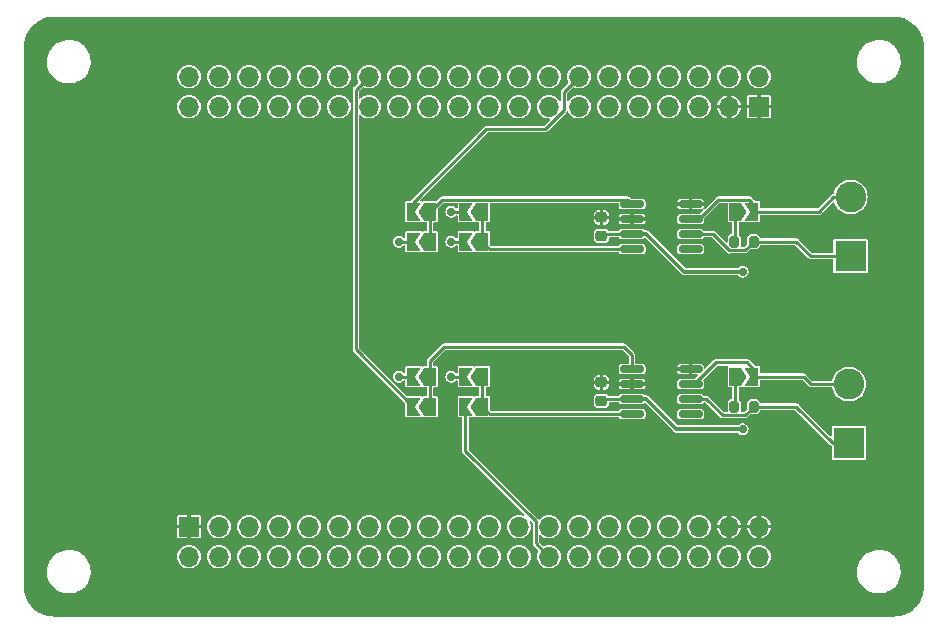
<source format=gbr>
G04 #@! TF.GenerationSoftware,KiCad,Pcbnew,7.0.9+dfsg-1*
G04 #@! TF.CreationDate,2023-12-12T22:55:20+08:00*
G04 #@! TF.ProjectId,can,63616e2e-6b69-4636-9164-5f7063625858,a*
G04 #@! TF.SameCoordinates,Original*
G04 #@! TF.FileFunction,Copper,L1,Top*
G04 #@! TF.FilePolarity,Positive*
%FSLAX46Y46*%
G04 Gerber Fmt 4.6, Leading zero omitted, Abs format (unit mm)*
G04 Created by KiCad (PCBNEW 7.0.9+dfsg-1) date 2023-12-12 22:55:20*
%MOMM*%
%LPD*%
G01*
G04 APERTURE LIST*
G04 Aperture macros list*
%AMRoundRect*
0 Rectangle with rounded corners*
0 $1 Rounding radius*
0 $2 $3 $4 $5 $6 $7 $8 $9 X,Y pos of 4 corners*
0 Add a 4 corners polygon primitive as box body*
4,1,4,$2,$3,$4,$5,$6,$7,$8,$9,$2,$3,0*
0 Add four circle primitives for the rounded corners*
1,1,$1+$1,$2,$3*
1,1,$1+$1,$4,$5*
1,1,$1+$1,$6,$7*
1,1,$1+$1,$8,$9*
0 Add four rect primitives between the rounded corners*
20,1,$1+$1,$2,$3,$4,$5,0*
20,1,$1+$1,$4,$5,$6,$7,0*
20,1,$1+$1,$6,$7,$8,$9,0*
20,1,$1+$1,$8,$9,$2,$3,0*%
%AMFreePoly0*
4,1,6,1.000000,0.000000,0.500000,-0.750000,-0.500000,-0.750000,-0.500000,0.750000,0.500000,0.750000,1.000000,0.000000,1.000000,0.000000,$1*%
%AMFreePoly1*
4,1,6,0.500000,-0.750000,-0.650000,-0.750000,-0.150000,0.000000,-0.650000,0.750000,0.500000,0.750000,0.500000,-0.750000,0.500000,-0.750000,$1*%
G04 Aperture macros list end*
G04 #@! TA.AperFunction,SMDPad,CuDef*
%ADD10RoundRect,0.200000X-0.200000X-0.275000X0.200000X-0.275000X0.200000X0.275000X-0.200000X0.275000X0*%
G04 #@! TD*
G04 #@! TA.AperFunction,ComponentPad*
%ADD11R,2.600000X2.600000*%
G04 #@! TD*
G04 #@! TA.AperFunction,ComponentPad*
%ADD12C,2.600000*%
G04 #@! TD*
G04 #@! TA.AperFunction,SMDPad,CuDef*
%ADD13RoundRect,0.225000X0.250000X-0.225000X0.250000X0.225000X-0.250000X0.225000X-0.250000X-0.225000X0*%
G04 #@! TD*
G04 #@! TA.AperFunction,SMDPad,CuDef*
%ADD14FreePoly0,180.000000*%
G04 #@! TD*
G04 #@! TA.AperFunction,SMDPad,CuDef*
%ADD15FreePoly1,180.000000*%
G04 #@! TD*
G04 #@! TA.AperFunction,ComponentPad*
%ADD16R,1.700000X1.700000*%
G04 #@! TD*
G04 #@! TA.AperFunction,ComponentPad*
%ADD17O,1.700000X1.700000*%
G04 #@! TD*
G04 #@! TA.AperFunction,SMDPad,CuDef*
%ADD18RoundRect,0.150000X-0.825000X-0.150000X0.825000X-0.150000X0.825000X0.150000X-0.825000X0.150000X0*%
G04 #@! TD*
G04 #@! TA.AperFunction,SMDPad,CuDef*
%ADD19FreePoly0,0.000000*%
G04 #@! TD*
G04 #@! TA.AperFunction,SMDPad,CuDef*
%ADD20FreePoly1,0.000000*%
G04 #@! TD*
G04 #@! TA.AperFunction,ViaPad*
%ADD21C,0.700000*%
G04 #@! TD*
G04 #@! TA.AperFunction,Conductor*
%ADD22C,0.228600*%
G04 #@! TD*
G04 #@! TA.AperFunction,Conductor*
%ADD23C,0.304800*%
G04 #@! TD*
G04 APERTURE END LIST*
D10*
G04 #@! TO.P,R2,1*
G04 #@! TO.N,Net-(JP10-A)*
X171895000Y-106680000D03*
G04 #@! TO.P,R2,2*
G04 #@! TO.N,/CAN2L*
X173545000Y-106680000D03*
G04 #@! TD*
D11*
G04 #@! TO.P,J5,1,Pin_1*
G04 #@! TO.N,/CAN2L*
X181610000Y-109775000D03*
D12*
G04 #@! TO.P,J5,2,Pin_2*
G04 #@! TO.N,/CAN2H*
X181610000Y-104775000D03*
G04 #@! TD*
D10*
G04 #@! TO.P,R1,1*
G04 #@! TO.N,Net-(JP9-A)*
X171895000Y-92710000D03*
G04 #@! TO.P,R1,2*
G04 #@! TO.N,/CAN1L*
X173545000Y-92710000D03*
G04 #@! TD*
D13*
G04 #@! TO.P,C1,1*
G04 #@! TO.N,+3V3*
X160655000Y-92215000D03*
G04 #@! TO.P,C1,2*
G04 #@! TO.N,GND*
X160655000Y-90665000D03*
G04 #@! TD*
D14*
G04 #@! TO.P,JP7,1,A*
G04 #@! TO.N,/CAN2D*
X146140000Y-106680000D03*
D15*
G04 #@! TO.P,JP7,2,B*
G04 #@! TO.N,CAN2_TX_A*
X144690000Y-106680000D03*
G04 #@! TD*
D16*
G04 #@! TO.P,J2,1,GND*
G04 #@! TO.N,GND*
X125730000Y-116840000D03*
D17*
G04 #@! TO.P,J2,2,VA*
G04 #@! TO.N,unconnected-(J2-VA-Pad2)*
X125730000Y-119380000D03*
G04 #@! TO.P,J2,3,NRST*
G04 #@! TO.N,unconnected-(J2-NRST-Pad3)*
X128270000Y-116840000D03*
G04 #@! TO.P,J2,4,BO0*
G04 #@! TO.N,unconnected-(J2-BO0-Pad4)*
X128270000Y-119380000D03*
G04 #@! TO.P,J2,5,PC1*
G04 #@! TO.N,unconnected-(J2-PC1-Pad5)*
X130810000Y-116840000D03*
G04 #@! TO.P,J2,6,PC0*
G04 #@! TO.N,unconnected-(J2-PC0-Pad6)*
X130810000Y-119380000D03*
G04 #@! TO.P,J2,7,PC3*
G04 #@! TO.N,unconnected-(J2-PC3-Pad7)*
X133350000Y-116840000D03*
G04 #@! TO.P,J2,8,PC2*
G04 #@! TO.N,unconnected-(J2-PC2-Pad8)*
X133350000Y-119380000D03*
G04 #@! TO.P,J2,9,PA1*
G04 #@! TO.N,unconnected-(J2-PA1-Pad9)*
X135890000Y-116840000D03*
G04 #@! TO.P,J2,10,PA0*
G04 #@! TO.N,unconnected-(J2-PA0-Pad10)*
X135890000Y-119380000D03*
G04 #@! TO.P,J2,11,PA3*
G04 #@! TO.N,unconnected-(J2-PA3-Pad11)*
X138430000Y-116840000D03*
G04 #@! TO.P,J2,12,PA2*
G04 #@! TO.N,unconnected-(J2-PA2-Pad12)*
X138430000Y-119380000D03*
G04 #@! TO.P,J2,13,PA5*
G04 #@! TO.N,unconnected-(J2-PA5-Pad13)*
X140970000Y-116840000D03*
G04 #@! TO.P,J2,14,PA4*
G04 #@! TO.N,unconnected-(J2-PA4-Pad14)*
X140970000Y-119380000D03*
G04 #@! TO.P,J2,15,PA7*
G04 #@! TO.N,unconnected-(J2-PA7-Pad15)*
X143510000Y-116840000D03*
G04 #@! TO.P,J2,16,PA6*
G04 #@! TO.N,unconnected-(J2-PA6-Pad16)*
X143510000Y-119380000D03*
G04 #@! TO.P,J2,17,PC5*
G04 #@! TO.N,unconnected-(J2-PC5-Pad17)*
X146050000Y-116840000D03*
G04 #@! TO.P,J2,18,PC4*
G04 #@! TO.N,unconnected-(J2-PC4-Pad18)*
X146050000Y-119380000D03*
G04 #@! TO.P,J2,19,PB1*
G04 #@! TO.N,unconnected-(J2-PB1-Pad19)*
X148590000Y-116840000D03*
G04 #@! TO.P,J2,20,PB0*
G04 #@! TO.N,unconnected-(J2-PB0-Pad20)*
X148590000Y-119380000D03*
G04 #@! TO.P,J2,21,U0*
G04 #@! TO.N,unconnected-(J2-U0-Pad21)*
X151130000Y-116840000D03*
G04 #@! TO.P,J2,22,PB2*
G04 #@! TO.N,unconnected-(J2-PB2-Pad22)*
X151130000Y-119380000D03*
G04 #@! TO.P,J2,23,PB11*
G04 #@! TO.N,unconnected-(J2-PB11-Pad23)*
X153670000Y-116840000D03*
G04 #@! TO.P,J2,24,PB10*
G04 #@! TO.N,unconnected-(J2-PB10-Pad24)*
X153670000Y-119380000D03*
G04 #@! TO.P,J2,25,PB13*
G04 #@! TO.N,CAN2_TX*
X156210000Y-116840000D03*
G04 #@! TO.P,J2,26,PB12*
G04 #@! TO.N,CAN2_RX*
X156210000Y-119380000D03*
G04 #@! TO.P,J2,27,PB15*
G04 #@! TO.N,unconnected-(J2-PB15-Pad27)*
X158750000Y-116840000D03*
G04 #@! TO.P,J2,28,PB14*
G04 #@! TO.N,unconnected-(J2-PB14-Pad28)*
X158750000Y-119380000D03*
G04 #@! TO.P,J2,29,PC7*
G04 #@! TO.N,unconnected-(J2-PC7-Pad29)*
X161290000Y-116840000D03*
G04 #@! TO.P,J2,30,PC6*
G04 #@! TO.N,unconnected-(J2-PC6-Pad30)*
X161290000Y-119380000D03*
G04 #@! TO.P,J2,31,PC9*
G04 #@! TO.N,unconnected-(J2-PC9-Pad31)*
X163830000Y-116840000D03*
G04 #@! TO.P,J2,32,PC8*
G04 #@! TO.N,unconnected-(J2-PC8-Pad32)*
X163830000Y-119380000D03*
G04 #@! TO.P,J2,33,U2*
G04 #@! TO.N,unconnected-(J2-U2-Pad33)*
X166370000Y-116840000D03*
G04 #@! TO.P,J2,34,U1*
G04 #@! TO.N,unconnected-(J2-U1-Pad34)*
X166370000Y-119380000D03*
G04 #@! TO.P,J2,35,U4*
G04 #@! TO.N,unconnected-(J2-U4-Pad35)*
X168910000Y-116840000D03*
G04 #@! TO.P,J2,36,U3*
G04 #@! TO.N,unconnected-(J2-U3-Pad36)*
X168910000Y-119380000D03*
G04 #@! TO.P,J2,37,GND*
G04 #@! TO.N,GND*
X171450000Y-116840000D03*
G04 #@! TO.P,J2,38,3.3V*
G04 #@! TO.N,+3V3*
X171450000Y-119380000D03*
G04 #@! TO.P,J2,39,GND*
G04 #@! TO.N,GND*
X173990000Y-116840000D03*
G04 #@! TO.P,J2,40,5V*
G04 #@! TO.N,unconnected-(J2-5V-Pad40)*
X173990000Y-119380000D03*
G04 #@! TD*
D18*
G04 #@! TO.P,U2,1,D*
G04 #@! TO.N,/CAN2D*
X163260000Y-103505000D03*
G04 #@! TO.P,U2,2,GND*
G04 #@! TO.N,GND*
X163260000Y-104775000D03*
G04 #@! TO.P,U2,3,VCC*
G04 #@! TO.N,+3V3*
X163260000Y-106045000D03*
G04 #@! TO.P,U2,4,R*
G04 #@! TO.N,/CAN2R*
X163260000Y-107315000D03*
G04 #@! TO.P,U2,5,Vref*
G04 #@! TO.N,unconnected-(U2-Vref-Pad5)*
X168210000Y-107315000D03*
G04 #@! TO.P,U2,6,CANL*
G04 #@! TO.N,/CAN2L*
X168210000Y-106045000D03*
G04 #@! TO.P,U2,7,CANH*
G04 #@! TO.N,/CAN2H*
X168210000Y-104775000D03*
G04 #@! TO.P,U2,8,Rs*
G04 #@! TO.N,GND*
X168210000Y-103505000D03*
G04 #@! TD*
G04 #@! TO.P,U1,1,D*
G04 #@! TO.N,/CAN1D*
X163260000Y-89535000D03*
G04 #@! TO.P,U1,2,GND*
G04 #@! TO.N,GND*
X163260000Y-90805000D03*
G04 #@! TO.P,U1,3,VCC*
G04 #@! TO.N,+3V3*
X163260000Y-92075000D03*
G04 #@! TO.P,U1,4,R*
G04 #@! TO.N,/CAN1R*
X163260000Y-93345000D03*
G04 #@! TO.P,U1,5,Vref*
G04 #@! TO.N,unconnected-(U1-Vref-Pad5)*
X168210000Y-93345000D03*
G04 #@! TO.P,U1,6,CANL*
G04 #@! TO.N,/CAN1L*
X168210000Y-92075000D03*
G04 #@! TO.P,U1,7,CANH*
G04 #@! TO.N,/CAN1H*
X168210000Y-90805000D03*
G04 #@! TO.P,U1,8,Rs*
G04 #@! TO.N,GND*
X168210000Y-89535000D03*
G04 #@! TD*
D14*
G04 #@! TO.P,JP8,1,A*
G04 #@! TO.N,/CAN2R*
X150585000Y-104140000D03*
D15*
G04 #@! TO.P,JP8,2,B*
G04 #@! TO.N,CAN2_RX_A*
X149135000Y-104140000D03*
G04 #@! TD*
D19*
G04 #@! TO.P,JP10,1,A*
G04 #@! TO.N,Net-(JP10-A)*
X171995000Y-104140000D03*
D20*
G04 #@! TO.P,JP10,2,B*
G04 #@! TO.N,/CAN2H*
X173445000Y-104140000D03*
G04 #@! TD*
D14*
G04 #@! TO.P,JP4,1,A*
G04 #@! TO.N,/CAN1R*
X150585000Y-92710000D03*
D15*
G04 #@! TO.P,JP4,2,B*
G04 #@! TO.N,CAN1_RX_A*
X149135000Y-92710000D03*
G04 #@! TD*
D14*
G04 #@! TO.P,JP3,1,A*
G04 #@! TO.N,/CAN1D*
X146140000Y-92710000D03*
D15*
G04 #@! TO.P,JP3,2,B*
G04 #@! TO.N,CAN1_TX_A*
X144690000Y-92710000D03*
G04 #@! TD*
D16*
G04 #@! TO.P,J3,1,GND*
G04 #@! TO.N,GND*
X173990000Y-81280000D03*
D17*
G04 #@! TO.P,J3,2,5V*
G04 #@! TO.N,unconnected-(J3-5V-Pad2)*
X173990000Y-78740000D03*
G04 #@! TO.P,J3,3,GND*
G04 #@! TO.N,GND*
X171450000Y-81280000D03*
G04 #@! TO.P,J3,4,3.3V*
G04 #@! TO.N,+3V3*
X171450000Y-78740000D03*
G04 #@! TO.P,J3,5,U16*
G04 #@! TO.N,unconnected-(J3-U16-Pad5)*
X168910000Y-81280000D03*
G04 #@! TO.P,J3,6,U15*
G04 #@! TO.N,unconnected-(J3-U15-Pad6)*
X168910000Y-78740000D03*
G04 #@! TO.P,J3,7,U14*
G04 #@! TO.N,unconnected-(J3-U14-Pad7)*
X166370000Y-81280000D03*
G04 #@! TO.P,J3,8,U13*
G04 #@! TO.N,unconnected-(J3-U13-Pad8)*
X166370000Y-78740000D03*
G04 #@! TO.P,J3,9,PA9*
G04 #@! TO.N,unconnected-(J3-PA9-Pad9)*
X163830000Y-81280000D03*
G04 #@! TO.P,J3,10,PA8*
G04 #@! TO.N,unconnected-(J3-PA8-Pad10)*
X163830000Y-78740000D03*
G04 #@! TO.P,J3,11,PA11*
G04 #@! TO.N,CAN1_RX*
X161290000Y-81280000D03*
G04 #@! TO.P,J3,12,PA10*
G04 #@! TO.N,unconnected-(J3-PA10-Pad12)*
X161290000Y-78740000D03*
G04 #@! TO.P,J3,13,PA13*
G04 #@! TO.N,unconnected-(J3-PA13-Pad13)*
X158750000Y-81280000D03*
G04 #@! TO.P,J3,14,PA12*
G04 #@! TO.N,CAN1_TX*
X158750000Y-78740000D03*
G04 #@! TO.P,J3,15,PA15*
G04 #@! TO.N,unconnected-(J3-PA15-Pad15)*
X156210000Y-81280000D03*
G04 #@! TO.P,J3,16,PA14*
G04 #@! TO.N,unconnected-(J3-PA14-Pad16)*
X156210000Y-78740000D03*
G04 #@! TO.P,J3,17,U12*
G04 #@! TO.N,unconnected-(J3-U12-Pad17)*
X153670000Y-81280000D03*
G04 #@! TO.P,J3,18,U11*
G04 #@! TO.N,unconnected-(J3-U11-Pad18)*
X153670000Y-78740000D03*
G04 #@! TO.P,J3,19,PC11*
G04 #@! TO.N,unconnected-(J3-PC11-Pad19)*
X151130000Y-81280000D03*
G04 #@! TO.P,J3,20,PC10*
G04 #@! TO.N,unconnected-(J3-PC10-Pad20)*
X151130000Y-78740000D03*
G04 #@! TO.P,J3,21,U8*
G04 #@! TO.N,unconnected-(J3-U8-Pad21)*
X148590000Y-81280000D03*
G04 #@! TO.P,J3,22,PC12*
G04 #@! TO.N,unconnected-(J3-PC12-Pad22)*
X148590000Y-78740000D03*
G04 #@! TO.P,J3,23,23*
G04 #@! TO.N,unconnected-(J3-Pad23)*
X146050000Y-81280000D03*
G04 #@! TO.P,J3,24,PD2*
G04 #@! TO.N,unconnected-(J3-PD2-Pad24)*
X146050000Y-78740000D03*
G04 #@! TO.P,J3,25,PB5*
G04 #@! TO.N,CAN2_RX_A*
X143510000Y-81280000D03*
G04 #@! TO.P,J3,26,PB4*
G04 #@! TO.N,unconnected-(J3-PB4-Pad26)*
X143510000Y-78740000D03*
G04 #@! TO.P,J3,27,PB7*
G04 #@! TO.N,unconnected-(J3-PB7-Pad27)*
X140970000Y-81280000D03*
G04 #@! TO.P,J3,28,PB6*
G04 #@! TO.N,CAN2_TX_A*
X140970000Y-78740000D03*
G04 #@! TO.P,J3,29,PB9*
G04 #@! TO.N,CAN1_TX_A*
X138430000Y-81280000D03*
G04 #@! TO.P,J3,30,PB8*
G04 #@! TO.N,CAN1_RX_A*
X138430000Y-78740000D03*
G04 #@! TO.P,J3,31,U10*
G04 #@! TO.N,unconnected-(J3-U10-Pad31)*
X135890000Y-81280000D03*
G04 #@! TO.P,J3,32,U9*
G04 #@! TO.N,unconnected-(J3-U9-Pad32)*
X135890000Y-78740000D03*
G04 #@! TO.P,J3,33,PC13*
G04 #@! TO.N,unconnected-(J3-PC13-Pad33)*
X133350000Y-81280000D03*
G04 #@! TO.P,J3,34,PC14*
G04 #@! TO.N,unconnected-(J3-PC14-Pad34)*
X133350000Y-78740000D03*
G04 #@! TO.P,J3,35,PC15*
G04 #@! TO.N,unconnected-(J3-PC15-Pad35)*
X130810000Y-81280000D03*
G04 #@! TO.P,J3,36,U7*
G04 #@! TO.N,unconnected-(J3-U7-Pad36)*
X130810000Y-78740000D03*
G04 #@! TO.P,J3,37,U6*
G04 #@! TO.N,unconnected-(J3-U6-Pad37)*
X128270000Y-81280000D03*
G04 #@! TO.P,J3,38,U5*
G04 #@! TO.N,unconnected-(J3-U5-Pad38)*
X128270000Y-78740000D03*
G04 #@! TO.P,J3,39,GND*
G04 #@! TO.N,unconnected-(J3-GND-Pad39)*
X125730000Y-81280000D03*
G04 #@! TO.P,J3,40,VB*
G04 #@! TO.N,unconnected-(J3-VB-Pad40)*
X125730000Y-78740000D03*
G04 #@! TD*
D11*
G04 #@! TO.P,J4,1,Pin_1*
G04 #@! TO.N,/CAN1L*
X181745000Y-93940000D03*
D12*
G04 #@! TO.P,J4,2,Pin_2*
G04 #@! TO.N,/CAN1H*
X181745000Y-88940000D03*
G04 #@! TD*
D19*
G04 #@! TO.P,JP9,1,A*
G04 #@! TO.N,Net-(JP9-A)*
X171995000Y-90170000D03*
D20*
G04 #@! TO.P,JP9,2,B*
G04 #@! TO.N,/CAN1H*
X173445000Y-90170000D03*
G04 #@! TD*
D13*
G04 #@! TO.P,C2,1*
G04 #@! TO.N,+3V3*
X160655000Y-106185000D03*
G04 #@! TO.P,C2,2*
G04 #@! TO.N,GND*
X160655000Y-104635000D03*
G04 #@! TD*
D14*
G04 #@! TO.P,JP6,1,A*
G04 #@! TO.N,/CAN2R*
X150585000Y-106680000D03*
D15*
G04 #@! TO.P,JP6,2,B*
G04 #@! TO.N,CAN2_RX*
X149135000Y-106680000D03*
G04 #@! TD*
D14*
G04 #@! TO.P,JP2,1,A*
G04 #@! TO.N,/CAN1R*
X150585000Y-90170000D03*
D15*
G04 #@! TO.P,JP2,2,B*
G04 #@! TO.N,CAN1_RX*
X149135000Y-90170000D03*
G04 #@! TD*
D14*
G04 #@! TO.P,JP5,1,A*
G04 #@! TO.N,/CAN2D*
X146140000Y-104140000D03*
D15*
G04 #@! TO.P,JP5,2,B*
G04 #@! TO.N,CAN2_TX*
X144690000Y-104140000D03*
G04 #@! TD*
D14*
G04 #@! TO.P,JP1,1,A*
G04 #@! TO.N,/CAN1D*
X146140000Y-90170000D03*
D15*
G04 #@! TO.P,JP1,2,B*
G04 #@! TO.N,CAN1_TX*
X144690000Y-90170000D03*
G04 #@! TD*
D21*
G04 #@! TO.N,CAN2_TX*
X143510000Y-104140000D03*
G04 #@! TO.N,+3V3*
X172604800Y-108585000D03*
X172604800Y-95250000D03*
G04 #@! TO.N,CAN1_RX*
X147955000Y-90170000D03*
G04 #@! TO.N,CAN2_RX_A*
X147955000Y-104140000D03*
G04 #@! TO.N,CAN1_TX_A*
X143510000Y-92710000D03*
G04 #@! TO.N,CAN1_RX_A*
X147955000Y-92710000D03*
G04 #@! TD*
D22*
G04 #@! TO.N,CAN2_TX*
X144690000Y-104140000D02*
X143510000Y-104140000D01*
G04 #@! TO.N,CAN2_RX*
X155093300Y-118263300D02*
X156210000Y-119380000D01*
X149135000Y-110419147D02*
X155093300Y-116377447D01*
X149135000Y-106680000D02*
X149135000Y-110419147D01*
X155093300Y-116377447D02*
X155093300Y-118263300D01*
G04 #@! TO.N,+3V3*
X163260000Y-92075000D02*
X164234999Y-92075000D01*
D23*
X167005000Y-108585000D02*
X172604800Y-108585000D01*
X163260000Y-106045000D02*
X164465000Y-106045000D01*
X164465000Y-106045000D02*
X167005000Y-108585000D01*
D22*
X160795000Y-106045000D02*
X160655000Y-106185000D01*
D23*
X167640000Y-95250000D02*
X172604800Y-95250000D01*
D22*
X163260000Y-106045000D02*
X160795000Y-106045000D01*
X163260000Y-92075000D02*
X160795000Y-92075000D01*
X160795000Y-92075000D02*
X160655000Y-92215000D01*
D23*
X163260000Y-92075000D02*
X164465000Y-92075000D01*
X164465000Y-92075000D02*
X167640000Y-95250000D01*
D22*
G04 #@! TO.N,CAN1_RX*
X149135000Y-90170000D02*
X147955000Y-90170000D01*
G04 #@! TO.N,CAN1_TX*
X157480000Y-81589253D02*
X157480000Y-80010000D01*
X144690000Y-90170000D02*
X144690000Y-89420000D01*
X144690000Y-89420000D02*
X150925000Y-83185000D01*
X155884253Y-83185000D02*
X157480000Y-81589253D01*
X150925000Y-83185000D02*
X155884253Y-83185000D01*
X157480000Y-80010000D02*
X158750000Y-78740000D01*
G04 #@! TO.N,CAN2_RX_A*
X149135000Y-104140000D02*
X147955000Y-104140000D01*
G04 #@! TO.N,CAN2_TX_A*
X139853300Y-79856700D02*
X140970000Y-78740000D01*
X144690000Y-106680000D02*
X139853300Y-101843300D01*
X139853300Y-101843300D02*
X139853300Y-79856700D01*
G04 #@! TO.N,CAN1_TX_A*
X144690000Y-92710000D02*
X143510000Y-92710000D01*
G04 #@! TO.N,CAN1_RX_A*
X149135000Y-92710000D02*
X147955000Y-92710000D01*
G04 #@! TO.N,/CAN1L*
X172803300Y-93451700D02*
X171496144Y-93451700D01*
X173545000Y-92710000D02*
X177165000Y-92710000D01*
X177165000Y-92710000D02*
X178395000Y-93940000D01*
X173545000Y-92710000D02*
X172803300Y-93451700D01*
X178395000Y-93940000D02*
X181745000Y-93940000D01*
X170119444Y-92075000D02*
X168210000Y-92075000D01*
X171496144Y-93451700D02*
X170119444Y-92075000D01*
G04 #@! TO.N,/CAN1H*
X179070000Y-90170000D02*
X180300000Y-88940000D01*
X173600000Y-90325000D02*
X173445000Y-90170000D01*
X173178300Y-89153300D02*
X170561700Y-89153300D01*
X173445000Y-90170000D02*
X173445000Y-89420000D01*
X173445000Y-89420000D02*
X173178300Y-89153300D01*
X180300000Y-88940000D02*
X181745000Y-88940000D01*
X170561700Y-89153300D02*
X168910000Y-90805000D01*
X168910000Y-90805000D02*
X168210000Y-90805000D01*
X173445000Y-90170000D02*
X179070000Y-90170000D01*
G04 #@! TO.N,/CAN2L*
X172803300Y-107421700D02*
X170921700Y-107421700D01*
X173545000Y-106680000D02*
X177165000Y-106680000D01*
X177165000Y-106680000D02*
X180260000Y-109775000D01*
X169545000Y-106045000D02*
X168210000Y-106045000D01*
X180260000Y-109775000D02*
X181610000Y-109775000D01*
X170921700Y-107421700D02*
X169545000Y-106045000D01*
X173545000Y-106680000D02*
X172803300Y-107421700D01*
G04 #@! TO.N,/CAN2H*
X173445000Y-104140000D02*
X173445000Y-103390000D01*
X168508458Y-104775000D02*
X168210000Y-104775000D01*
X172993300Y-102938300D02*
X170345158Y-102938300D01*
X178435000Y-104775000D02*
X181610000Y-104775000D01*
X177800000Y-104140000D02*
X178435000Y-104775000D01*
X170345158Y-102938300D02*
X168508458Y-104775000D01*
X173445000Y-104140000D02*
X177800000Y-104140000D01*
X173445000Y-103390000D02*
X172993300Y-102938300D01*
G04 #@! TO.N,/CAN1D*
X146140000Y-90170000D02*
X146140000Y-92710000D01*
X147156700Y-89153300D02*
X146140000Y-90170000D01*
X162878300Y-89153300D02*
X147156700Y-89153300D01*
X163260000Y-89535000D02*
X162878300Y-89153300D01*
G04 #@! TO.N,/CAN1R*
X150585000Y-92710000D02*
X150585000Y-90170000D01*
X163260000Y-93345000D02*
X151220000Y-93345000D01*
X151220000Y-93345000D02*
X150585000Y-92710000D01*
G04 #@! TO.N,/CAN2D*
X146140000Y-102780000D02*
X147320000Y-101600000D01*
X147320000Y-101600000D02*
X162560000Y-101600000D01*
X146140000Y-104140000D02*
X146140000Y-106680000D01*
X162560000Y-101600000D02*
X163260000Y-102300000D01*
X146140000Y-104140000D02*
X146140000Y-102780000D01*
X163260000Y-102300000D02*
X163260000Y-103505000D01*
G04 #@! TO.N,/CAN2R*
X151220000Y-107315000D02*
X150585000Y-106680000D01*
X163260000Y-107315000D02*
X151220000Y-107315000D01*
X150585000Y-106680000D02*
X150585000Y-104140000D01*
G04 #@! TO.N,Net-(JP9-A)*
X171995000Y-90170000D02*
X171995000Y-92610000D01*
X171995000Y-92610000D02*
X171895000Y-92710000D01*
G04 #@! TO.N,Net-(JP10-A)*
X171995000Y-106580000D02*
X171895000Y-106680000D01*
X171995000Y-104140000D02*
X171995000Y-106580000D01*
G04 #@! TD*
G04 #@! TA.AperFunction,Conductor*
G04 #@! TO.N,GND*
G36*
X185421048Y-73660559D02*
G01*
X185434491Y-73661313D01*
X185535603Y-73666992D01*
X185708990Y-73677480D01*
X185713007Y-73677941D01*
X185850416Y-73701288D01*
X186000437Y-73728782D01*
X186004026Y-73729625D01*
X186141976Y-73769368D01*
X186141990Y-73769372D01*
X186283882Y-73813587D01*
X186287070Y-73814741D01*
X186421424Y-73870393D01*
X186555524Y-73930747D01*
X186558281Y-73932126D01*
X186686422Y-74002947D01*
X186686439Y-74002956D01*
X186811708Y-74078684D01*
X186814008Y-74080192D01*
X186933222Y-74164779D01*
X186934596Y-74165803D01*
X187048964Y-74255405D01*
X187050817Y-74256956D01*
X187159961Y-74354493D01*
X187161449Y-74355900D01*
X187264089Y-74458540D01*
X187265508Y-74460040D01*
X187363036Y-74569174D01*
X187364593Y-74571034D01*
X187454171Y-74685371D01*
X187455236Y-74686799D01*
X187539801Y-74805983D01*
X187541314Y-74808290D01*
X187617043Y-74933560D01*
X187687872Y-75061717D01*
X187689251Y-75064474D01*
X187749609Y-75198581D01*
X187805254Y-75332921D01*
X187806414Y-75336125D01*
X187850624Y-75477998D01*
X187890368Y-75615954D01*
X187891222Y-75619587D01*
X187918723Y-75769656D01*
X187942055Y-75906979D01*
X187942518Y-75911010D01*
X187953012Y-76084475D01*
X187959441Y-76198951D01*
X187959500Y-76201060D01*
X187959500Y-121918939D01*
X187959441Y-121921048D01*
X187953012Y-122035524D01*
X187942518Y-122208988D01*
X187942055Y-122213018D01*
X187918723Y-122350343D01*
X187891222Y-122500411D01*
X187890368Y-122504044D01*
X187850624Y-122642001D01*
X187806414Y-122783873D01*
X187805254Y-122787077D01*
X187749609Y-122921418D01*
X187689251Y-123055524D01*
X187687872Y-123058281D01*
X187617043Y-123186439D01*
X187541314Y-123311709D01*
X187539801Y-123314015D01*
X187455236Y-123433199D01*
X187454169Y-123434630D01*
X187364599Y-123548957D01*
X187363036Y-123550824D01*
X187265530Y-123659935D01*
X187264080Y-123661468D01*
X187161468Y-123764080D01*
X187159935Y-123765530D01*
X187050824Y-123863036D01*
X187048957Y-123864599D01*
X186934630Y-123954169D01*
X186933199Y-123955236D01*
X186814015Y-124039801D01*
X186811709Y-124041314D01*
X186686439Y-124117043D01*
X186558281Y-124187872D01*
X186555524Y-124189251D01*
X186421418Y-124249609D01*
X186287077Y-124305254D01*
X186283873Y-124306414D01*
X186142001Y-124350624D01*
X186004044Y-124390368D01*
X186000411Y-124391222D01*
X185850343Y-124418723D01*
X185713018Y-124442055D01*
X185708988Y-124442518D01*
X185535524Y-124453012D01*
X185421048Y-124459441D01*
X185418939Y-124459500D01*
X114301061Y-124459500D01*
X114298952Y-124459441D01*
X114184562Y-124453017D01*
X114011001Y-124442517D01*
X114006970Y-124442054D01*
X113869700Y-124418731D01*
X113719586Y-124391221D01*
X113715953Y-124390367D01*
X113577998Y-124350624D01*
X113436125Y-124306414D01*
X113432921Y-124305254D01*
X113298581Y-124249609D01*
X113164474Y-124189251D01*
X113161717Y-124187872D01*
X113033560Y-124117043D01*
X112908290Y-124041314D01*
X112905983Y-124039801D01*
X112884913Y-124024851D01*
X112786771Y-123955216D01*
X112785390Y-123954185D01*
X112671030Y-123864589D01*
X112669174Y-123863036D01*
X112560049Y-123765516D01*
X112558558Y-123764106D01*
X112455891Y-123661439D01*
X112454485Y-123659952D01*
X112356956Y-123550817D01*
X112355415Y-123548976D01*
X112265803Y-123434595D01*
X112264793Y-123433242D01*
X112180192Y-123314008D01*
X112178684Y-123311708D01*
X112102956Y-123186439D01*
X112083272Y-123150824D01*
X112032126Y-123058281D01*
X112030747Y-123055524D01*
X111970390Y-122921418D01*
X111914744Y-122787078D01*
X111913584Y-122783873D01*
X111869375Y-122642001D01*
X111829631Y-122504045D01*
X111828779Y-122500424D01*
X111801270Y-122350312D01*
X111777941Y-122213006D01*
X111777482Y-122209008D01*
X111766993Y-122035626D01*
X111760559Y-121921048D01*
X111760500Y-121918940D01*
X111760500Y-120717765D01*
X113715788Y-120717765D01*
X113745414Y-120987022D01*
X113813926Y-121249084D01*
X113813928Y-121249089D01*
X113919869Y-121498388D01*
X113919871Y-121498392D01*
X114060983Y-121729612D01*
X114060984Y-121729613D01*
X114234251Y-121937816D01*
X114234255Y-121937820D01*
X114435998Y-122118582D01*
X114661910Y-122268044D01*
X114907176Y-122383020D01*
X115166569Y-122461060D01*
X115434561Y-122500500D01*
X115434565Y-122500500D01*
X115637635Y-122500500D01*
X115840147Y-122485678D01*
X115840149Y-122485677D01*
X115840156Y-122485677D01*
X116104553Y-122426780D01*
X116357558Y-122330014D01*
X116593777Y-122197441D01*
X116808177Y-122031888D01*
X116996186Y-121836881D01*
X117153799Y-121616579D01*
X117277656Y-121375675D01*
X117287093Y-121348011D01*
X117365116Y-121119312D01*
X117365116Y-121119309D01*
X117365118Y-121119305D01*
X117414319Y-120852933D01*
X117419259Y-120717765D01*
X182295788Y-120717765D01*
X182325414Y-120987022D01*
X182393926Y-121249084D01*
X182393928Y-121249089D01*
X182499869Y-121498388D01*
X182499871Y-121498392D01*
X182640983Y-121729612D01*
X182640984Y-121729613D01*
X182814251Y-121937816D01*
X182814255Y-121937820D01*
X183015998Y-122118582D01*
X183241910Y-122268044D01*
X183487176Y-122383020D01*
X183746569Y-122461060D01*
X184014561Y-122500500D01*
X184014565Y-122500500D01*
X184217635Y-122500500D01*
X184420147Y-122485678D01*
X184420149Y-122485677D01*
X184420156Y-122485677D01*
X184684553Y-122426780D01*
X184937558Y-122330014D01*
X185173777Y-122197441D01*
X185388177Y-122031888D01*
X185576186Y-121836881D01*
X185733799Y-121616579D01*
X185857656Y-121375675D01*
X185867093Y-121348011D01*
X185945116Y-121119312D01*
X185945116Y-121119309D01*
X185945118Y-121119305D01*
X185994319Y-120852933D01*
X186004212Y-120582235D01*
X185974586Y-120312982D01*
X185974079Y-120311044D01*
X185906073Y-120050915D01*
X185906071Y-120050910D01*
X185800130Y-119801610D01*
X185659018Y-119570390D01*
X185500575Y-119380000D01*
X185485748Y-119362183D01*
X185485744Y-119362179D01*
X185380766Y-119268119D01*
X185284002Y-119181418D01*
X185133394Y-119081776D01*
X185058089Y-119031955D01*
X184812822Y-118916979D01*
X184665051Y-118872521D01*
X184553431Y-118838940D01*
X184386147Y-118814321D01*
X184285440Y-118799500D01*
X184285439Y-118799500D01*
X184082369Y-118799500D01*
X184082365Y-118799500D01*
X183879852Y-118814321D01*
X183615442Y-118873221D01*
X183362439Y-118969987D01*
X183126226Y-119102556D01*
X182911827Y-119268108D01*
X182911815Y-119268119D01*
X182723818Y-119463114D01*
X182723810Y-119463124D01*
X182566201Y-119683420D01*
X182566200Y-119683422D01*
X182442341Y-119924330D01*
X182354883Y-120180687D01*
X182354881Y-120180697D01*
X182305681Y-120447064D01*
X182295788Y-120717761D01*
X182295788Y-120717765D01*
X117419259Y-120717765D01*
X117424212Y-120582235D01*
X117394586Y-120312982D01*
X117394079Y-120311044D01*
X117326073Y-120050915D01*
X117326071Y-120050910D01*
X117220130Y-119801610D01*
X117079018Y-119570390D01*
X116920575Y-119380000D01*
X124722247Y-119380000D01*
X124741610Y-119576599D01*
X124741610Y-119576601D01*
X124798955Y-119765643D01*
X124798956Y-119765647D01*
X124798958Y-119765650D01*
X124883773Y-119924330D01*
X124892086Y-119939881D01*
X124892089Y-119939885D01*
X125017410Y-120092589D01*
X125170114Y-120217910D01*
X125170118Y-120217913D01*
X125170122Y-120217916D01*
X125344350Y-120311042D01*
X125344352Y-120311043D01*
X125344356Y-120311044D01*
X125350745Y-120312982D01*
X125533397Y-120368389D01*
X125730000Y-120387753D01*
X125926603Y-120368389D01*
X126115650Y-120311042D01*
X126289878Y-120217916D01*
X126442589Y-120092589D01*
X126567916Y-119939878D01*
X126661042Y-119765650D01*
X126718389Y-119576603D01*
X126737753Y-119380000D01*
X127262247Y-119380000D01*
X127281610Y-119576599D01*
X127281610Y-119576601D01*
X127338955Y-119765643D01*
X127338956Y-119765647D01*
X127338958Y-119765650D01*
X127423773Y-119924330D01*
X127432086Y-119939881D01*
X127432089Y-119939885D01*
X127557410Y-120092589D01*
X127710114Y-120217910D01*
X127710118Y-120217913D01*
X127710122Y-120217916D01*
X127884350Y-120311042D01*
X127884352Y-120311043D01*
X127884356Y-120311044D01*
X127890745Y-120312982D01*
X128073397Y-120368389D01*
X128270000Y-120387753D01*
X128466603Y-120368389D01*
X128655650Y-120311042D01*
X128829878Y-120217916D01*
X128982589Y-120092589D01*
X129107916Y-119939878D01*
X129201042Y-119765650D01*
X129258389Y-119576603D01*
X129277753Y-119380000D01*
X129802247Y-119380000D01*
X129821610Y-119576599D01*
X129821610Y-119576601D01*
X129878955Y-119765643D01*
X129878956Y-119765647D01*
X129878958Y-119765650D01*
X129963773Y-119924330D01*
X129972086Y-119939881D01*
X129972089Y-119939885D01*
X130097410Y-120092589D01*
X130250114Y-120217910D01*
X130250118Y-120217913D01*
X130250122Y-120217916D01*
X130424350Y-120311042D01*
X130424352Y-120311043D01*
X130424356Y-120311044D01*
X130430745Y-120312982D01*
X130613397Y-120368389D01*
X130810000Y-120387753D01*
X131006603Y-120368389D01*
X131195650Y-120311042D01*
X131369878Y-120217916D01*
X131522589Y-120092589D01*
X131647916Y-119939878D01*
X131741042Y-119765650D01*
X131798389Y-119576603D01*
X131817753Y-119380000D01*
X132342247Y-119380000D01*
X132361610Y-119576599D01*
X132361610Y-119576601D01*
X132418955Y-119765643D01*
X132418956Y-119765647D01*
X132418958Y-119765650D01*
X132503773Y-119924330D01*
X132512086Y-119939881D01*
X132512089Y-119939885D01*
X132637410Y-120092589D01*
X132790114Y-120217910D01*
X132790118Y-120217913D01*
X132790122Y-120217916D01*
X132964350Y-120311042D01*
X132964352Y-120311043D01*
X132964356Y-120311044D01*
X132970745Y-120312982D01*
X133153397Y-120368389D01*
X133350000Y-120387753D01*
X133546603Y-120368389D01*
X133735650Y-120311042D01*
X133909878Y-120217916D01*
X134062589Y-120092589D01*
X134187916Y-119939878D01*
X134281042Y-119765650D01*
X134338389Y-119576603D01*
X134357753Y-119380000D01*
X134882247Y-119380000D01*
X134901610Y-119576599D01*
X134901610Y-119576601D01*
X134958955Y-119765643D01*
X134958956Y-119765647D01*
X134958958Y-119765650D01*
X135043773Y-119924330D01*
X135052086Y-119939881D01*
X135052089Y-119939885D01*
X135177410Y-120092589D01*
X135330114Y-120217910D01*
X135330118Y-120217913D01*
X135330122Y-120217916D01*
X135504350Y-120311042D01*
X135504352Y-120311043D01*
X135504356Y-120311044D01*
X135510745Y-120312982D01*
X135693397Y-120368389D01*
X135890000Y-120387753D01*
X136086603Y-120368389D01*
X136275650Y-120311042D01*
X136449878Y-120217916D01*
X136602589Y-120092589D01*
X136727916Y-119939878D01*
X136821042Y-119765650D01*
X136878389Y-119576603D01*
X136897753Y-119380000D01*
X137422247Y-119380000D01*
X137441610Y-119576599D01*
X137441610Y-119576601D01*
X137498955Y-119765643D01*
X137498956Y-119765647D01*
X137498958Y-119765650D01*
X137583773Y-119924330D01*
X137592086Y-119939881D01*
X137592089Y-119939885D01*
X137717410Y-120092589D01*
X137870114Y-120217910D01*
X137870118Y-120217913D01*
X137870122Y-120217916D01*
X138044350Y-120311042D01*
X138044352Y-120311043D01*
X138044356Y-120311044D01*
X138050745Y-120312982D01*
X138233397Y-120368389D01*
X138430000Y-120387753D01*
X138626603Y-120368389D01*
X138815650Y-120311042D01*
X138989878Y-120217916D01*
X139142589Y-120092589D01*
X139267916Y-119939878D01*
X139361042Y-119765650D01*
X139418389Y-119576603D01*
X139437753Y-119380000D01*
X139962247Y-119380000D01*
X139981610Y-119576599D01*
X139981610Y-119576601D01*
X140038955Y-119765643D01*
X140038956Y-119765647D01*
X140038958Y-119765650D01*
X140123773Y-119924330D01*
X140132086Y-119939881D01*
X140132089Y-119939885D01*
X140257410Y-120092589D01*
X140410114Y-120217910D01*
X140410118Y-120217913D01*
X140410122Y-120217916D01*
X140584350Y-120311042D01*
X140584352Y-120311043D01*
X140584356Y-120311044D01*
X140590745Y-120312982D01*
X140773397Y-120368389D01*
X140970000Y-120387753D01*
X141166603Y-120368389D01*
X141355650Y-120311042D01*
X141529878Y-120217916D01*
X141682589Y-120092589D01*
X141807916Y-119939878D01*
X141901042Y-119765650D01*
X141958389Y-119576603D01*
X141977753Y-119380000D01*
X142502247Y-119380000D01*
X142521610Y-119576599D01*
X142521610Y-119576601D01*
X142578955Y-119765643D01*
X142578956Y-119765647D01*
X142578958Y-119765650D01*
X142663773Y-119924330D01*
X142672086Y-119939881D01*
X142672089Y-119939885D01*
X142797410Y-120092589D01*
X142950114Y-120217910D01*
X142950118Y-120217913D01*
X142950122Y-120217916D01*
X143124350Y-120311042D01*
X143124352Y-120311043D01*
X143124356Y-120311044D01*
X143130745Y-120312982D01*
X143313397Y-120368389D01*
X143510000Y-120387753D01*
X143706603Y-120368389D01*
X143895650Y-120311042D01*
X144069878Y-120217916D01*
X144222589Y-120092589D01*
X144347916Y-119939878D01*
X144441042Y-119765650D01*
X144498389Y-119576603D01*
X144517753Y-119380000D01*
X145042247Y-119380000D01*
X145061610Y-119576599D01*
X145061610Y-119576601D01*
X145118955Y-119765643D01*
X145118956Y-119765647D01*
X145118958Y-119765650D01*
X145203773Y-119924330D01*
X145212086Y-119939881D01*
X145212089Y-119939885D01*
X145337410Y-120092589D01*
X145490114Y-120217910D01*
X145490118Y-120217913D01*
X145490122Y-120217916D01*
X145664350Y-120311042D01*
X145664352Y-120311043D01*
X145664356Y-120311044D01*
X145670745Y-120312982D01*
X145853397Y-120368389D01*
X146050000Y-120387753D01*
X146246603Y-120368389D01*
X146435650Y-120311042D01*
X146609878Y-120217916D01*
X146762589Y-120092589D01*
X146887916Y-119939878D01*
X146981042Y-119765650D01*
X147038389Y-119576603D01*
X147057753Y-119380000D01*
X147582247Y-119380000D01*
X147601610Y-119576599D01*
X147601610Y-119576601D01*
X147658955Y-119765643D01*
X147658956Y-119765647D01*
X147658958Y-119765650D01*
X147743773Y-119924330D01*
X147752086Y-119939881D01*
X147752089Y-119939885D01*
X147877410Y-120092589D01*
X148030114Y-120217910D01*
X148030118Y-120217913D01*
X148030122Y-120217916D01*
X148204350Y-120311042D01*
X148204352Y-120311043D01*
X148204356Y-120311044D01*
X148210745Y-120312982D01*
X148393397Y-120368389D01*
X148590000Y-120387753D01*
X148786603Y-120368389D01*
X148975650Y-120311042D01*
X149149878Y-120217916D01*
X149302589Y-120092589D01*
X149427916Y-119939878D01*
X149521042Y-119765650D01*
X149578389Y-119576603D01*
X149597753Y-119380000D01*
X150122247Y-119380000D01*
X150141610Y-119576599D01*
X150141610Y-119576601D01*
X150198955Y-119765643D01*
X150198956Y-119765647D01*
X150198958Y-119765650D01*
X150283773Y-119924330D01*
X150292086Y-119939881D01*
X150292089Y-119939885D01*
X150417410Y-120092589D01*
X150570114Y-120217910D01*
X150570118Y-120217913D01*
X150570122Y-120217916D01*
X150744350Y-120311042D01*
X150744352Y-120311043D01*
X150744356Y-120311044D01*
X150750745Y-120312982D01*
X150933397Y-120368389D01*
X151130000Y-120387753D01*
X151326603Y-120368389D01*
X151515650Y-120311042D01*
X151689878Y-120217916D01*
X151842589Y-120092589D01*
X151967916Y-119939878D01*
X152061042Y-119765650D01*
X152118389Y-119576603D01*
X152137753Y-119380000D01*
X152662247Y-119380000D01*
X152681610Y-119576599D01*
X152681610Y-119576601D01*
X152738955Y-119765643D01*
X152738956Y-119765647D01*
X152738958Y-119765650D01*
X152823773Y-119924330D01*
X152832086Y-119939881D01*
X152832089Y-119939885D01*
X152957410Y-120092589D01*
X153110114Y-120217910D01*
X153110118Y-120217913D01*
X153110122Y-120217916D01*
X153284350Y-120311042D01*
X153284352Y-120311043D01*
X153284356Y-120311044D01*
X153290745Y-120312982D01*
X153473397Y-120368389D01*
X153670000Y-120387753D01*
X153866603Y-120368389D01*
X154055650Y-120311042D01*
X154229878Y-120217916D01*
X154382589Y-120092589D01*
X154507916Y-119939878D01*
X154601042Y-119765650D01*
X154658389Y-119576603D01*
X154677753Y-119380000D01*
X154658389Y-119183397D01*
X154601042Y-118994350D01*
X154507916Y-118820122D01*
X154507913Y-118820118D01*
X154507910Y-118820114D01*
X154382589Y-118667410D01*
X154229885Y-118542089D01*
X154229881Y-118542086D01*
X154229879Y-118542085D01*
X154229878Y-118542084D01*
X154096606Y-118470849D01*
X154055647Y-118448956D01*
X154055643Y-118448955D01*
X153866600Y-118391610D01*
X153670000Y-118372247D01*
X153473400Y-118391610D01*
X153473398Y-118391610D01*
X153284356Y-118448955D01*
X153284352Y-118448956D01*
X153110118Y-118542086D01*
X153110114Y-118542089D01*
X152957410Y-118667410D01*
X152832089Y-118820114D01*
X152832086Y-118820118D01*
X152738956Y-118994352D01*
X152738955Y-118994356D01*
X152681610Y-119183398D01*
X152681610Y-119183400D01*
X152662247Y-119380000D01*
X152137753Y-119380000D01*
X152118389Y-119183397D01*
X152061042Y-118994350D01*
X151967916Y-118820122D01*
X151967913Y-118820118D01*
X151967910Y-118820114D01*
X151842589Y-118667410D01*
X151689885Y-118542089D01*
X151689881Y-118542086D01*
X151689879Y-118542085D01*
X151689878Y-118542084D01*
X151556606Y-118470849D01*
X151515647Y-118448956D01*
X151515643Y-118448955D01*
X151326600Y-118391610D01*
X151130000Y-118372247D01*
X150933400Y-118391610D01*
X150933398Y-118391610D01*
X150744356Y-118448955D01*
X150744352Y-118448956D01*
X150570118Y-118542086D01*
X150570114Y-118542089D01*
X150417410Y-118667410D01*
X150292089Y-118820114D01*
X150292086Y-118820118D01*
X150198956Y-118994352D01*
X150198955Y-118994356D01*
X150141610Y-119183398D01*
X150141610Y-119183400D01*
X150122247Y-119380000D01*
X149597753Y-119380000D01*
X149578389Y-119183397D01*
X149521042Y-118994350D01*
X149427916Y-118820122D01*
X149427913Y-118820118D01*
X149427910Y-118820114D01*
X149302589Y-118667410D01*
X149149885Y-118542089D01*
X149149881Y-118542086D01*
X149149879Y-118542085D01*
X149149878Y-118542084D01*
X149016606Y-118470849D01*
X148975647Y-118448956D01*
X148975643Y-118448955D01*
X148786600Y-118391610D01*
X148590000Y-118372247D01*
X148393400Y-118391610D01*
X148393398Y-118391610D01*
X148204356Y-118448955D01*
X148204352Y-118448956D01*
X148030118Y-118542086D01*
X148030114Y-118542089D01*
X147877410Y-118667410D01*
X147752089Y-118820114D01*
X147752086Y-118820118D01*
X147658956Y-118994352D01*
X147658955Y-118994356D01*
X147601610Y-119183398D01*
X147601610Y-119183400D01*
X147582247Y-119380000D01*
X147057753Y-119380000D01*
X147038389Y-119183397D01*
X146981042Y-118994350D01*
X146887916Y-118820122D01*
X146887913Y-118820118D01*
X146887910Y-118820114D01*
X146762589Y-118667410D01*
X146609885Y-118542089D01*
X146609881Y-118542086D01*
X146609879Y-118542085D01*
X146609878Y-118542084D01*
X146476606Y-118470849D01*
X146435647Y-118448956D01*
X146435643Y-118448955D01*
X146246600Y-118391610D01*
X146050000Y-118372247D01*
X145853400Y-118391610D01*
X145853398Y-118391610D01*
X145664356Y-118448955D01*
X145664352Y-118448956D01*
X145490118Y-118542086D01*
X145490114Y-118542089D01*
X145337410Y-118667410D01*
X145212089Y-118820114D01*
X145212086Y-118820118D01*
X145118956Y-118994352D01*
X145118955Y-118994356D01*
X145061610Y-119183398D01*
X145061610Y-119183400D01*
X145042247Y-119380000D01*
X144517753Y-119380000D01*
X144498389Y-119183397D01*
X144441042Y-118994350D01*
X144347916Y-118820122D01*
X144347913Y-118820118D01*
X144347910Y-118820114D01*
X144222589Y-118667410D01*
X144069885Y-118542089D01*
X144069881Y-118542086D01*
X144069879Y-118542085D01*
X144069878Y-118542084D01*
X143936606Y-118470849D01*
X143895647Y-118448956D01*
X143895643Y-118448955D01*
X143706600Y-118391610D01*
X143510000Y-118372247D01*
X143313400Y-118391610D01*
X143313398Y-118391610D01*
X143124356Y-118448955D01*
X143124352Y-118448956D01*
X142950118Y-118542086D01*
X142950114Y-118542089D01*
X142797410Y-118667410D01*
X142672089Y-118820114D01*
X142672086Y-118820118D01*
X142578956Y-118994352D01*
X142578955Y-118994356D01*
X142521610Y-119183398D01*
X142521610Y-119183400D01*
X142502247Y-119380000D01*
X141977753Y-119380000D01*
X141958389Y-119183397D01*
X141901042Y-118994350D01*
X141807916Y-118820122D01*
X141807913Y-118820118D01*
X141807910Y-118820114D01*
X141682589Y-118667410D01*
X141529885Y-118542089D01*
X141529881Y-118542086D01*
X141529879Y-118542085D01*
X141529878Y-118542084D01*
X141396606Y-118470849D01*
X141355647Y-118448956D01*
X141355643Y-118448955D01*
X141166600Y-118391610D01*
X140970000Y-118372247D01*
X140773400Y-118391610D01*
X140773398Y-118391610D01*
X140584356Y-118448955D01*
X140584352Y-118448956D01*
X140410118Y-118542086D01*
X140410114Y-118542089D01*
X140257410Y-118667410D01*
X140132089Y-118820114D01*
X140132086Y-118820118D01*
X140038956Y-118994352D01*
X140038955Y-118994356D01*
X139981610Y-119183398D01*
X139981610Y-119183400D01*
X139962247Y-119380000D01*
X139437753Y-119380000D01*
X139418389Y-119183397D01*
X139361042Y-118994350D01*
X139267916Y-118820122D01*
X139267913Y-118820118D01*
X139267910Y-118820114D01*
X139142589Y-118667410D01*
X138989885Y-118542089D01*
X138989881Y-118542086D01*
X138989879Y-118542085D01*
X138989878Y-118542084D01*
X138856606Y-118470849D01*
X138815647Y-118448956D01*
X138815643Y-118448955D01*
X138626600Y-118391610D01*
X138430000Y-118372247D01*
X138233400Y-118391610D01*
X138233398Y-118391610D01*
X138044356Y-118448955D01*
X138044352Y-118448956D01*
X137870118Y-118542086D01*
X137870114Y-118542089D01*
X137717410Y-118667410D01*
X137592089Y-118820114D01*
X137592086Y-118820118D01*
X137498956Y-118994352D01*
X137498955Y-118994356D01*
X137441610Y-119183398D01*
X137441610Y-119183400D01*
X137422247Y-119380000D01*
X136897753Y-119380000D01*
X136878389Y-119183397D01*
X136821042Y-118994350D01*
X136727916Y-118820122D01*
X136727913Y-118820118D01*
X136727910Y-118820114D01*
X136602589Y-118667410D01*
X136449885Y-118542089D01*
X136449881Y-118542086D01*
X136449879Y-118542085D01*
X136449878Y-118542084D01*
X136316606Y-118470849D01*
X136275647Y-118448956D01*
X136275643Y-118448955D01*
X136086600Y-118391610D01*
X135890000Y-118372247D01*
X135693400Y-118391610D01*
X135693398Y-118391610D01*
X135504356Y-118448955D01*
X135504352Y-118448956D01*
X135330118Y-118542086D01*
X135330114Y-118542089D01*
X135177410Y-118667410D01*
X135052089Y-118820114D01*
X135052086Y-118820118D01*
X134958956Y-118994352D01*
X134958955Y-118994356D01*
X134901610Y-119183398D01*
X134901610Y-119183400D01*
X134882247Y-119380000D01*
X134357753Y-119380000D01*
X134338389Y-119183397D01*
X134281042Y-118994350D01*
X134187916Y-118820122D01*
X134187913Y-118820118D01*
X134187910Y-118820114D01*
X134062589Y-118667410D01*
X133909885Y-118542089D01*
X133909881Y-118542086D01*
X133909879Y-118542085D01*
X133909878Y-118542084D01*
X133776606Y-118470849D01*
X133735647Y-118448956D01*
X133735643Y-118448955D01*
X133546600Y-118391610D01*
X133350000Y-118372247D01*
X133153400Y-118391610D01*
X133153398Y-118391610D01*
X132964356Y-118448955D01*
X132964352Y-118448956D01*
X132790118Y-118542086D01*
X132790114Y-118542089D01*
X132637410Y-118667410D01*
X132512089Y-118820114D01*
X132512086Y-118820118D01*
X132418956Y-118994352D01*
X132418955Y-118994356D01*
X132361610Y-119183398D01*
X132361610Y-119183400D01*
X132342247Y-119380000D01*
X131817753Y-119380000D01*
X131798389Y-119183397D01*
X131741042Y-118994350D01*
X131647916Y-118820122D01*
X131647913Y-118820118D01*
X131647910Y-118820114D01*
X131522589Y-118667410D01*
X131369885Y-118542089D01*
X131369881Y-118542086D01*
X131369879Y-118542085D01*
X131369878Y-118542084D01*
X131236606Y-118470849D01*
X131195647Y-118448956D01*
X131195643Y-118448955D01*
X131006600Y-118391610D01*
X130810000Y-118372247D01*
X130613400Y-118391610D01*
X130613398Y-118391610D01*
X130424356Y-118448955D01*
X130424352Y-118448956D01*
X130250118Y-118542086D01*
X130250114Y-118542089D01*
X130097410Y-118667410D01*
X129972089Y-118820114D01*
X129972086Y-118820118D01*
X129878956Y-118994352D01*
X129878955Y-118994356D01*
X129821610Y-119183398D01*
X129821610Y-119183400D01*
X129802247Y-119380000D01*
X129277753Y-119380000D01*
X129258389Y-119183397D01*
X129201042Y-118994350D01*
X129107916Y-118820122D01*
X129107913Y-118820118D01*
X129107910Y-118820114D01*
X128982589Y-118667410D01*
X128829885Y-118542089D01*
X128829881Y-118542086D01*
X128829879Y-118542085D01*
X128829878Y-118542084D01*
X128696606Y-118470849D01*
X128655647Y-118448956D01*
X128655643Y-118448955D01*
X128466600Y-118391610D01*
X128270000Y-118372247D01*
X128073400Y-118391610D01*
X128073398Y-118391610D01*
X127884356Y-118448955D01*
X127884352Y-118448956D01*
X127710118Y-118542086D01*
X127710114Y-118542089D01*
X127557410Y-118667410D01*
X127432089Y-118820114D01*
X127432086Y-118820118D01*
X127338956Y-118994352D01*
X127338955Y-118994356D01*
X127281610Y-119183398D01*
X127281610Y-119183400D01*
X127262247Y-119380000D01*
X126737753Y-119380000D01*
X126718389Y-119183397D01*
X126661042Y-118994350D01*
X126567916Y-118820122D01*
X126567913Y-118820118D01*
X126567910Y-118820114D01*
X126442589Y-118667410D01*
X126289885Y-118542089D01*
X126289881Y-118542086D01*
X126289879Y-118542085D01*
X126289878Y-118542084D01*
X126156606Y-118470849D01*
X126115647Y-118448956D01*
X126115643Y-118448955D01*
X125926600Y-118391610D01*
X125730000Y-118372247D01*
X125533400Y-118391610D01*
X125533398Y-118391610D01*
X125344356Y-118448955D01*
X125344352Y-118448956D01*
X125170118Y-118542086D01*
X125170114Y-118542089D01*
X125017410Y-118667410D01*
X124892089Y-118820114D01*
X124892086Y-118820118D01*
X124798956Y-118994352D01*
X124798955Y-118994356D01*
X124741610Y-119183398D01*
X124741610Y-119183400D01*
X124722247Y-119380000D01*
X116920575Y-119380000D01*
X116905748Y-119362183D01*
X116905744Y-119362179D01*
X116800766Y-119268119D01*
X116704002Y-119181418D01*
X116553394Y-119081776D01*
X116478089Y-119031955D01*
X116232822Y-118916979D01*
X116085051Y-118872521D01*
X115973431Y-118838940D01*
X115806147Y-118814321D01*
X115705440Y-118799500D01*
X115705439Y-118799500D01*
X115502369Y-118799500D01*
X115502365Y-118799500D01*
X115299852Y-118814321D01*
X115035442Y-118873221D01*
X114782439Y-118969987D01*
X114546226Y-119102556D01*
X114331827Y-119268108D01*
X114331815Y-119268119D01*
X114143818Y-119463114D01*
X114143810Y-119463124D01*
X113986201Y-119683420D01*
X113986200Y-119683422D01*
X113862341Y-119924330D01*
X113774883Y-120180687D01*
X113774881Y-120180697D01*
X113725681Y-120447064D01*
X113715788Y-120717761D01*
X113715788Y-120717765D01*
X111760500Y-120717765D01*
X111760500Y-117705012D01*
X124727600Y-117705012D01*
X124736441Y-117749462D01*
X124736442Y-117749464D01*
X124770126Y-117799873D01*
X124820535Y-117833557D01*
X124820537Y-117833558D01*
X124864987Y-117842400D01*
X125577600Y-117842400D01*
X125577600Y-117320074D01*
X125587685Y-117324680D01*
X125694237Y-117340000D01*
X125765763Y-117340000D01*
X125872315Y-117324680D01*
X125882400Y-117320074D01*
X125882400Y-117842400D01*
X126595013Y-117842400D01*
X126639462Y-117833558D01*
X126639464Y-117833557D01*
X126689873Y-117799873D01*
X126723557Y-117749464D01*
X126723558Y-117749462D01*
X126732400Y-117705012D01*
X126732400Y-116992400D01*
X126206360Y-116992400D01*
X126230000Y-116911889D01*
X126230000Y-116840000D01*
X127262247Y-116840000D01*
X127281610Y-117036599D01*
X127281610Y-117036601D01*
X127338955Y-117225643D01*
X127338956Y-117225647D01*
X127432086Y-117399881D01*
X127432089Y-117399885D01*
X127557410Y-117552589D01*
X127710114Y-117677910D01*
X127710118Y-117677913D01*
X127710122Y-117677916D01*
X127883476Y-117770575D01*
X127884352Y-117771043D01*
X127884356Y-117771044D01*
X127927593Y-117784159D01*
X128073397Y-117828389D01*
X128270000Y-117847753D01*
X128466603Y-117828389D01*
X128655650Y-117771042D01*
X128829878Y-117677916D01*
X128982589Y-117552589D01*
X129107916Y-117399878D01*
X129201042Y-117225650D01*
X129258389Y-117036603D01*
X129277753Y-116840000D01*
X129802247Y-116840000D01*
X129821610Y-117036599D01*
X129821610Y-117036601D01*
X129878955Y-117225643D01*
X129878956Y-117225647D01*
X129972086Y-117399881D01*
X129972089Y-117399885D01*
X130097410Y-117552589D01*
X130250114Y-117677910D01*
X130250118Y-117677913D01*
X130250122Y-117677916D01*
X130423476Y-117770575D01*
X130424352Y-117771043D01*
X130424356Y-117771044D01*
X130467593Y-117784159D01*
X130613397Y-117828389D01*
X130810000Y-117847753D01*
X131006603Y-117828389D01*
X131195650Y-117771042D01*
X131369878Y-117677916D01*
X131522589Y-117552589D01*
X131647916Y-117399878D01*
X131741042Y-117225650D01*
X131798389Y-117036603D01*
X131817753Y-116840000D01*
X132342247Y-116840000D01*
X132361610Y-117036599D01*
X132361610Y-117036601D01*
X132418955Y-117225643D01*
X132418956Y-117225647D01*
X132512086Y-117399881D01*
X132512089Y-117399885D01*
X132637410Y-117552589D01*
X132790114Y-117677910D01*
X132790118Y-117677913D01*
X132790122Y-117677916D01*
X132963476Y-117770575D01*
X132964352Y-117771043D01*
X132964356Y-117771044D01*
X133007593Y-117784159D01*
X133153397Y-117828389D01*
X133350000Y-117847753D01*
X133546603Y-117828389D01*
X133735650Y-117771042D01*
X133909878Y-117677916D01*
X134062589Y-117552589D01*
X134187916Y-117399878D01*
X134281042Y-117225650D01*
X134338389Y-117036603D01*
X134357753Y-116840000D01*
X134882247Y-116840000D01*
X134901610Y-117036599D01*
X134901610Y-117036601D01*
X134958955Y-117225643D01*
X134958956Y-117225647D01*
X135052086Y-117399881D01*
X135052089Y-117399885D01*
X135177410Y-117552589D01*
X135330114Y-117677910D01*
X135330118Y-117677913D01*
X135330122Y-117677916D01*
X135503476Y-117770575D01*
X135504352Y-117771043D01*
X135504356Y-117771044D01*
X135547593Y-117784159D01*
X135693397Y-117828389D01*
X135890000Y-117847753D01*
X136086603Y-117828389D01*
X136275650Y-117771042D01*
X136449878Y-117677916D01*
X136602589Y-117552589D01*
X136727916Y-117399878D01*
X136821042Y-117225650D01*
X136878389Y-117036603D01*
X136897753Y-116840000D01*
X137422247Y-116840000D01*
X137441610Y-117036599D01*
X137441610Y-117036601D01*
X137498955Y-117225643D01*
X137498956Y-117225647D01*
X137592086Y-117399881D01*
X137592089Y-117399885D01*
X137717410Y-117552589D01*
X137870114Y-117677910D01*
X137870118Y-117677913D01*
X137870122Y-117677916D01*
X138043476Y-117770575D01*
X138044352Y-117771043D01*
X138044356Y-117771044D01*
X138087593Y-117784159D01*
X138233397Y-117828389D01*
X138430000Y-117847753D01*
X138626603Y-117828389D01*
X138815650Y-117771042D01*
X138989878Y-117677916D01*
X139142589Y-117552589D01*
X139267916Y-117399878D01*
X139361042Y-117225650D01*
X139418389Y-117036603D01*
X139437753Y-116840000D01*
X139962247Y-116840000D01*
X139981610Y-117036599D01*
X139981610Y-117036601D01*
X140038955Y-117225643D01*
X140038956Y-117225647D01*
X140132086Y-117399881D01*
X140132089Y-117399885D01*
X140257410Y-117552589D01*
X140410114Y-117677910D01*
X140410118Y-117677913D01*
X140410122Y-117677916D01*
X140583476Y-117770575D01*
X140584352Y-117771043D01*
X140584356Y-117771044D01*
X140627593Y-117784159D01*
X140773397Y-117828389D01*
X140970000Y-117847753D01*
X141166603Y-117828389D01*
X141355650Y-117771042D01*
X141529878Y-117677916D01*
X141682589Y-117552589D01*
X141807916Y-117399878D01*
X141901042Y-117225650D01*
X141958389Y-117036603D01*
X141977753Y-116840000D01*
X142502247Y-116840000D01*
X142521610Y-117036599D01*
X142521610Y-117036601D01*
X142578955Y-117225643D01*
X142578956Y-117225647D01*
X142672086Y-117399881D01*
X142672089Y-117399885D01*
X142797410Y-117552589D01*
X142950114Y-117677910D01*
X142950118Y-117677913D01*
X142950122Y-117677916D01*
X143123476Y-117770575D01*
X143124352Y-117771043D01*
X143124356Y-117771044D01*
X143167593Y-117784159D01*
X143313397Y-117828389D01*
X143510000Y-117847753D01*
X143706603Y-117828389D01*
X143895650Y-117771042D01*
X144069878Y-117677916D01*
X144222589Y-117552589D01*
X144347916Y-117399878D01*
X144441042Y-117225650D01*
X144498389Y-117036603D01*
X144517753Y-116840000D01*
X145042247Y-116840000D01*
X145061610Y-117036599D01*
X145061610Y-117036601D01*
X145118955Y-117225643D01*
X145118956Y-117225647D01*
X145212086Y-117399881D01*
X145212089Y-117399885D01*
X145337410Y-117552589D01*
X145490114Y-117677910D01*
X145490118Y-117677913D01*
X145490122Y-117677916D01*
X145663476Y-117770575D01*
X145664352Y-117771043D01*
X145664356Y-117771044D01*
X145707593Y-117784159D01*
X145853397Y-117828389D01*
X146050000Y-117847753D01*
X146246603Y-117828389D01*
X146435650Y-117771042D01*
X146609878Y-117677916D01*
X146762589Y-117552589D01*
X146887916Y-117399878D01*
X146981042Y-117225650D01*
X147038389Y-117036603D01*
X147057753Y-116840000D01*
X147582247Y-116840000D01*
X147601610Y-117036599D01*
X147601610Y-117036601D01*
X147658955Y-117225643D01*
X147658956Y-117225647D01*
X147752086Y-117399881D01*
X147752089Y-117399885D01*
X147877410Y-117552589D01*
X148030114Y-117677910D01*
X148030118Y-117677913D01*
X148030122Y-117677916D01*
X148203476Y-117770575D01*
X148204352Y-117771043D01*
X148204356Y-117771044D01*
X148247593Y-117784159D01*
X148393397Y-117828389D01*
X148590000Y-117847753D01*
X148786603Y-117828389D01*
X148975650Y-117771042D01*
X149149878Y-117677916D01*
X149302589Y-117552589D01*
X149427916Y-117399878D01*
X149521042Y-117225650D01*
X149578389Y-117036603D01*
X149597753Y-116840000D01*
X150122247Y-116840000D01*
X150141610Y-117036599D01*
X150141610Y-117036601D01*
X150198955Y-117225643D01*
X150198956Y-117225647D01*
X150292086Y-117399881D01*
X150292089Y-117399885D01*
X150417410Y-117552589D01*
X150570114Y-117677910D01*
X150570118Y-117677913D01*
X150570122Y-117677916D01*
X150743476Y-117770575D01*
X150744352Y-117771043D01*
X150744356Y-117771044D01*
X150787593Y-117784159D01*
X150933397Y-117828389D01*
X151130000Y-117847753D01*
X151326603Y-117828389D01*
X151515650Y-117771042D01*
X151689878Y-117677916D01*
X151842589Y-117552589D01*
X151967916Y-117399878D01*
X152061042Y-117225650D01*
X152118389Y-117036603D01*
X152137753Y-116840000D01*
X152118389Y-116643397D01*
X152071288Y-116488125D01*
X152061044Y-116454356D01*
X152061043Y-116454352D01*
X152040035Y-116415048D01*
X151967916Y-116280122D01*
X151967913Y-116280118D01*
X151967910Y-116280114D01*
X151842589Y-116127410D01*
X151689885Y-116002089D01*
X151689881Y-116002086D01*
X151689879Y-116002085D01*
X151689878Y-116002084D01*
X151556018Y-115930535D01*
X151515647Y-115908956D01*
X151515643Y-115908955D01*
X151326600Y-115851610D01*
X151130000Y-115832247D01*
X150933400Y-115851610D01*
X150933398Y-115851610D01*
X150744356Y-115908955D01*
X150744352Y-115908956D01*
X150570118Y-116002086D01*
X150570114Y-116002089D01*
X150417410Y-116127410D01*
X150292089Y-116280114D01*
X150292086Y-116280118D01*
X150198956Y-116454352D01*
X150198955Y-116454356D01*
X150141610Y-116643398D01*
X150141610Y-116643400D01*
X150122247Y-116840000D01*
X149597753Y-116840000D01*
X149578389Y-116643397D01*
X149531288Y-116488125D01*
X149521044Y-116454356D01*
X149521043Y-116454352D01*
X149500035Y-116415048D01*
X149427916Y-116280122D01*
X149427913Y-116280118D01*
X149427910Y-116280114D01*
X149302589Y-116127410D01*
X149149885Y-116002089D01*
X149149881Y-116002086D01*
X149149879Y-116002085D01*
X149149878Y-116002084D01*
X149016018Y-115930535D01*
X148975647Y-115908956D01*
X148975643Y-115908955D01*
X148786600Y-115851610D01*
X148590000Y-115832247D01*
X148393400Y-115851610D01*
X148393398Y-115851610D01*
X148204356Y-115908955D01*
X148204352Y-115908956D01*
X148030118Y-116002086D01*
X148030114Y-116002089D01*
X147877410Y-116127410D01*
X147752089Y-116280114D01*
X147752086Y-116280118D01*
X147658956Y-116454352D01*
X147658955Y-116454356D01*
X147601610Y-116643398D01*
X147601610Y-116643400D01*
X147582247Y-116840000D01*
X147057753Y-116840000D01*
X147038389Y-116643397D01*
X146991288Y-116488125D01*
X146981044Y-116454356D01*
X146981043Y-116454352D01*
X146960035Y-116415048D01*
X146887916Y-116280122D01*
X146887913Y-116280118D01*
X146887910Y-116280114D01*
X146762589Y-116127410D01*
X146609885Y-116002089D01*
X146609881Y-116002086D01*
X146609879Y-116002085D01*
X146609878Y-116002084D01*
X146476018Y-115930535D01*
X146435647Y-115908956D01*
X146435643Y-115908955D01*
X146246600Y-115851610D01*
X146050000Y-115832247D01*
X145853400Y-115851610D01*
X145853398Y-115851610D01*
X145664356Y-115908955D01*
X145664352Y-115908956D01*
X145490118Y-116002086D01*
X145490114Y-116002089D01*
X145337410Y-116127410D01*
X145212089Y-116280114D01*
X145212086Y-116280118D01*
X145118956Y-116454352D01*
X145118955Y-116454356D01*
X145061610Y-116643398D01*
X145061610Y-116643400D01*
X145042247Y-116840000D01*
X144517753Y-116840000D01*
X144498389Y-116643397D01*
X144451288Y-116488125D01*
X144441044Y-116454356D01*
X144441043Y-116454352D01*
X144420035Y-116415048D01*
X144347916Y-116280122D01*
X144347913Y-116280118D01*
X144347910Y-116280114D01*
X144222589Y-116127410D01*
X144069885Y-116002089D01*
X144069881Y-116002086D01*
X144069879Y-116002085D01*
X144069878Y-116002084D01*
X143936018Y-115930535D01*
X143895647Y-115908956D01*
X143895643Y-115908955D01*
X143706600Y-115851610D01*
X143510000Y-115832247D01*
X143313400Y-115851610D01*
X143313398Y-115851610D01*
X143124356Y-115908955D01*
X143124352Y-115908956D01*
X142950118Y-116002086D01*
X142950114Y-116002089D01*
X142797410Y-116127410D01*
X142672089Y-116280114D01*
X142672086Y-116280118D01*
X142578956Y-116454352D01*
X142578955Y-116454356D01*
X142521610Y-116643398D01*
X142521610Y-116643400D01*
X142502247Y-116840000D01*
X141977753Y-116840000D01*
X141958389Y-116643397D01*
X141911288Y-116488125D01*
X141901044Y-116454356D01*
X141901043Y-116454352D01*
X141880035Y-116415048D01*
X141807916Y-116280122D01*
X141807913Y-116280118D01*
X141807910Y-116280114D01*
X141682589Y-116127410D01*
X141529885Y-116002089D01*
X141529881Y-116002086D01*
X141529879Y-116002085D01*
X141529878Y-116002084D01*
X141396018Y-115930535D01*
X141355647Y-115908956D01*
X141355643Y-115908955D01*
X141166600Y-115851610D01*
X140970000Y-115832247D01*
X140773400Y-115851610D01*
X140773398Y-115851610D01*
X140584356Y-115908955D01*
X140584352Y-115908956D01*
X140410118Y-116002086D01*
X140410114Y-116002089D01*
X140257410Y-116127410D01*
X140132089Y-116280114D01*
X140132086Y-116280118D01*
X140038956Y-116454352D01*
X140038955Y-116454356D01*
X139981610Y-116643398D01*
X139981610Y-116643400D01*
X139962247Y-116840000D01*
X139437753Y-116840000D01*
X139418389Y-116643397D01*
X139371288Y-116488125D01*
X139361044Y-116454356D01*
X139361043Y-116454352D01*
X139340035Y-116415048D01*
X139267916Y-116280122D01*
X139267913Y-116280118D01*
X139267910Y-116280114D01*
X139142589Y-116127410D01*
X138989885Y-116002089D01*
X138989881Y-116002086D01*
X138989879Y-116002085D01*
X138989878Y-116002084D01*
X138856018Y-115930535D01*
X138815647Y-115908956D01*
X138815643Y-115908955D01*
X138626600Y-115851610D01*
X138430000Y-115832247D01*
X138233400Y-115851610D01*
X138233398Y-115851610D01*
X138044356Y-115908955D01*
X138044352Y-115908956D01*
X137870118Y-116002086D01*
X137870114Y-116002089D01*
X137717410Y-116127410D01*
X137592089Y-116280114D01*
X137592086Y-116280118D01*
X137498956Y-116454352D01*
X137498955Y-116454356D01*
X137441610Y-116643398D01*
X137441610Y-116643400D01*
X137422247Y-116840000D01*
X136897753Y-116840000D01*
X136878389Y-116643397D01*
X136831288Y-116488125D01*
X136821044Y-116454356D01*
X136821043Y-116454352D01*
X136800035Y-116415048D01*
X136727916Y-116280122D01*
X136727913Y-116280118D01*
X136727910Y-116280114D01*
X136602589Y-116127410D01*
X136449885Y-116002089D01*
X136449881Y-116002086D01*
X136449879Y-116002085D01*
X136449878Y-116002084D01*
X136316018Y-115930535D01*
X136275647Y-115908956D01*
X136275643Y-115908955D01*
X136086600Y-115851610D01*
X135890000Y-115832247D01*
X135693400Y-115851610D01*
X135693398Y-115851610D01*
X135504356Y-115908955D01*
X135504352Y-115908956D01*
X135330118Y-116002086D01*
X135330114Y-116002089D01*
X135177410Y-116127410D01*
X135052089Y-116280114D01*
X135052086Y-116280118D01*
X134958956Y-116454352D01*
X134958955Y-116454356D01*
X134901610Y-116643398D01*
X134901610Y-116643400D01*
X134882247Y-116840000D01*
X134357753Y-116840000D01*
X134338389Y-116643397D01*
X134291288Y-116488125D01*
X134281044Y-116454356D01*
X134281043Y-116454352D01*
X134260035Y-116415048D01*
X134187916Y-116280122D01*
X134187913Y-116280118D01*
X134187910Y-116280114D01*
X134062589Y-116127410D01*
X133909885Y-116002089D01*
X133909881Y-116002086D01*
X133909879Y-116002085D01*
X133909878Y-116002084D01*
X133776018Y-115930535D01*
X133735647Y-115908956D01*
X133735643Y-115908955D01*
X133546600Y-115851610D01*
X133350000Y-115832247D01*
X133153400Y-115851610D01*
X133153398Y-115851610D01*
X132964356Y-115908955D01*
X132964352Y-115908956D01*
X132790118Y-116002086D01*
X132790114Y-116002089D01*
X132637410Y-116127410D01*
X132512089Y-116280114D01*
X132512086Y-116280118D01*
X132418956Y-116454352D01*
X132418955Y-116454356D01*
X132361610Y-116643398D01*
X132361610Y-116643400D01*
X132342247Y-116840000D01*
X131817753Y-116840000D01*
X131798389Y-116643397D01*
X131751288Y-116488125D01*
X131741044Y-116454356D01*
X131741043Y-116454352D01*
X131720035Y-116415048D01*
X131647916Y-116280122D01*
X131647913Y-116280118D01*
X131647910Y-116280114D01*
X131522589Y-116127410D01*
X131369885Y-116002089D01*
X131369881Y-116002086D01*
X131369879Y-116002085D01*
X131369878Y-116002084D01*
X131236018Y-115930535D01*
X131195647Y-115908956D01*
X131195643Y-115908955D01*
X131006600Y-115851610D01*
X130810000Y-115832247D01*
X130613400Y-115851610D01*
X130613398Y-115851610D01*
X130424356Y-115908955D01*
X130424352Y-115908956D01*
X130250118Y-116002086D01*
X130250114Y-116002089D01*
X130097410Y-116127410D01*
X129972089Y-116280114D01*
X129972086Y-116280118D01*
X129878956Y-116454352D01*
X129878955Y-116454356D01*
X129821610Y-116643398D01*
X129821610Y-116643400D01*
X129802247Y-116840000D01*
X129277753Y-116840000D01*
X129258389Y-116643397D01*
X129211288Y-116488125D01*
X129201044Y-116454356D01*
X129201043Y-116454352D01*
X129180035Y-116415048D01*
X129107916Y-116280122D01*
X129107913Y-116280118D01*
X129107910Y-116280114D01*
X128982589Y-116127410D01*
X128829885Y-116002089D01*
X128829881Y-116002086D01*
X128829879Y-116002085D01*
X128829878Y-116002084D01*
X128696018Y-115930535D01*
X128655647Y-115908956D01*
X128655643Y-115908955D01*
X128466600Y-115851610D01*
X128270000Y-115832247D01*
X128073400Y-115851610D01*
X128073398Y-115851610D01*
X127884356Y-115908955D01*
X127884352Y-115908956D01*
X127710118Y-116002086D01*
X127710114Y-116002089D01*
X127557410Y-116127410D01*
X127432089Y-116280114D01*
X127432086Y-116280118D01*
X127338956Y-116454352D01*
X127338955Y-116454356D01*
X127281610Y-116643398D01*
X127281610Y-116643400D01*
X127262247Y-116840000D01*
X126230000Y-116840000D01*
X126230000Y-116768111D01*
X126206360Y-116687600D01*
X126732400Y-116687600D01*
X126732400Y-115974987D01*
X126723558Y-115930537D01*
X126723557Y-115930535D01*
X126689873Y-115880126D01*
X126639464Y-115846442D01*
X126639462Y-115846441D01*
X126595013Y-115837600D01*
X125882400Y-115837600D01*
X125882400Y-116359925D01*
X125872315Y-116355320D01*
X125765763Y-116340000D01*
X125694237Y-116340000D01*
X125587685Y-116355320D01*
X125577600Y-116359925D01*
X125577600Y-115837600D01*
X124864987Y-115837600D01*
X124820537Y-115846441D01*
X124820535Y-115846442D01*
X124770126Y-115880126D01*
X124736442Y-115930535D01*
X124736441Y-115930537D01*
X124727600Y-115974987D01*
X124727600Y-116687600D01*
X125253640Y-116687600D01*
X125230000Y-116768111D01*
X125230000Y-116911889D01*
X125253640Y-116992400D01*
X124727600Y-116992400D01*
X124727600Y-117705012D01*
X111760500Y-117705012D01*
X111760500Y-81280000D01*
X124722247Y-81280000D01*
X124741610Y-81476599D01*
X124741610Y-81476601D01*
X124798955Y-81665643D01*
X124798956Y-81665647D01*
X124834005Y-81731219D01*
X124871860Y-81802042D01*
X124892086Y-81839881D01*
X124892089Y-81839885D01*
X125017410Y-81992589D01*
X125170114Y-82117910D01*
X125170118Y-82117913D01*
X125170122Y-82117916D01*
X125343476Y-82210575D01*
X125344352Y-82211043D01*
X125344356Y-82211044D01*
X125387593Y-82224159D01*
X125533397Y-82268389D01*
X125730000Y-82287753D01*
X125926603Y-82268389D01*
X126115650Y-82211042D01*
X126289878Y-82117916D01*
X126442589Y-81992589D01*
X126567916Y-81839878D01*
X126661042Y-81665650D01*
X126718389Y-81476603D01*
X126737753Y-81280000D01*
X127262247Y-81280000D01*
X127281610Y-81476599D01*
X127281610Y-81476601D01*
X127338955Y-81665643D01*
X127338956Y-81665647D01*
X127374005Y-81731219D01*
X127411860Y-81802042D01*
X127432086Y-81839881D01*
X127432089Y-81839885D01*
X127557410Y-81992589D01*
X127710114Y-82117910D01*
X127710118Y-82117913D01*
X127710122Y-82117916D01*
X127883476Y-82210575D01*
X127884352Y-82211043D01*
X127884356Y-82211044D01*
X127927593Y-82224159D01*
X128073397Y-82268389D01*
X128270000Y-82287753D01*
X128466603Y-82268389D01*
X128655650Y-82211042D01*
X128829878Y-82117916D01*
X128982589Y-81992589D01*
X129107916Y-81839878D01*
X129201042Y-81665650D01*
X129258389Y-81476603D01*
X129277753Y-81280000D01*
X129802247Y-81280000D01*
X129821610Y-81476599D01*
X129821610Y-81476601D01*
X129878955Y-81665643D01*
X129878956Y-81665647D01*
X129914005Y-81731219D01*
X129951860Y-81802042D01*
X129972086Y-81839881D01*
X129972089Y-81839885D01*
X130097410Y-81992589D01*
X130250114Y-82117910D01*
X130250118Y-82117913D01*
X130250122Y-82117916D01*
X130423476Y-82210575D01*
X130424352Y-82211043D01*
X130424356Y-82211044D01*
X130467593Y-82224159D01*
X130613397Y-82268389D01*
X130810000Y-82287753D01*
X131006603Y-82268389D01*
X131195650Y-82211042D01*
X131369878Y-82117916D01*
X131522589Y-81992589D01*
X131647916Y-81839878D01*
X131741042Y-81665650D01*
X131798389Y-81476603D01*
X131817753Y-81280000D01*
X132342247Y-81280000D01*
X132361610Y-81476599D01*
X132361610Y-81476601D01*
X132418955Y-81665643D01*
X132418956Y-81665647D01*
X132454005Y-81731219D01*
X132491860Y-81802042D01*
X132512086Y-81839881D01*
X132512089Y-81839885D01*
X132637410Y-81992589D01*
X132790114Y-82117910D01*
X132790118Y-82117913D01*
X132790122Y-82117916D01*
X132963476Y-82210575D01*
X132964352Y-82211043D01*
X132964356Y-82211044D01*
X133007593Y-82224159D01*
X133153397Y-82268389D01*
X133350000Y-82287753D01*
X133546603Y-82268389D01*
X133735650Y-82211042D01*
X133909878Y-82117916D01*
X134062589Y-81992589D01*
X134187916Y-81839878D01*
X134281042Y-81665650D01*
X134338389Y-81476603D01*
X134357753Y-81280000D01*
X134882247Y-81280000D01*
X134901610Y-81476599D01*
X134901610Y-81476601D01*
X134958955Y-81665643D01*
X134958956Y-81665647D01*
X134994005Y-81731219D01*
X135031860Y-81802042D01*
X135052086Y-81839881D01*
X135052089Y-81839885D01*
X135177410Y-81992589D01*
X135330114Y-82117910D01*
X135330118Y-82117913D01*
X135330122Y-82117916D01*
X135503476Y-82210575D01*
X135504352Y-82211043D01*
X135504356Y-82211044D01*
X135547593Y-82224159D01*
X135693397Y-82268389D01*
X135890000Y-82287753D01*
X136086603Y-82268389D01*
X136275650Y-82211042D01*
X136449878Y-82117916D01*
X136602589Y-81992589D01*
X136727916Y-81839878D01*
X136821042Y-81665650D01*
X136878389Y-81476603D01*
X136897753Y-81280000D01*
X137422247Y-81280000D01*
X137441610Y-81476599D01*
X137441610Y-81476601D01*
X137498955Y-81665643D01*
X137498956Y-81665647D01*
X137534005Y-81731219D01*
X137571860Y-81802042D01*
X137592086Y-81839881D01*
X137592089Y-81839885D01*
X137717410Y-81992589D01*
X137870114Y-82117910D01*
X137870118Y-82117913D01*
X137870122Y-82117916D01*
X138043476Y-82210575D01*
X138044352Y-82211043D01*
X138044356Y-82211044D01*
X138087593Y-82224159D01*
X138233397Y-82268389D01*
X138430000Y-82287753D01*
X138626603Y-82268389D01*
X138815650Y-82211042D01*
X138989878Y-82117916D01*
X139142589Y-81992589D01*
X139267916Y-81839878D01*
X139361042Y-81665650D01*
X139418389Y-81476603D01*
X139436062Y-81297166D01*
X139442458Y-81283831D01*
X139440235Y-81281181D01*
X139439410Y-81277554D01*
X139578058Y-81277554D01*
X139583746Y-81285868D01*
X139586100Y-81304538D01*
X139586100Y-101809571D01*
X139584655Y-101824242D01*
X139580864Y-101843299D01*
X139601602Y-101947555D01*
X139601604Y-101947559D01*
X139637343Y-102001046D01*
X139660658Y-102035941D01*
X139676813Y-102046735D01*
X139688210Y-102056088D01*
X144012079Y-106379957D01*
X144033819Y-106426577D01*
X144034105Y-106433131D01*
X144034105Y-107430000D01*
X144045971Y-107489656D01*
X144045972Y-107489658D01*
X144079766Y-107540234D01*
X144130342Y-107574028D01*
X144160171Y-107579961D01*
X144189999Y-107585895D01*
X144190000Y-107585895D01*
X145339996Y-107585895D01*
X145340000Y-107585895D01*
X145370254Y-107582931D01*
X145426475Y-107559712D01*
X145435952Y-107550254D01*
X145482593Y-107528564D01*
X145530848Y-107540957D01*
X145580342Y-107574028D01*
X145610171Y-107579961D01*
X145639999Y-107585895D01*
X145640000Y-107585895D01*
X146640001Y-107585895D01*
X146659886Y-107581939D01*
X146699658Y-107574028D01*
X146750234Y-107540234D01*
X146784028Y-107489658D01*
X146795895Y-107430000D01*
X146795895Y-105930000D01*
X146784028Y-105870342D01*
X146750234Y-105819766D01*
X146699658Y-105785972D01*
X146699656Y-105785971D01*
X146640001Y-105774105D01*
X146640000Y-105774105D01*
X146482400Y-105774105D01*
X146434062Y-105756512D01*
X146408342Y-105711963D01*
X146407200Y-105698905D01*
X146407200Y-105121095D01*
X146424793Y-105072757D01*
X146469342Y-105047037D01*
X146482400Y-105045895D01*
X146640001Y-105045895D01*
X146659886Y-105041939D01*
X146699658Y-105034028D01*
X146750234Y-105000234D01*
X146784028Y-104949658D01*
X146795895Y-104890000D01*
X146795895Y-104140000D01*
X147446929Y-104140000D01*
X147467509Y-104283140D01*
X147467509Y-104283141D01*
X147467510Y-104283143D01*
X147467510Y-104283145D01*
X147527581Y-104414681D01*
X147527582Y-104414682D01*
X147527583Y-104414684D01*
X147622284Y-104523974D01*
X147743940Y-104602158D01*
X147882694Y-104642900D01*
X147882697Y-104642900D01*
X148027303Y-104642900D01*
X148027306Y-104642900D01*
X148166060Y-104602158D01*
X148287716Y-104523974D01*
X148347074Y-104455471D01*
X148392023Y-104430463D01*
X148442534Y-104440198D01*
X148474969Y-104480123D01*
X148479105Y-104504718D01*
X148479105Y-104890000D01*
X148490971Y-104949656D01*
X148490972Y-104949658D01*
X148524766Y-105000234D01*
X148575342Y-105034028D01*
X148605171Y-105039961D01*
X148634999Y-105045895D01*
X148635000Y-105045895D01*
X149784996Y-105045895D01*
X149785000Y-105045895D01*
X149815254Y-105042931D01*
X149871475Y-105019712D01*
X149880952Y-105010254D01*
X149927593Y-104988564D01*
X149975848Y-105000957D01*
X150025342Y-105034028D01*
X150055171Y-105039961D01*
X150084999Y-105045895D01*
X150085000Y-105045895D01*
X150242600Y-105045895D01*
X150290938Y-105063488D01*
X150316658Y-105108037D01*
X150317800Y-105121095D01*
X150317800Y-105698905D01*
X150300207Y-105747243D01*
X150255658Y-105772963D01*
X150242600Y-105774105D01*
X150084997Y-105774105D01*
X150054431Y-105777130D01*
X150054424Y-105777132D01*
X149998255Y-105800467D01*
X149998255Y-105800468D01*
X149989124Y-105809617D01*
X149942525Y-105831401D01*
X149894119Y-105819021D01*
X149879301Y-105809120D01*
X149844658Y-105785972D01*
X149844656Y-105785971D01*
X149785001Y-105774105D01*
X149785000Y-105774105D01*
X148635000Y-105774105D01*
X148634999Y-105774105D01*
X148575343Y-105785971D01*
X148575342Y-105785972D01*
X148524766Y-105819766D01*
X148490972Y-105870342D01*
X148490971Y-105870343D01*
X148479105Y-105929999D01*
X148479105Y-107430000D01*
X148490971Y-107489656D01*
X148490972Y-107489658D01*
X148524766Y-107540234D01*
X148575342Y-107574028D01*
X148605171Y-107579961D01*
X148634999Y-107585895D01*
X148635000Y-107585895D01*
X148792600Y-107585895D01*
X148840938Y-107603488D01*
X148866658Y-107648037D01*
X148867800Y-107661095D01*
X148867800Y-110385418D01*
X148866355Y-110400089D01*
X148862564Y-110419146D01*
X148883302Y-110523402D01*
X148883304Y-110523406D01*
X148919043Y-110576893D01*
X148942358Y-110611788D01*
X148958513Y-110622582D01*
X148969910Y-110631935D01*
X154117939Y-115779964D01*
X154139679Y-115826584D01*
X154126365Y-115876271D01*
X154084228Y-115905776D01*
X154042936Y-115905100D01*
X153866600Y-115851610D01*
X153670000Y-115832247D01*
X153473400Y-115851610D01*
X153473398Y-115851610D01*
X153284356Y-115908955D01*
X153284352Y-115908956D01*
X153110118Y-116002086D01*
X153110114Y-116002089D01*
X152957410Y-116127410D01*
X152832089Y-116280114D01*
X152832086Y-116280118D01*
X152738956Y-116454352D01*
X152738955Y-116454356D01*
X152681610Y-116643398D01*
X152681610Y-116643400D01*
X152662247Y-116840000D01*
X152681610Y-117036599D01*
X152681610Y-117036601D01*
X152738955Y-117225643D01*
X152738956Y-117225647D01*
X152832086Y-117399881D01*
X152832089Y-117399885D01*
X152957410Y-117552589D01*
X153110114Y-117677910D01*
X153110118Y-117677913D01*
X153110122Y-117677916D01*
X153283476Y-117770575D01*
X153284352Y-117771043D01*
X153284356Y-117771044D01*
X153327593Y-117784159D01*
X153473397Y-117828389D01*
X153670000Y-117847753D01*
X153866603Y-117828389D01*
X154055650Y-117771042D01*
X154229878Y-117677916D01*
X154382589Y-117552589D01*
X154507916Y-117399878D01*
X154601042Y-117225650D01*
X154658389Y-117036603D01*
X154676062Y-116857166D01*
X154682458Y-116843831D01*
X154680235Y-116841181D01*
X154676062Y-116822832D01*
X154670672Y-116768111D01*
X154658389Y-116643397D01*
X154639122Y-116579884D01*
X154604899Y-116467063D01*
X154607703Y-116415700D01*
X154642867Y-116378156D01*
X154693937Y-116371999D01*
X154730035Y-116392060D01*
X154804074Y-116466099D01*
X154825814Y-116512719D01*
X154826100Y-116519273D01*
X154826100Y-116815461D01*
X154818058Y-116837554D01*
X154823746Y-116845868D01*
X154826100Y-116864538D01*
X154826100Y-118229571D01*
X154824655Y-118244242D01*
X154820864Y-118263299D01*
X154841602Y-118367555D01*
X154841604Y-118367559D01*
X154877343Y-118421046D01*
X154900658Y-118455941D01*
X154916813Y-118466735D01*
X154928210Y-118476088D01*
X155297870Y-118845748D01*
X155319610Y-118892368D01*
X155311017Y-118934370D01*
X155278958Y-118994348D01*
X155278955Y-118994356D01*
X155221610Y-119183398D01*
X155221610Y-119183400D01*
X155202247Y-119380000D01*
X155221610Y-119576599D01*
X155221610Y-119576601D01*
X155278955Y-119765643D01*
X155278956Y-119765647D01*
X155278958Y-119765650D01*
X155363773Y-119924330D01*
X155372086Y-119939881D01*
X155372089Y-119939885D01*
X155497410Y-120092589D01*
X155650114Y-120217910D01*
X155650118Y-120217913D01*
X155650122Y-120217916D01*
X155824350Y-120311042D01*
X155824352Y-120311043D01*
X155824356Y-120311044D01*
X155830745Y-120312982D01*
X156013397Y-120368389D01*
X156210000Y-120387753D01*
X156406603Y-120368389D01*
X156595650Y-120311042D01*
X156769878Y-120217916D01*
X156922589Y-120092589D01*
X157047916Y-119939878D01*
X157141042Y-119765650D01*
X157198389Y-119576603D01*
X157217753Y-119380000D01*
X157742247Y-119380000D01*
X157761610Y-119576599D01*
X157761610Y-119576601D01*
X157818955Y-119765643D01*
X157818956Y-119765647D01*
X157818958Y-119765650D01*
X157903773Y-119924330D01*
X157912086Y-119939881D01*
X157912089Y-119939885D01*
X158037410Y-120092589D01*
X158190114Y-120217910D01*
X158190118Y-120217913D01*
X158190122Y-120217916D01*
X158364350Y-120311042D01*
X158364352Y-120311043D01*
X158364356Y-120311044D01*
X158370745Y-120312982D01*
X158553397Y-120368389D01*
X158750000Y-120387753D01*
X158946603Y-120368389D01*
X159135650Y-120311042D01*
X159309878Y-120217916D01*
X159462589Y-120092589D01*
X159587916Y-119939878D01*
X159681042Y-119765650D01*
X159738389Y-119576603D01*
X159757753Y-119380000D01*
X160282247Y-119380000D01*
X160301610Y-119576599D01*
X160301610Y-119576601D01*
X160358955Y-119765643D01*
X160358956Y-119765647D01*
X160358958Y-119765650D01*
X160443773Y-119924330D01*
X160452086Y-119939881D01*
X160452089Y-119939885D01*
X160577410Y-120092589D01*
X160730114Y-120217910D01*
X160730118Y-120217913D01*
X160730122Y-120217916D01*
X160904350Y-120311042D01*
X160904352Y-120311043D01*
X160904356Y-120311044D01*
X160910745Y-120312982D01*
X161093397Y-120368389D01*
X161290000Y-120387753D01*
X161486603Y-120368389D01*
X161675650Y-120311042D01*
X161849878Y-120217916D01*
X162002589Y-120092589D01*
X162127916Y-119939878D01*
X162221042Y-119765650D01*
X162278389Y-119576603D01*
X162297753Y-119380000D01*
X162822247Y-119380000D01*
X162841610Y-119576599D01*
X162841610Y-119576601D01*
X162898955Y-119765643D01*
X162898956Y-119765647D01*
X162898958Y-119765650D01*
X162983773Y-119924330D01*
X162992086Y-119939881D01*
X162992089Y-119939885D01*
X163117410Y-120092589D01*
X163270114Y-120217910D01*
X163270118Y-120217913D01*
X163270122Y-120217916D01*
X163444350Y-120311042D01*
X163444352Y-120311043D01*
X163444356Y-120311044D01*
X163450745Y-120312982D01*
X163633397Y-120368389D01*
X163830000Y-120387753D01*
X164026603Y-120368389D01*
X164215650Y-120311042D01*
X164389878Y-120217916D01*
X164542589Y-120092589D01*
X164667916Y-119939878D01*
X164761042Y-119765650D01*
X164818389Y-119576603D01*
X164837753Y-119380000D01*
X165362247Y-119380000D01*
X165381610Y-119576599D01*
X165381610Y-119576601D01*
X165438955Y-119765643D01*
X165438956Y-119765647D01*
X165438958Y-119765650D01*
X165523773Y-119924330D01*
X165532086Y-119939881D01*
X165532089Y-119939885D01*
X165657410Y-120092589D01*
X165810114Y-120217910D01*
X165810118Y-120217913D01*
X165810122Y-120217916D01*
X165984350Y-120311042D01*
X165984352Y-120311043D01*
X165984356Y-120311044D01*
X165990745Y-120312982D01*
X166173397Y-120368389D01*
X166370000Y-120387753D01*
X166566603Y-120368389D01*
X166755650Y-120311042D01*
X166929878Y-120217916D01*
X167082589Y-120092589D01*
X167207916Y-119939878D01*
X167301042Y-119765650D01*
X167358389Y-119576603D01*
X167377753Y-119380000D01*
X167902247Y-119380000D01*
X167921610Y-119576599D01*
X167921610Y-119576601D01*
X167978955Y-119765643D01*
X167978956Y-119765647D01*
X167978958Y-119765650D01*
X168063773Y-119924330D01*
X168072086Y-119939881D01*
X168072089Y-119939885D01*
X168197410Y-120092589D01*
X168350114Y-120217910D01*
X168350118Y-120217913D01*
X168350122Y-120217916D01*
X168524350Y-120311042D01*
X168524352Y-120311043D01*
X168524356Y-120311044D01*
X168530745Y-120312982D01*
X168713397Y-120368389D01*
X168910000Y-120387753D01*
X169106603Y-120368389D01*
X169295650Y-120311042D01*
X169469878Y-120217916D01*
X169622589Y-120092589D01*
X169747916Y-119939878D01*
X169841042Y-119765650D01*
X169898389Y-119576603D01*
X169917753Y-119380000D01*
X170442247Y-119380000D01*
X170461610Y-119576599D01*
X170461610Y-119576601D01*
X170518955Y-119765643D01*
X170518956Y-119765647D01*
X170518958Y-119765650D01*
X170603773Y-119924330D01*
X170612086Y-119939881D01*
X170612089Y-119939885D01*
X170737410Y-120092589D01*
X170890114Y-120217910D01*
X170890118Y-120217913D01*
X170890122Y-120217916D01*
X171064350Y-120311042D01*
X171064352Y-120311043D01*
X171064356Y-120311044D01*
X171070745Y-120312982D01*
X171253397Y-120368389D01*
X171450000Y-120387753D01*
X171646603Y-120368389D01*
X171835650Y-120311042D01*
X172009878Y-120217916D01*
X172162589Y-120092589D01*
X172287916Y-119939878D01*
X172381042Y-119765650D01*
X172438389Y-119576603D01*
X172457753Y-119380000D01*
X172982247Y-119380000D01*
X173001610Y-119576599D01*
X173001610Y-119576601D01*
X173058955Y-119765643D01*
X173058956Y-119765647D01*
X173058958Y-119765650D01*
X173143773Y-119924330D01*
X173152086Y-119939881D01*
X173152089Y-119939885D01*
X173277410Y-120092589D01*
X173430114Y-120217910D01*
X173430118Y-120217913D01*
X173430122Y-120217916D01*
X173604350Y-120311042D01*
X173604352Y-120311043D01*
X173604356Y-120311044D01*
X173610745Y-120312982D01*
X173793397Y-120368389D01*
X173990000Y-120387753D01*
X174186603Y-120368389D01*
X174375650Y-120311042D01*
X174549878Y-120217916D01*
X174702589Y-120092589D01*
X174827916Y-119939878D01*
X174921042Y-119765650D01*
X174978389Y-119576603D01*
X174997753Y-119380000D01*
X174978389Y-119183397D01*
X174921042Y-118994350D01*
X174827916Y-118820122D01*
X174827913Y-118820118D01*
X174827910Y-118820114D01*
X174702589Y-118667410D01*
X174549885Y-118542089D01*
X174549881Y-118542086D01*
X174549879Y-118542085D01*
X174549878Y-118542084D01*
X174416606Y-118470849D01*
X174375647Y-118448956D01*
X174375643Y-118448955D01*
X174186600Y-118391610D01*
X173990000Y-118372247D01*
X173793400Y-118391610D01*
X173793398Y-118391610D01*
X173604356Y-118448955D01*
X173604352Y-118448956D01*
X173430118Y-118542086D01*
X173430114Y-118542089D01*
X173277410Y-118667410D01*
X173152089Y-118820114D01*
X173152086Y-118820118D01*
X173058956Y-118994352D01*
X173058955Y-118994356D01*
X173001610Y-119183398D01*
X173001610Y-119183400D01*
X172982247Y-119380000D01*
X172457753Y-119380000D01*
X172438389Y-119183397D01*
X172381042Y-118994350D01*
X172287916Y-118820122D01*
X172287913Y-118820118D01*
X172287910Y-118820114D01*
X172162589Y-118667410D01*
X172009885Y-118542089D01*
X172009881Y-118542086D01*
X172009879Y-118542085D01*
X172009878Y-118542084D01*
X171876606Y-118470849D01*
X171835647Y-118448956D01*
X171835643Y-118448955D01*
X171646600Y-118391610D01*
X171450000Y-118372247D01*
X171253400Y-118391610D01*
X171253398Y-118391610D01*
X171064356Y-118448955D01*
X171064352Y-118448956D01*
X170890118Y-118542086D01*
X170890114Y-118542089D01*
X170737410Y-118667410D01*
X170612089Y-118820114D01*
X170612086Y-118820118D01*
X170518956Y-118994352D01*
X170518955Y-118994356D01*
X170461610Y-119183398D01*
X170461610Y-119183400D01*
X170442247Y-119380000D01*
X169917753Y-119380000D01*
X169898389Y-119183397D01*
X169841042Y-118994350D01*
X169747916Y-118820122D01*
X169747913Y-118820118D01*
X169747910Y-118820114D01*
X169622589Y-118667410D01*
X169469885Y-118542089D01*
X169469881Y-118542086D01*
X169469879Y-118542085D01*
X169469878Y-118542084D01*
X169336606Y-118470849D01*
X169295647Y-118448956D01*
X169295643Y-118448955D01*
X169106600Y-118391610D01*
X168910000Y-118372247D01*
X168713400Y-118391610D01*
X168713398Y-118391610D01*
X168524356Y-118448955D01*
X168524352Y-118448956D01*
X168350118Y-118542086D01*
X168350114Y-118542089D01*
X168197410Y-118667410D01*
X168072089Y-118820114D01*
X168072086Y-118820118D01*
X167978956Y-118994352D01*
X167978955Y-118994356D01*
X167921610Y-119183398D01*
X167921610Y-119183400D01*
X167902247Y-119380000D01*
X167377753Y-119380000D01*
X167358389Y-119183397D01*
X167301042Y-118994350D01*
X167207916Y-118820122D01*
X167207913Y-118820118D01*
X167207910Y-118820114D01*
X167082589Y-118667410D01*
X166929885Y-118542089D01*
X166929881Y-118542086D01*
X166929879Y-118542085D01*
X166929878Y-118542084D01*
X166796606Y-118470849D01*
X166755647Y-118448956D01*
X166755643Y-118448955D01*
X166566600Y-118391610D01*
X166370000Y-118372247D01*
X166173400Y-118391610D01*
X166173398Y-118391610D01*
X165984356Y-118448955D01*
X165984352Y-118448956D01*
X165810118Y-118542086D01*
X165810114Y-118542089D01*
X165657410Y-118667410D01*
X165532089Y-118820114D01*
X165532086Y-118820118D01*
X165438956Y-118994352D01*
X165438955Y-118994356D01*
X165381610Y-119183398D01*
X165381610Y-119183400D01*
X165362247Y-119380000D01*
X164837753Y-119380000D01*
X164818389Y-119183397D01*
X164761042Y-118994350D01*
X164667916Y-118820122D01*
X164667913Y-118820118D01*
X164667910Y-118820114D01*
X164542589Y-118667410D01*
X164389885Y-118542089D01*
X164389881Y-118542086D01*
X164389879Y-118542085D01*
X164389878Y-118542084D01*
X164256606Y-118470849D01*
X164215647Y-118448956D01*
X164215643Y-118448955D01*
X164026600Y-118391610D01*
X163830000Y-118372247D01*
X163633400Y-118391610D01*
X163633398Y-118391610D01*
X163444356Y-118448955D01*
X163444352Y-118448956D01*
X163270118Y-118542086D01*
X163270114Y-118542089D01*
X163117410Y-118667410D01*
X162992089Y-118820114D01*
X162992086Y-118820118D01*
X162898956Y-118994352D01*
X162898955Y-118994356D01*
X162841610Y-119183398D01*
X162841610Y-119183400D01*
X162822247Y-119380000D01*
X162297753Y-119380000D01*
X162278389Y-119183397D01*
X162221042Y-118994350D01*
X162127916Y-118820122D01*
X162127913Y-118820118D01*
X162127910Y-118820114D01*
X162002589Y-118667410D01*
X161849885Y-118542089D01*
X161849881Y-118542086D01*
X161849879Y-118542085D01*
X161849878Y-118542084D01*
X161716606Y-118470849D01*
X161675647Y-118448956D01*
X161675643Y-118448955D01*
X161486600Y-118391610D01*
X161290000Y-118372247D01*
X161093400Y-118391610D01*
X161093398Y-118391610D01*
X160904356Y-118448955D01*
X160904352Y-118448956D01*
X160730118Y-118542086D01*
X160730114Y-118542089D01*
X160577410Y-118667410D01*
X160452089Y-118820114D01*
X160452086Y-118820118D01*
X160358956Y-118994352D01*
X160358955Y-118994356D01*
X160301610Y-119183398D01*
X160301610Y-119183400D01*
X160282247Y-119380000D01*
X159757753Y-119380000D01*
X159738389Y-119183397D01*
X159681042Y-118994350D01*
X159587916Y-118820122D01*
X159587913Y-118820118D01*
X159587910Y-118820114D01*
X159462589Y-118667410D01*
X159309885Y-118542089D01*
X159309881Y-118542086D01*
X159309879Y-118542085D01*
X159309878Y-118542084D01*
X159176606Y-118470849D01*
X159135647Y-118448956D01*
X159135643Y-118448955D01*
X158946600Y-118391610D01*
X158750000Y-118372247D01*
X158553400Y-118391610D01*
X158553398Y-118391610D01*
X158364356Y-118448955D01*
X158364352Y-118448956D01*
X158190118Y-118542086D01*
X158190114Y-118542089D01*
X158037410Y-118667410D01*
X157912089Y-118820114D01*
X157912086Y-118820118D01*
X157818956Y-118994352D01*
X157818955Y-118994356D01*
X157761610Y-119183398D01*
X157761610Y-119183400D01*
X157742247Y-119380000D01*
X157217753Y-119380000D01*
X157198389Y-119183397D01*
X157141042Y-118994350D01*
X157047916Y-118820122D01*
X157047913Y-118820118D01*
X157047910Y-118820114D01*
X156922589Y-118667410D01*
X156769885Y-118542089D01*
X156769881Y-118542086D01*
X156769879Y-118542085D01*
X156769878Y-118542084D01*
X156636606Y-118470849D01*
X156595647Y-118448956D01*
X156595643Y-118448955D01*
X156406600Y-118391610D01*
X156210000Y-118372247D01*
X156013400Y-118391610D01*
X156013398Y-118391610D01*
X155824356Y-118448955D01*
X155824348Y-118448958D01*
X155764370Y-118481017D01*
X155713447Y-118488286D01*
X155675748Y-118467870D01*
X155382526Y-118174648D01*
X155360786Y-118128028D01*
X155360500Y-118121474D01*
X155360500Y-117595932D01*
X155378093Y-117547594D01*
X155422642Y-117521874D01*
X155473300Y-117530807D01*
X155493832Y-117548228D01*
X155497412Y-117552590D01*
X155650114Y-117677910D01*
X155650118Y-117677913D01*
X155650122Y-117677916D01*
X155823476Y-117770575D01*
X155824352Y-117771043D01*
X155824356Y-117771044D01*
X155867593Y-117784159D01*
X156013397Y-117828389D01*
X156210000Y-117847753D01*
X156406603Y-117828389D01*
X156595650Y-117771042D01*
X156769878Y-117677916D01*
X156922589Y-117552589D01*
X157047916Y-117399878D01*
X157141042Y-117225650D01*
X157198389Y-117036603D01*
X157217753Y-116840000D01*
X157742247Y-116840000D01*
X157761610Y-117036599D01*
X157761610Y-117036601D01*
X157818955Y-117225643D01*
X157818956Y-117225647D01*
X157912086Y-117399881D01*
X157912089Y-117399885D01*
X158037410Y-117552589D01*
X158190114Y-117677910D01*
X158190118Y-117677913D01*
X158190122Y-117677916D01*
X158363476Y-117770575D01*
X158364352Y-117771043D01*
X158364356Y-117771044D01*
X158407593Y-117784159D01*
X158553397Y-117828389D01*
X158750000Y-117847753D01*
X158946603Y-117828389D01*
X159135650Y-117771042D01*
X159309878Y-117677916D01*
X159462589Y-117552589D01*
X159587916Y-117399878D01*
X159681042Y-117225650D01*
X159738389Y-117036603D01*
X159757753Y-116840000D01*
X160282247Y-116840000D01*
X160301610Y-117036599D01*
X160301610Y-117036601D01*
X160358955Y-117225643D01*
X160358956Y-117225647D01*
X160452086Y-117399881D01*
X160452089Y-117399885D01*
X160577410Y-117552589D01*
X160730114Y-117677910D01*
X160730118Y-117677913D01*
X160730122Y-117677916D01*
X160903476Y-117770575D01*
X160904352Y-117771043D01*
X160904356Y-117771044D01*
X160947593Y-117784159D01*
X161093397Y-117828389D01*
X161290000Y-117847753D01*
X161486603Y-117828389D01*
X161675650Y-117771042D01*
X161849878Y-117677916D01*
X162002589Y-117552589D01*
X162127916Y-117399878D01*
X162221042Y-117225650D01*
X162278389Y-117036603D01*
X162297753Y-116840000D01*
X162822247Y-116840000D01*
X162841610Y-117036599D01*
X162841610Y-117036601D01*
X162898955Y-117225643D01*
X162898956Y-117225647D01*
X162992086Y-117399881D01*
X162992089Y-117399885D01*
X163117410Y-117552589D01*
X163270114Y-117677910D01*
X163270118Y-117677913D01*
X163270122Y-117677916D01*
X163443476Y-117770575D01*
X163444352Y-117771043D01*
X163444356Y-117771044D01*
X163487593Y-117784159D01*
X163633397Y-117828389D01*
X163830000Y-117847753D01*
X164026603Y-117828389D01*
X164215650Y-117771042D01*
X164389878Y-117677916D01*
X164542589Y-117552589D01*
X164667916Y-117399878D01*
X164761042Y-117225650D01*
X164818389Y-117036603D01*
X164837753Y-116840000D01*
X165362247Y-116840000D01*
X165381610Y-117036599D01*
X165381610Y-117036601D01*
X165438955Y-117225643D01*
X165438956Y-117225647D01*
X165532086Y-117399881D01*
X165532089Y-117399885D01*
X165657410Y-117552589D01*
X165810114Y-117677910D01*
X165810118Y-117677913D01*
X165810122Y-117677916D01*
X165983476Y-117770575D01*
X165984352Y-117771043D01*
X165984356Y-117771044D01*
X166027593Y-117784159D01*
X166173397Y-117828389D01*
X166370000Y-117847753D01*
X166566603Y-117828389D01*
X166755650Y-117771042D01*
X166929878Y-117677916D01*
X167082589Y-117552589D01*
X167207916Y-117399878D01*
X167301042Y-117225650D01*
X167358389Y-117036603D01*
X167377753Y-116840000D01*
X167902247Y-116840000D01*
X167921610Y-117036599D01*
X167921610Y-117036601D01*
X167978955Y-117225643D01*
X167978956Y-117225647D01*
X168072086Y-117399881D01*
X168072089Y-117399885D01*
X168197410Y-117552589D01*
X168350114Y-117677910D01*
X168350118Y-117677913D01*
X168350122Y-117677916D01*
X168523476Y-117770575D01*
X168524352Y-117771043D01*
X168524356Y-117771044D01*
X168567593Y-117784159D01*
X168713397Y-117828389D01*
X168910000Y-117847753D01*
X169106603Y-117828389D01*
X169295650Y-117771042D01*
X169469878Y-117677916D01*
X169622589Y-117552589D01*
X169747916Y-117399878D01*
X169841042Y-117225650D01*
X169898389Y-117036603D01*
X169902743Y-116992400D01*
X170457760Y-116992400D01*
X170462103Y-117036503D01*
X170519419Y-117225451D01*
X170519424Y-117225463D01*
X170612499Y-117399593D01*
X170612503Y-117399599D01*
X170737766Y-117552233D01*
X170890400Y-117677496D01*
X170890406Y-117677500D01*
X171064536Y-117770575D01*
X171064548Y-117770580D01*
X171253490Y-117827894D01*
X171253502Y-117827896D01*
X171297600Y-117832239D01*
X171297600Y-117320074D01*
X171307685Y-117324680D01*
X171414237Y-117340000D01*
X171485763Y-117340000D01*
X171592315Y-117324680D01*
X171602400Y-117320074D01*
X171602400Y-117832239D01*
X171646497Y-117827896D01*
X171646509Y-117827894D01*
X171835451Y-117770580D01*
X171835463Y-117770575D01*
X172009593Y-117677500D01*
X172009599Y-117677496D01*
X172162233Y-117552233D01*
X172287496Y-117399599D01*
X172287500Y-117399593D01*
X172380575Y-117225463D01*
X172380580Y-117225451D01*
X172437896Y-117036503D01*
X172442239Y-116992400D01*
X172997760Y-116992400D01*
X173002103Y-117036503D01*
X173059419Y-117225451D01*
X173059424Y-117225463D01*
X173152499Y-117399593D01*
X173152503Y-117399599D01*
X173277766Y-117552233D01*
X173430400Y-117677496D01*
X173430406Y-117677500D01*
X173604536Y-117770575D01*
X173604548Y-117770580D01*
X173793490Y-117827894D01*
X173793502Y-117827896D01*
X173837599Y-117832239D01*
X173837600Y-117832239D01*
X173837600Y-117320074D01*
X173847685Y-117324680D01*
X173954237Y-117340000D01*
X174025763Y-117340000D01*
X174132315Y-117324680D01*
X174142400Y-117320074D01*
X174142400Y-117832239D01*
X174186497Y-117827896D01*
X174186509Y-117827894D01*
X174375451Y-117770580D01*
X174375463Y-117770575D01*
X174549593Y-117677500D01*
X174549599Y-117677496D01*
X174702233Y-117552233D01*
X174827496Y-117399599D01*
X174827500Y-117399593D01*
X174920575Y-117225463D01*
X174920580Y-117225451D01*
X174977896Y-117036503D01*
X174982239Y-116992400D01*
X174466360Y-116992400D01*
X174490000Y-116911889D01*
X174490000Y-116768111D01*
X174466360Y-116687600D01*
X174982240Y-116687600D01*
X174982239Y-116687599D01*
X174977896Y-116643496D01*
X174920580Y-116454548D01*
X174920575Y-116454536D01*
X174827500Y-116280406D01*
X174827496Y-116280400D01*
X174702233Y-116127766D01*
X174549599Y-116002503D01*
X174549593Y-116002499D01*
X174375463Y-115909424D01*
X174375451Y-115909419D01*
X174186502Y-115852103D01*
X174186503Y-115852103D01*
X174142400Y-115847760D01*
X174142400Y-116359925D01*
X174132315Y-116355320D01*
X174025763Y-116340000D01*
X173954237Y-116340000D01*
X173847685Y-116355320D01*
X173837600Y-116359925D01*
X173837600Y-115847760D01*
X173837599Y-115847760D01*
X173793496Y-115852103D01*
X173604548Y-115909419D01*
X173604536Y-115909424D01*
X173430406Y-116002499D01*
X173430400Y-116002503D01*
X173277766Y-116127766D01*
X173152503Y-116280400D01*
X173152499Y-116280406D01*
X173059424Y-116454536D01*
X173059419Y-116454548D01*
X173002103Y-116643496D01*
X172997760Y-116687599D01*
X172997760Y-116687600D01*
X173513640Y-116687600D01*
X173490000Y-116768111D01*
X173490000Y-116911889D01*
X173513640Y-116992400D01*
X172997760Y-116992400D01*
X172442239Y-116992400D01*
X171926360Y-116992400D01*
X171950000Y-116911889D01*
X171950000Y-116768111D01*
X171926360Y-116687600D01*
X172442240Y-116687600D01*
X172442239Y-116687599D01*
X172437896Y-116643496D01*
X172380580Y-116454548D01*
X172380575Y-116454536D01*
X172287500Y-116280406D01*
X172287496Y-116280400D01*
X172162233Y-116127766D01*
X172009599Y-116002503D01*
X172009593Y-116002499D01*
X171835463Y-115909424D01*
X171835451Y-115909419D01*
X171646502Y-115852103D01*
X171646503Y-115852103D01*
X171602400Y-115847760D01*
X171602400Y-116359925D01*
X171592315Y-116355320D01*
X171485763Y-116340000D01*
X171414237Y-116340000D01*
X171307685Y-116355320D01*
X171297600Y-116359925D01*
X171297600Y-115847760D01*
X171297599Y-115847760D01*
X171253496Y-115852103D01*
X171064548Y-115909419D01*
X171064536Y-115909424D01*
X170890406Y-116002499D01*
X170890400Y-116002503D01*
X170737766Y-116127766D01*
X170612503Y-116280400D01*
X170612499Y-116280406D01*
X170519424Y-116454536D01*
X170519419Y-116454548D01*
X170462103Y-116643496D01*
X170457760Y-116687599D01*
X170457760Y-116687600D01*
X170973640Y-116687600D01*
X170950000Y-116768111D01*
X170950000Y-116911889D01*
X170973640Y-116992400D01*
X170457760Y-116992400D01*
X169902743Y-116992400D01*
X169917753Y-116840000D01*
X169898389Y-116643397D01*
X169851288Y-116488125D01*
X169841044Y-116454356D01*
X169841043Y-116454352D01*
X169820035Y-116415048D01*
X169747916Y-116280122D01*
X169747913Y-116280118D01*
X169747910Y-116280114D01*
X169622589Y-116127410D01*
X169469885Y-116002089D01*
X169469881Y-116002086D01*
X169469879Y-116002085D01*
X169469878Y-116002084D01*
X169336018Y-115930535D01*
X169295647Y-115908956D01*
X169295643Y-115908955D01*
X169106600Y-115851610D01*
X168910000Y-115832247D01*
X168713400Y-115851610D01*
X168713398Y-115851610D01*
X168524356Y-115908955D01*
X168524352Y-115908956D01*
X168350118Y-116002086D01*
X168350114Y-116002089D01*
X168197410Y-116127410D01*
X168072089Y-116280114D01*
X168072086Y-116280118D01*
X167978956Y-116454352D01*
X167978955Y-116454356D01*
X167921610Y-116643398D01*
X167921610Y-116643400D01*
X167902247Y-116840000D01*
X167377753Y-116840000D01*
X167358389Y-116643397D01*
X167311288Y-116488125D01*
X167301044Y-116454356D01*
X167301043Y-116454352D01*
X167280035Y-116415048D01*
X167207916Y-116280122D01*
X167207913Y-116280118D01*
X167207910Y-116280114D01*
X167082589Y-116127410D01*
X166929885Y-116002089D01*
X166929881Y-116002086D01*
X166929879Y-116002085D01*
X166929878Y-116002084D01*
X166796018Y-115930535D01*
X166755647Y-115908956D01*
X166755643Y-115908955D01*
X166566600Y-115851610D01*
X166370000Y-115832247D01*
X166173400Y-115851610D01*
X166173398Y-115851610D01*
X165984356Y-115908955D01*
X165984352Y-115908956D01*
X165810118Y-116002086D01*
X165810114Y-116002089D01*
X165657410Y-116127410D01*
X165532089Y-116280114D01*
X165532086Y-116280118D01*
X165438956Y-116454352D01*
X165438955Y-116454356D01*
X165381610Y-116643398D01*
X165381610Y-116643400D01*
X165362247Y-116840000D01*
X164837753Y-116840000D01*
X164818389Y-116643397D01*
X164771288Y-116488125D01*
X164761044Y-116454356D01*
X164761043Y-116454352D01*
X164740035Y-116415048D01*
X164667916Y-116280122D01*
X164667913Y-116280118D01*
X164667910Y-116280114D01*
X164542589Y-116127410D01*
X164389885Y-116002089D01*
X164389881Y-116002086D01*
X164389879Y-116002085D01*
X164389878Y-116002084D01*
X164256018Y-115930535D01*
X164215647Y-115908956D01*
X164215643Y-115908955D01*
X164026600Y-115851610D01*
X163830000Y-115832247D01*
X163633400Y-115851610D01*
X163633398Y-115851610D01*
X163444356Y-115908955D01*
X163444352Y-115908956D01*
X163270118Y-116002086D01*
X163270114Y-116002089D01*
X163117410Y-116127410D01*
X162992089Y-116280114D01*
X162992086Y-116280118D01*
X162898956Y-116454352D01*
X162898955Y-116454356D01*
X162841610Y-116643398D01*
X162841610Y-116643400D01*
X162822247Y-116840000D01*
X162297753Y-116840000D01*
X162278389Y-116643397D01*
X162231288Y-116488125D01*
X162221044Y-116454356D01*
X162221043Y-116454352D01*
X162200035Y-116415048D01*
X162127916Y-116280122D01*
X162127913Y-116280118D01*
X162127910Y-116280114D01*
X162002589Y-116127410D01*
X161849885Y-116002089D01*
X161849881Y-116002086D01*
X161849879Y-116002085D01*
X161849878Y-116002084D01*
X161716018Y-115930535D01*
X161675647Y-115908956D01*
X161675643Y-115908955D01*
X161486600Y-115851610D01*
X161290000Y-115832247D01*
X161093400Y-115851610D01*
X161093398Y-115851610D01*
X160904356Y-115908955D01*
X160904352Y-115908956D01*
X160730118Y-116002086D01*
X160730114Y-116002089D01*
X160577410Y-116127410D01*
X160452089Y-116280114D01*
X160452086Y-116280118D01*
X160358956Y-116454352D01*
X160358955Y-116454356D01*
X160301610Y-116643398D01*
X160301610Y-116643400D01*
X160282247Y-116840000D01*
X159757753Y-116840000D01*
X159738389Y-116643397D01*
X159691288Y-116488125D01*
X159681044Y-116454356D01*
X159681043Y-116454352D01*
X159660035Y-116415048D01*
X159587916Y-116280122D01*
X159587913Y-116280118D01*
X159587910Y-116280114D01*
X159462589Y-116127410D01*
X159309885Y-116002089D01*
X159309881Y-116002086D01*
X159309879Y-116002085D01*
X159309878Y-116002084D01*
X159176018Y-115930535D01*
X159135647Y-115908956D01*
X159135643Y-115908955D01*
X158946600Y-115851610D01*
X158750000Y-115832247D01*
X158553400Y-115851610D01*
X158553398Y-115851610D01*
X158364356Y-115908955D01*
X158364352Y-115908956D01*
X158190118Y-116002086D01*
X158190114Y-116002089D01*
X158037410Y-116127410D01*
X157912089Y-116280114D01*
X157912086Y-116280118D01*
X157818956Y-116454352D01*
X157818955Y-116454356D01*
X157761610Y-116643398D01*
X157761610Y-116643400D01*
X157742247Y-116840000D01*
X157217753Y-116840000D01*
X157198389Y-116643397D01*
X157151288Y-116488125D01*
X157141044Y-116454356D01*
X157141043Y-116454352D01*
X157120035Y-116415048D01*
X157047916Y-116280122D01*
X157047913Y-116280118D01*
X157047910Y-116280114D01*
X156922589Y-116127410D01*
X156769885Y-116002089D01*
X156769881Y-116002086D01*
X156769879Y-116002085D01*
X156769878Y-116002084D01*
X156636018Y-115930535D01*
X156595647Y-115908956D01*
X156595643Y-115908955D01*
X156406600Y-115851610D01*
X156210000Y-115832247D01*
X156013400Y-115851610D01*
X156013398Y-115851610D01*
X155824356Y-115908955D01*
X155824352Y-115908956D01*
X155650118Y-116002086D01*
X155650114Y-116002089D01*
X155497412Y-116127408D01*
X155424030Y-116216825D01*
X155379765Y-116243029D01*
X155329012Y-116234649D01*
X155303371Y-116210893D01*
X155300848Y-116207116D01*
X155285940Y-116184804D01*
X155269782Y-116174008D01*
X155258387Y-116164656D01*
X149424226Y-110330495D01*
X149402486Y-110283875D01*
X149402200Y-110277321D01*
X149402200Y-107661095D01*
X149419793Y-107612757D01*
X149464342Y-107587037D01*
X149477400Y-107585895D01*
X149784996Y-107585895D01*
X149785000Y-107585895D01*
X149815254Y-107582931D01*
X149871475Y-107559712D01*
X149880952Y-107550254D01*
X149927593Y-107528564D01*
X149975848Y-107540957D01*
X150025342Y-107574028D01*
X150055171Y-107579961D01*
X150084999Y-107585895D01*
X150085000Y-107585895D01*
X151085000Y-107585895D01*
X151133960Y-107576156D01*
X151163298Y-107576156D01*
X151220000Y-107587436D01*
X151239058Y-107583645D01*
X151253729Y-107582200D01*
X162106636Y-107582200D01*
X162154974Y-107599793D01*
X162175429Y-107627026D01*
X162180779Y-107639144D01*
X162180782Y-107639148D01*
X162260851Y-107719217D01*
X162260854Y-107719219D01*
X162260855Y-107719220D01*
X162364450Y-107764962D01*
X162389774Y-107767900D01*
X162389776Y-107767900D01*
X164130224Y-107767900D01*
X164130226Y-107767900D01*
X164155550Y-107764962D01*
X164259145Y-107719220D01*
X164339220Y-107639145D01*
X164384962Y-107535550D01*
X164387900Y-107510226D01*
X164387900Y-107119774D01*
X164384962Y-107094450D01*
X164339220Y-106990855D01*
X164339219Y-106990854D01*
X164339217Y-106990851D01*
X164259148Y-106910782D01*
X164259145Y-106910780D01*
X164155548Y-106865037D01*
X164136100Y-106862781D01*
X164130226Y-106862100D01*
X162389774Y-106862100D01*
X162384510Y-106862710D01*
X162364451Y-106865037D01*
X162260854Y-106910780D01*
X162260851Y-106910782D01*
X162180782Y-106990851D01*
X162180779Y-106990855D01*
X162175429Y-107002974D01*
X162139811Y-107040087D01*
X162106636Y-107047800D01*
X151361826Y-107047800D01*
X151313488Y-107030207D01*
X151308652Y-107025774D01*
X151262921Y-106980043D01*
X151241181Y-106933423D01*
X151240895Y-106926869D01*
X151240895Y-106445858D01*
X160027100Y-106445858D01*
X160027101Y-106445863D01*
X160037801Y-106519317D01*
X160037802Y-106519319D01*
X160093195Y-106632627D01*
X160182372Y-106721804D01*
X160182373Y-106721804D01*
X160182375Y-106721806D01*
X160295681Y-106777198D01*
X160369137Y-106787900D01*
X160940862Y-106787899D01*
X161014319Y-106777198D01*
X161127625Y-106721806D01*
X161216806Y-106632625D01*
X161272198Y-106519319D01*
X161276854Y-106487359D01*
X161282899Y-106445873D01*
X161282900Y-106445861D01*
X161282900Y-106387400D01*
X161300493Y-106339062D01*
X161345042Y-106313342D01*
X161358100Y-106312200D01*
X162106636Y-106312200D01*
X162154974Y-106329793D01*
X162175429Y-106357026D01*
X162180779Y-106369144D01*
X162180782Y-106369148D01*
X162260851Y-106449217D01*
X162260854Y-106449219D01*
X162260855Y-106449220D01*
X162364450Y-106494962D01*
X162389774Y-106497900D01*
X162389776Y-106497900D01*
X164130224Y-106497900D01*
X164130226Y-106497900D01*
X164155550Y-106494962D01*
X164259145Y-106449220D01*
X164295129Y-106413235D01*
X164341748Y-106391496D01*
X164391435Y-106404809D01*
X164401476Y-106413235D01*
X165574134Y-107585894D01*
X166745230Y-108756990D01*
X166752431Y-108766998D01*
X166752945Y-108766611D01*
X166757142Y-108772168D01*
X166793471Y-108805288D01*
X166794727Y-108806488D01*
X166809113Y-108820874D01*
X166809118Y-108820878D01*
X166809123Y-108820883D01*
X166812829Y-108823422D01*
X166816907Y-108826651D01*
X166841496Y-108849067D01*
X166853548Y-108853735D01*
X166868878Y-108861816D01*
X166879546Y-108869124D01*
X166911933Y-108876740D01*
X166916908Y-108878282D01*
X166933724Y-108884796D01*
X166947930Y-108890300D01*
X166960858Y-108890300D01*
X166978074Y-108892297D01*
X166980745Y-108892925D01*
X166990656Y-108895256D01*
X167019130Y-108891284D01*
X167023598Y-108890661D01*
X167028799Y-108890300D01*
X172169570Y-108890300D01*
X172217908Y-108907893D01*
X172226398Y-108916250D01*
X172272084Y-108968974D01*
X172393740Y-109047158D01*
X172532494Y-109087900D01*
X172532497Y-109087900D01*
X172677103Y-109087900D01*
X172677106Y-109087900D01*
X172815860Y-109047158D01*
X172937516Y-108968974D01*
X173032217Y-108859684D01*
X173092291Y-108728140D01*
X173112871Y-108585000D01*
X173092291Y-108441860D01*
X173092289Y-108441855D01*
X173092289Y-108441854D01*
X173032218Y-108310318D01*
X173032217Y-108310317D01*
X173032217Y-108310316D01*
X172937516Y-108201026D01*
X172815860Y-108122842D01*
X172815859Y-108122841D01*
X172815858Y-108122841D01*
X172677108Y-108082100D01*
X172677106Y-108082100D01*
X172532494Y-108082100D01*
X172532491Y-108082100D01*
X172393741Y-108122841D01*
X172272084Y-108201026D01*
X172226400Y-108253746D01*
X172181451Y-108278755D01*
X172169570Y-108279700D01*
X167162607Y-108279700D01*
X167114269Y-108262107D01*
X167109433Y-108257674D01*
X166361982Y-107510223D01*
X167082100Y-107510223D01*
X167085037Y-107535548D01*
X167130780Y-107639145D01*
X167130782Y-107639148D01*
X167210851Y-107719217D01*
X167210854Y-107719219D01*
X167210855Y-107719220D01*
X167314450Y-107764962D01*
X167339774Y-107767900D01*
X167339776Y-107767900D01*
X169080224Y-107767900D01*
X169080226Y-107767900D01*
X169105550Y-107764962D01*
X169209145Y-107719220D01*
X169289220Y-107639145D01*
X169334962Y-107535550D01*
X169337900Y-107510226D01*
X169337900Y-107119774D01*
X169334962Y-107094450D01*
X169289220Y-106990855D01*
X169289219Y-106990854D01*
X169289217Y-106990851D01*
X169209148Y-106910782D01*
X169209145Y-106910780D01*
X169105548Y-106865037D01*
X169086100Y-106862781D01*
X169080226Y-106862100D01*
X167339774Y-106862100D01*
X167334510Y-106862710D01*
X167314451Y-106865037D01*
X167210854Y-106910780D01*
X167210851Y-106910782D01*
X167130782Y-106990851D01*
X167130780Y-106990854D01*
X167085037Y-107094451D01*
X167082100Y-107119776D01*
X167082100Y-107510223D01*
X166361982Y-107510223D01*
X165091982Y-106240223D01*
X167082100Y-106240223D01*
X167085037Y-106265548D01*
X167130780Y-106369145D01*
X167130782Y-106369148D01*
X167210851Y-106449217D01*
X167210854Y-106449219D01*
X167210855Y-106449220D01*
X167314450Y-106494962D01*
X167339774Y-106497900D01*
X167339776Y-106497900D01*
X169080224Y-106497900D01*
X169080226Y-106497900D01*
X169105550Y-106494962D01*
X169209145Y-106449220D01*
X169289220Y-106369145D01*
X169294571Y-106357025D01*
X169330189Y-106319913D01*
X169363364Y-106312200D01*
X169403174Y-106312200D01*
X169451512Y-106329793D01*
X169456348Y-106334226D01*
X170708909Y-107586787D01*
X170718261Y-107598182D01*
X170729057Y-107614340D01*
X170751371Y-107629249D01*
X170817444Y-107673397D01*
X170921700Y-107694136D01*
X170940758Y-107690345D01*
X170955429Y-107688900D01*
X172769571Y-107688900D01*
X172784242Y-107690345D01*
X172803300Y-107694136D01*
X172907557Y-107673397D01*
X172973629Y-107629249D01*
X172973628Y-107629249D01*
X172995941Y-107614341D01*
X172995942Y-107614339D01*
X172996327Y-107614082D01*
X172997243Y-107612392D01*
X173003192Y-107603488D01*
X173006737Y-107598181D01*
X173016079Y-107586797D01*
X173272952Y-107329924D01*
X173319571Y-107308186D01*
X173326125Y-107307900D01*
X173778492Y-107307900D01*
X173778494Y-107307900D01*
X173778498Y-107307899D01*
X173778502Y-107307899D01*
X173792921Y-107305798D01*
X173847088Y-107297906D01*
X173952898Y-107246179D01*
X174036179Y-107162898D01*
X174087906Y-107057088D01*
X174094540Y-107011557D01*
X174118919Y-106966262D01*
X174166710Y-106947233D01*
X174168954Y-106947200D01*
X177023174Y-106947200D01*
X177071512Y-106964793D01*
X177076348Y-106969226D01*
X180047209Y-109940087D01*
X180056561Y-109951482D01*
X180067357Y-109967639D01*
X180067358Y-109967639D01*
X180067359Y-109967641D01*
X180089671Y-109982549D01*
X180123678Y-110005272D01*
X180154096Y-110046755D01*
X180157100Y-110067799D01*
X180157100Y-111090055D01*
X180157101Y-111090057D01*
X180165972Y-111134659D01*
X180199764Y-111185232D01*
X180199765Y-111185232D01*
X180199766Y-111185234D01*
X180250342Y-111219028D01*
X180294943Y-111227900D01*
X182925056Y-111227899D01*
X182969658Y-111219028D01*
X183020234Y-111185234D01*
X183054028Y-111134658D01*
X183062900Y-111090057D01*
X183062899Y-108459944D01*
X183054028Y-108415342D01*
X183020234Y-108364766D01*
X182969658Y-108330972D01*
X182969656Y-108330971D01*
X182925057Y-108322100D01*
X180294944Y-108322100D01*
X180294942Y-108322101D01*
X180250340Y-108330972D01*
X180199767Y-108364764D01*
X180165972Y-108415342D01*
X180165971Y-108415343D01*
X180157100Y-108459942D01*
X180157100Y-109112674D01*
X180139507Y-109161012D01*
X180094958Y-109186732D01*
X180044300Y-109177799D01*
X180028726Y-109165848D01*
X177377788Y-106514910D01*
X177368435Y-106503513D01*
X177357641Y-106487358D01*
X177322746Y-106464043D01*
X177269259Y-106428304D01*
X177269255Y-106428302D01*
X177190887Y-106412713D01*
X177165000Y-106407564D01*
X177164999Y-106407564D01*
X177145942Y-106411355D01*
X177131271Y-106412800D01*
X174168954Y-106412800D01*
X174120616Y-106395207D01*
X174094896Y-106350658D01*
X174094540Y-106348443D01*
X174092468Y-106334226D01*
X174087906Y-106302912D01*
X174036179Y-106197102D01*
X174036177Y-106197100D01*
X174036177Y-106197099D01*
X173952900Y-106113822D01*
X173942619Y-106108796D01*
X173847088Y-106062094D01*
X173778502Y-106052100D01*
X173778494Y-106052100D01*
X173311506Y-106052100D01*
X173311497Y-106052100D01*
X173242911Y-106062094D01*
X173137099Y-106113822D01*
X173053822Y-106197099D01*
X173002094Y-106302911D01*
X172992100Y-106371497D01*
X172992100Y-106823874D01*
X172974507Y-106872212D01*
X172970074Y-106877048D01*
X172714648Y-107132474D01*
X172668028Y-107154214D01*
X172661474Y-107154500D01*
X172509750Y-107154500D01*
X172461412Y-107136907D01*
X172435692Y-107092358D01*
X172437536Y-107062934D01*
X172437064Y-107062866D01*
X172437901Y-107057118D01*
X172437903Y-107057094D01*
X172437902Y-107057094D01*
X172437906Y-107057088D01*
X172447900Y-106988494D01*
X172447900Y-106371506D01*
X172447556Y-106369148D01*
X172442468Y-106334226D01*
X172437906Y-106302912D01*
X172386179Y-106197102D01*
X172386177Y-106197100D01*
X172386177Y-106197099D01*
X172302900Y-106113822D01*
X172297828Y-106110201D01*
X172298831Y-106108796D01*
X172268668Y-106077493D01*
X172262200Y-106046982D01*
X172262200Y-105121095D01*
X172279793Y-105072757D01*
X172324342Y-105047037D01*
X172337400Y-105045895D01*
X172495003Y-105045895D01*
X172525568Y-105042869D01*
X172525570Y-105042868D01*
X172525574Y-105042868D01*
X172581746Y-105019531D01*
X172590872Y-105010385D01*
X172637469Y-104988598D01*
X172685879Y-105000977D01*
X172735342Y-105034028D01*
X172765171Y-105039961D01*
X172794999Y-105045895D01*
X172795000Y-105045895D01*
X173945001Y-105045895D01*
X173964886Y-105041939D01*
X174004658Y-105034028D01*
X174055234Y-105000234D01*
X174089028Y-104949658D01*
X174100895Y-104890000D01*
X174100895Y-104482400D01*
X174118488Y-104434062D01*
X174163037Y-104408342D01*
X174176095Y-104407200D01*
X177658174Y-104407200D01*
X177706512Y-104424793D01*
X177711348Y-104429226D01*
X178222209Y-104940087D01*
X178231561Y-104951482D01*
X178242357Y-104967640D01*
X178255580Y-104976475D01*
X178291139Y-105000234D01*
X178330744Y-105026697D01*
X178435000Y-105047436D01*
X178454058Y-105043645D01*
X178468729Y-105042200D01*
X180120373Y-105042200D01*
X180168711Y-105059793D01*
X180193271Y-105098938D01*
X180225628Y-105226712D01*
X180231113Y-105248372D01*
X180231115Y-105248379D01*
X180327832Y-105468871D01*
X180459529Y-105670448D01*
X180622602Y-105847593D01*
X180622606Y-105847597D01*
X180812617Y-105995488D01*
X180994512Y-106093925D01*
X181024377Y-106110087D01*
X181252112Y-106188268D01*
X181489609Y-106227900D01*
X181489612Y-106227900D01*
X181730388Y-106227900D01*
X181730391Y-106227900D01*
X181967888Y-106188268D01*
X182195623Y-106110087D01*
X182407384Y-105995487D01*
X182597395Y-105847596D01*
X182760471Y-105670448D01*
X182892166Y-105468874D01*
X182988887Y-105248373D01*
X183047995Y-105014959D01*
X183063902Y-104822991D01*
X183067879Y-104775001D01*
X183067879Y-104774998D01*
X183056933Y-104642900D01*
X183047995Y-104535041D01*
X182988887Y-104301627D01*
X182892166Y-104081126D01*
X182760471Y-103879552D01*
X182664483Y-103775281D01*
X182597397Y-103702406D01*
X182597393Y-103702402D01*
X182407382Y-103554511D01*
X182195628Y-103439915D01*
X182195626Y-103439914D01*
X182186504Y-103436782D01*
X181967888Y-103361732D01*
X181967883Y-103361731D01*
X181967885Y-103361731D01*
X181730394Y-103322100D01*
X181730391Y-103322100D01*
X181489609Y-103322100D01*
X181489605Y-103322100D01*
X181252115Y-103361731D01*
X181024373Y-103439914D01*
X181024371Y-103439915D01*
X180812617Y-103554511D01*
X180622606Y-103702402D01*
X180622602Y-103702406D01*
X180459529Y-103879551D01*
X180327832Y-104081128D01*
X180231115Y-104301620D01*
X180231113Y-104301627D01*
X180193271Y-104451061D01*
X180164351Y-104493600D01*
X180120373Y-104507800D01*
X178576826Y-104507800D01*
X178528488Y-104490207D01*
X178523652Y-104485774D01*
X178012788Y-103974910D01*
X178003435Y-103963513D01*
X177992642Y-103947360D01*
X177935561Y-103909220D01*
X177934929Y-103908798D01*
X177904257Y-103888303D01*
X177904256Y-103888302D01*
X177904255Y-103888302D01*
X177800000Y-103867564D01*
X177780942Y-103871355D01*
X177766271Y-103872800D01*
X174176095Y-103872800D01*
X174127757Y-103855207D01*
X174102037Y-103810658D01*
X174100895Y-103797600D01*
X174100895Y-103389999D01*
X174089028Y-103330343D01*
X174089028Y-103330342D01*
X174055234Y-103279766D01*
X174004658Y-103245972D01*
X174004656Y-103245971D01*
X173945001Y-103234105D01*
X173945000Y-103234105D01*
X173702389Y-103234105D01*
X173654051Y-103216512D01*
X173639861Y-103200682D01*
X173637641Y-103197359D01*
X173637639Y-103197358D01*
X173637639Y-103197357D01*
X173621479Y-103186559D01*
X173610084Y-103177207D01*
X173206088Y-102773210D01*
X173196735Y-102761813D01*
X173185941Y-102745658D01*
X173151046Y-102722343D01*
X173097559Y-102686604D01*
X173097555Y-102686602D01*
X173019187Y-102671013D01*
X172993300Y-102665864D01*
X172993299Y-102665864D01*
X172974242Y-102669655D01*
X172959571Y-102671100D01*
X170378883Y-102671100D01*
X170364212Y-102669655D01*
X170345158Y-102665865D01*
X170240902Y-102686602D01*
X170240897Y-102686604D01*
X170187411Y-102722342D01*
X170152517Y-102745659D01*
X170152513Y-102745662D01*
X170141718Y-102761818D01*
X170132368Y-102773210D01*
X169465774Y-103439805D01*
X169419154Y-103461545D01*
X169369467Y-103448231D01*
X169339962Y-103406094D01*
X169337400Y-103386631D01*
X169337400Y-103309849D01*
X169334467Y-103284567D01*
X169288800Y-103181142D01*
X169288798Y-103181139D01*
X169208860Y-103101201D01*
X169208857Y-103101199D01*
X169105432Y-103055532D01*
X169080150Y-103052600D01*
X168362400Y-103052600D01*
X168362400Y-103957400D01*
X168766632Y-103957400D01*
X168814970Y-103974993D01*
X168840690Y-104019542D01*
X168831757Y-104070200D01*
X168819806Y-104085774D01*
X168605506Y-104300074D01*
X168558886Y-104321814D01*
X168552332Y-104322100D01*
X167339774Y-104322100D01*
X167334510Y-104322710D01*
X167314451Y-104325037D01*
X167210854Y-104370780D01*
X167210851Y-104370782D01*
X167130782Y-104450851D01*
X167130780Y-104450854D01*
X167085037Y-104554451D01*
X167082100Y-104579776D01*
X167082100Y-104970223D01*
X167085037Y-104995548D01*
X167130780Y-105099145D01*
X167130782Y-105099148D01*
X167210851Y-105179217D01*
X167210854Y-105179219D01*
X167210855Y-105179220D01*
X167314450Y-105224962D01*
X167339774Y-105227900D01*
X167339776Y-105227900D01*
X169080224Y-105227900D01*
X169080226Y-105227900D01*
X169105550Y-105224962D01*
X169209145Y-105179220D01*
X169289220Y-105099145D01*
X169334962Y-104995550D01*
X169337900Y-104970226D01*
X169337900Y-104579774D01*
X169334962Y-104554450D01*
X169289220Y-104450855D01*
X169289219Y-104450854D01*
X169286405Y-104444480D01*
X169289302Y-104443200D01*
X169279696Y-104405821D01*
X169301364Y-104359970D01*
X170433810Y-103227526D01*
X170480430Y-103205786D01*
X170486984Y-103205500D01*
X171293700Y-103205500D01*
X171342038Y-103223093D01*
X171367758Y-103267642D01*
X171358825Y-103318300D01*
X171356236Y-103322463D01*
X171350972Y-103330342D01*
X171350971Y-103330343D01*
X171339105Y-103389999D01*
X171339105Y-104890000D01*
X171350971Y-104949656D01*
X171350972Y-104949658D01*
X171384766Y-105000234D01*
X171435342Y-105034028D01*
X171465171Y-105039961D01*
X171494999Y-105045895D01*
X171495000Y-105045895D01*
X171652600Y-105045895D01*
X171700938Y-105063488D01*
X171726658Y-105108037D01*
X171727800Y-105121095D01*
X171727800Y-105977403D01*
X171710207Y-106025741D01*
X171665658Y-106051461D01*
X171663443Y-106051817D01*
X171592912Y-106062094D01*
X171487099Y-106113822D01*
X171403822Y-106197099D01*
X171352094Y-106302911D01*
X171342100Y-106371497D01*
X171342100Y-106988502D01*
X171348177Y-107030207D01*
X171352094Y-107057088D01*
X171352097Y-107057094D01*
X171352096Y-107057104D01*
X171352936Y-107062866D01*
X171351803Y-107063030D01*
X171349561Y-107108472D01*
X171314594Y-107146199D01*
X171280250Y-107154500D01*
X171063526Y-107154500D01*
X171015188Y-107136907D01*
X171010352Y-107132474D01*
X169757788Y-105879910D01*
X169748435Y-105868513D01*
X169737641Y-105852358D01*
X169695872Y-105824450D01*
X169649259Y-105793304D01*
X169649255Y-105793302D01*
X169567954Y-105777130D01*
X169545000Y-105772564D01*
X169544999Y-105772564D01*
X169525942Y-105776355D01*
X169511271Y-105777800D01*
X169363364Y-105777800D01*
X169315026Y-105760207D01*
X169294571Y-105732974D01*
X169289220Y-105720855D01*
X169289217Y-105720851D01*
X169209148Y-105640782D01*
X169209145Y-105640780D01*
X169105548Y-105595037D01*
X169086100Y-105592781D01*
X169080226Y-105592100D01*
X167339774Y-105592100D01*
X167334510Y-105592710D01*
X167314451Y-105595037D01*
X167210854Y-105640780D01*
X167210851Y-105640782D01*
X167130782Y-105720851D01*
X167130780Y-105720854D01*
X167085037Y-105824451D01*
X167082100Y-105849776D01*
X167082100Y-106240223D01*
X165091982Y-106240223D01*
X164724771Y-105873012D01*
X164717569Y-105863001D01*
X164717055Y-105863390D01*
X164712855Y-105857828D01*
X164676526Y-105824711D01*
X164675291Y-105823532D01*
X164660876Y-105809117D01*
X164657169Y-105806577D01*
X164653089Y-105803345D01*
X164649932Y-105800467D01*
X164628504Y-105780933D01*
X164616446Y-105776261D01*
X164601123Y-105768185D01*
X164590453Y-105760876D01*
X164590450Y-105760875D01*
X164558073Y-105753260D01*
X164553094Y-105751718D01*
X164522070Y-105739700D01*
X164509146Y-105739700D01*
X164491930Y-105737703D01*
X164479344Y-105734743D01*
X164479342Y-105734743D01*
X164446396Y-105739339D01*
X164441195Y-105739700D01*
X164389214Y-105739700D01*
X164340876Y-105722107D01*
X164336040Y-105717674D01*
X164259148Y-105640782D01*
X164259145Y-105640780D01*
X164155548Y-105595037D01*
X164136100Y-105592781D01*
X164130226Y-105592100D01*
X162389774Y-105592100D01*
X162384510Y-105592710D01*
X162364451Y-105595037D01*
X162260854Y-105640780D01*
X162260851Y-105640782D01*
X162180782Y-105720851D01*
X162180779Y-105720855D01*
X162175429Y-105732974D01*
X162139811Y-105770087D01*
X162106636Y-105777800D01*
X161283511Y-105777800D01*
X161235173Y-105760207D01*
X161220978Y-105742056D01*
X161220429Y-105742449D01*
X161216807Y-105737377D01*
X161216806Y-105737376D01*
X161216806Y-105737375D01*
X161127625Y-105648194D01*
X161014319Y-105592802D01*
X161014318Y-105592801D01*
X160940867Y-105582100D01*
X160369141Y-105582100D01*
X160369136Y-105582101D01*
X160295682Y-105592801D01*
X160295680Y-105592802D01*
X160182372Y-105648195D01*
X160093195Y-105737372D01*
X160037802Y-105850681D01*
X160037801Y-105850681D01*
X160027100Y-105924126D01*
X160027100Y-106445858D01*
X151240895Y-106445858D01*
X151240895Y-105929999D01*
X151229028Y-105870343D01*
X151229028Y-105870342D01*
X151195234Y-105819766D01*
X151144658Y-105785972D01*
X151144656Y-105785971D01*
X151085001Y-105774105D01*
X151085000Y-105774105D01*
X150927400Y-105774105D01*
X150879062Y-105756512D01*
X150853342Y-105711963D01*
X150852200Y-105698905D01*
X150852200Y-105121095D01*
X150869793Y-105072757D01*
X150914342Y-105047037D01*
X150927400Y-105045895D01*
X151085001Y-105045895D01*
X151104886Y-105041939D01*
X151144658Y-105034028D01*
X151195234Y-105000234D01*
X151229028Y-104949658D01*
X151240895Y-104890000D01*
X151240895Y-104787400D01*
X160027601Y-104787400D01*
X160027601Y-104895815D01*
X160038287Y-104969173D01*
X160038288Y-104969175D01*
X160093608Y-105082332D01*
X160182667Y-105171391D01*
X160295825Y-105226712D01*
X160369180Y-105237399D01*
X160502600Y-105237399D01*
X160502600Y-104787400D01*
X160807400Y-104787400D01*
X160807400Y-105237399D01*
X160940811Y-105237399D01*
X160940815Y-105237398D01*
X161014173Y-105226712D01*
X161014175Y-105226711D01*
X161127332Y-105171391D01*
X161216391Y-105082332D01*
X161271712Y-104969174D01*
X161277799Y-104927400D01*
X162132600Y-104927400D01*
X162132600Y-104970150D01*
X162135532Y-104995432D01*
X162181199Y-105098857D01*
X162181201Y-105098860D01*
X162261139Y-105178798D01*
X162261142Y-105178800D01*
X162364567Y-105224467D01*
X162389850Y-105227400D01*
X163107600Y-105227400D01*
X163107600Y-104927400D01*
X163412400Y-104927400D01*
X163412400Y-105227400D01*
X164130150Y-105227400D01*
X164155432Y-105224467D01*
X164258857Y-105178800D01*
X164258860Y-105178798D01*
X164338798Y-105098860D01*
X164338800Y-105098857D01*
X164384467Y-104995432D01*
X164387400Y-104970150D01*
X164387400Y-104927400D01*
X163412400Y-104927400D01*
X163107600Y-104927400D01*
X162132600Y-104927400D01*
X161277799Y-104927400D01*
X161282399Y-104895825D01*
X161282400Y-104895813D01*
X161282400Y-104787400D01*
X160807400Y-104787400D01*
X160502600Y-104787400D01*
X160027601Y-104787400D01*
X151240895Y-104787400D01*
X151240895Y-104622600D01*
X162132600Y-104622600D01*
X163107600Y-104622600D01*
X163107600Y-104322600D01*
X163412400Y-104322600D01*
X163412400Y-104622600D01*
X164387400Y-104622600D01*
X164387400Y-104579849D01*
X164384467Y-104554567D01*
X164338800Y-104451142D01*
X164338798Y-104451139D01*
X164258860Y-104371201D01*
X164258857Y-104371199D01*
X164155432Y-104325532D01*
X164130150Y-104322600D01*
X163412400Y-104322600D01*
X163107600Y-104322600D01*
X162389850Y-104322600D01*
X162364567Y-104325532D01*
X162261142Y-104371199D01*
X162261139Y-104371201D01*
X162181201Y-104451139D01*
X162181199Y-104451142D01*
X162135532Y-104554567D01*
X162132600Y-104579849D01*
X162132600Y-104622600D01*
X151240895Y-104622600D01*
X151240895Y-104482600D01*
X160027600Y-104482600D01*
X160502600Y-104482600D01*
X160502600Y-104032600D01*
X160807400Y-104032600D01*
X160807400Y-104482600D01*
X161282399Y-104482600D01*
X161282399Y-104374189D01*
X161282398Y-104374184D01*
X161271712Y-104300826D01*
X161271711Y-104300824D01*
X161216391Y-104187667D01*
X161127332Y-104098608D01*
X161014174Y-104043287D01*
X160940825Y-104032600D01*
X160807400Y-104032600D01*
X160502600Y-104032600D01*
X160369189Y-104032600D01*
X160369184Y-104032601D01*
X160295826Y-104043287D01*
X160295824Y-104043288D01*
X160182667Y-104098608D01*
X160093608Y-104187667D01*
X160038287Y-104300825D01*
X160027600Y-104374174D01*
X160027600Y-104482600D01*
X151240895Y-104482600D01*
X151240895Y-103390000D01*
X151229028Y-103330342D01*
X151195234Y-103279766D01*
X151144658Y-103245972D01*
X151144656Y-103245971D01*
X151085001Y-103234105D01*
X151085000Y-103234105D01*
X150085000Y-103234105D01*
X150084997Y-103234105D01*
X150054431Y-103237130D01*
X150054424Y-103237132D01*
X149998255Y-103260467D01*
X149998255Y-103260468D01*
X149989124Y-103269617D01*
X149942525Y-103291401D01*
X149894119Y-103279021D01*
X149866354Y-103260469D01*
X149844658Y-103245972D01*
X149844656Y-103245971D01*
X149785001Y-103234105D01*
X149785000Y-103234105D01*
X148635000Y-103234105D01*
X148634999Y-103234105D01*
X148575343Y-103245971D01*
X148575342Y-103245972D01*
X148524766Y-103279766D01*
X148490972Y-103330342D01*
X148490971Y-103330343D01*
X148479105Y-103389999D01*
X148479105Y-103775281D01*
X148461512Y-103823619D01*
X148416963Y-103849339D01*
X148366305Y-103840406D01*
X148347073Y-103824527D01*
X148323740Y-103797600D01*
X148287716Y-103756026D01*
X148166060Y-103677842D01*
X148166059Y-103677841D01*
X148166058Y-103677841D01*
X148027308Y-103637100D01*
X148027306Y-103637100D01*
X147882694Y-103637100D01*
X147882691Y-103637100D01*
X147743941Y-103677841D01*
X147622284Y-103756026D01*
X147527581Y-103865318D01*
X147467510Y-103996854D01*
X147467510Y-103996856D01*
X147467509Y-103996858D01*
X147467509Y-103996860D01*
X147446929Y-104140000D01*
X146795895Y-104140000D01*
X146795895Y-103390000D01*
X146784028Y-103330342D01*
X146750234Y-103279766D01*
X146699658Y-103245972D01*
X146699656Y-103245971D01*
X146640001Y-103234105D01*
X146640000Y-103234105D01*
X146482400Y-103234105D01*
X146434062Y-103216512D01*
X146408342Y-103171963D01*
X146407200Y-103158905D01*
X146407200Y-102921826D01*
X146424793Y-102873488D01*
X146429226Y-102868652D01*
X147408652Y-101889226D01*
X147455272Y-101867486D01*
X147461826Y-101867200D01*
X162418174Y-101867200D01*
X162466512Y-101884793D01*
X162471348Y-101889226D01*
X162970774Y-102388652D01*
X162992514Y-102435272D01*
X162992800Y-102441826D01*
X162992800Y-102976900D01*
X162975207Y-103025238D01*
X162930658Y-103050958D01*
X162917600Y-103052100D01*
X162389774Y-103052100D01*
X162384510Y-103052710D01*
X162364451Y-103055037D01*
X162260854Y-103100780D01*
X162260851Y-103100782D01*
X162180782Y-103180851D01*
X162180780Y-103180854D01*
X162135037Y-103284451D01*
X162132856Y-103303254D01*
X162132100Y-103309774D01*
X162132100Y-103700226D01*
X162132353Y-103702404D01*
X162135037Y-103725548D01*
X162180780Y-103829145D01*
X162180782Y-103829148D01*
X162260851Y-103909217D01*
X162260854Y-103909219D01*
X162260855Y-103909220D01*
X162364450Y-103954962D01*
X162389774Y-103957900D01*
X162389776Y-103957900D01*
X164130224Y-103957900D01*
X164130226Y-103957900D01*
X164155550Y-103954962D01*
X164259145Y-103909220D01*
X164339220Y-103829145D01*
X164384962Y-103725550D01*
X164387900Y-103700226D01*
X164387900Y-103657400D01*
X167082600Y-103657400D01*
X167082600Y-103700150D01*
X167085532Y-103725432D01*
X167131199Y-103828857D01*
X167131201Y-103828860D01*
X167211139Y-103908798D01*
X167211142Y-103908800D01*
X167314567Y-103954467D01*
X167339850Y-103957400D01*
X168057600Y-103957400D01*
X168057600Y-103657400D01*
X167082600Y-103657400D01*
X164387900Y-103657400D01*
X164387900Y-103352600D01*
X167082600Y-103352600D01*
X168057600Y-103352600D01*
X168057600Y-103052600D01*
X167339850Y-103052600D01*
X167314567Y-103055532D01*
X167211142Y-103101199D01*
X167211139Y-103101201D01*
X167131201Y-103181139D01*
X167131199Y-103181142D01*
X167085532Y-103284567D01*
X167082600Y-103309849D01*
X167082600Y-103352600D01*
X164387900Y-103352600D01*
X164387900Y-103309774D01*
X164384962Y-103284450D01*
X164339220Y-103180855D01*
X164339219Y-103180854D01*
X164339217Y-103180851D01*
X164259148Y-103100782D01*
X164259145Y-103100780D01*
X164155548Y-103055037D01*
X164136100Y-103052781D01*
X164130226Y-103052100D01*
X164130224Y-103052100D01*
X163602400Y-103052100D01*
X163554062Y-103034507D01*
X163528342Y-102989958D01*
X163527200Y-102976900D01*
X163527200Y-102333723D01*
X163528645Y-102319051D01*
X163532435Y-102300000D01*
X163527200Y-102273682D01*
X163511697Y-102195744D01*
X163511696Y-102195742D01*
X163511695Y-102195740D01*
X163452640Y-102107358D01*
X163436482Y-102096561D01*
X163425087Y-102087209D01*
X162772788Y-101434910D01*
X162763435Y-101423513D01*
X162752641Y-101407358D01*
X162717746Y-101384043D01*
X162664259Y-101348304D01*
X162664255Y-101348302D01*
X162585887Y-101332713D01*
X162560000Y-101327564D01*
X162559999Y-101327564D01*
X162540942Y-101331355D01*
X162526271Y-101332800D01*
X147353729Y-101332800D01*
X147339058Y-101331355D01*
X147320000Y-101327564D01*
X147215743Y-101348303D01*
X147215739Y-101348304D01*
X147162253Y-101384042D01*
X147127359Y-101407359D01*
X147127355Y-101407362D01*
X147116560Y-101423518D01*
X147107210Y-101434910D01*
X145974910Y-102567210D01*
X145963518Y-102576560D01*
X145947362Y-102587355D01*
X145947359Y-102587359D01*
X145932450Y-102609671D01*
X145888302Y-102675744D01*
X145867564Y-102779999D01*
X145871355Y-102799056D01*
X145872800Y-102813728D01*
X145872800Y-103158905D01*
X145855207Y-103207243D01*
X145810658Y-103232963D01*
X145797600Y-103234105D01*
X145639997Y-103234105D01*
X145609431Y-103237130D01*
X145609424Y-103237132D01*
X145553255Y-103260467D01*
X145553255Y-103260468D01*
X145544124Y-103269617D01*
X145497525Y-103291401D01*
X145449119Y-103279021D01*
X145421354Y-103260469D01*
X145399658Y-103245972D01*
X145399656Y-103245971D01*
X145340001Y-103234105D01*
X145340000Y-103234105D01*
X144190000Y-103234105D01*
X144189999Y-103234105D01*
X144130343Y-103245971D01*
X144130342Y-103245972D01*
X144079766Y-103279766D01*
X144045972Y-103330342D01*
X144045971Y-103330343D01*
X144034105Y-103389999D01*
X144034105Y-103775281D01*
X144016512Y-103823619D01*
X143971963Y-103849339D01*
X143921305Y-103840406D01*
X143902073Y-103824527D01*
X143878740Y-103797600D01*
X143842716Y-103756026D01*
X143721060Y-103677842D01*
X143721059Y-103677841D01*
X143721058Y-103677841D01*
X143582308Y-103637100D01*
X143582306Y-103637100D01*
X143437694Y-103637100D01*
X143437691Y-103637100D01*
X143298941Y-103677841D01*
X143177284Y-103756026D01*
X143082581Y-103865318D01*
X143022510Y-103996854D01*
X143022510Y-103996856D01*
X143022509Y-103996858D01*
X143022509Y-103996860D01*
X143001929Y-104140000D01*
X143022509Y-104283140D01*
X143022509Y-104283141D01*
X143022510Y-104283143D01*
X143022510Y-104283145D01*
X143082581Y-104414681D01*
X143082582Y-104414682D01*
X143082583Y-104414684D01*
X143177284Y-104523974D01*
X143298940Y-104602158D01*
X143437694Y-104642900D01*
X143437697Y-104642900D01*
X143582303Y-104642900D01*
X143582306Y-104642900D01*
X143721060Y-104602158D01*
X143842716Y-104523974D01*
X143902074Y-104455471D01*
X143947023Y-104430463D01*
X143997534Y-104440198D01*
X144029969Y-104480123D01*
X144034105Y-104504718D01*
X144034105Y-104890000D01*
X144045971Y-104949656D01*
X144045972Y-104949658D01*
X144079766Y-105000234D01*
X144130342Y-105034028D01*
X144160171Y-105039961D01*
X144189999Y-105045895D01*
X144190000Y-105045895D01*
X145339996Y-105045895D01*
X145340000Y-105045895D01*
X145370254Y-105042931D01*
X145426475Y-105019712D01*
X145435952Y-105010254D01*
X145482593Y-104988564D01*
X145530848Y-105000957D01*
X145580342Y-105034028D01*
X145610171Y-105039961D01*
X145639999Y-105045895D01*
X145640000Y-105045895D01*
X145797600Y-105045895D01*
X145845938Y-105063488D01*
X145871658Y-105108037D01*
X145872800Y-105121095D01*
X145872800Y-105698905D01*
X145855207Y-105747243D01*
X145810658Y-105772963D01*
X145797600Y-105774105D01*
X145639997Y-105774105D01*
X145609431Y-105777130D01*
X145609424Y-105777132D01*
X145553255Y-105800467D01*
X145553255Y-105800468D01*
X145544124Y-105809617D01*
X145497525Y-105831401D01*
X145449119Y-105819021D01*
X145434301Y-105809120D01*
X145399658Y-105785972D01*
X145399656Y-105785971D01*
X145340001Y-105774105D01*
X145340000Y-105774105D01*
X144193131Y-105774105D01*
X144144793Y-105756512D01*
X144139957Y-105752079D01*
X140142526Y-101754648D01*
X140120786Y-101708028D01*
X140120500Y-101701474D01*
X140120500Y-92710000D01*
X143001929Y-92710000D01*
X143022509Y-92853140D01*
X143022509Y-92853141D01*
X143022510Y-92853143D01*
X143022510Y-92853145D01*
X143082581Y-92984681D01*
X143082582Y-92984682D01*
X143082583Y-92984684D01*
X143177284Y-93093974D01*
X143298940Y-93172158D01*
X143437694Y-93212900D01*
X143437697Y-93212900D01*
X143582303Y-93212900D01*
X143582306Y-93212900D01*
X143721060Y-93172158D01*
X143842716Y-93093974D01*
X143902074Y-93025471D01*
X143947023Y-93000463D01*
X143997534Y-93010198D01*
X144029969Y-93050123D01*
X144034105Y-93074718D01*
X144034105Y-93460000D01*
X144045971Y-93519656D01*
X144045972Y-93519658D01*
X144079766Y-93570234D01*
X144130342Y-93604028D01*
X144160171Y-93609961D01*
X144189999Y-93615895D01*
X144190000Y-93615895D01*
X145339996Y-93615895D01*
X145340000Y-93615895D01*
X145370254Y-93612931D01*
X145426475Y-93589712D01*
X145435952Y-93580254D01*
X145482593Y-93558564D01*
X145530848Y-93570957D01*
X145580342Y-93604028D01*
X145610171Y-93609961D01*
X145639999Y-93615895D01*
X145640000Y-93615895D01*
X146640001Y-93615895D01*
X146659886Y-93611939D01*
X146699658Y-93604028D01*
X146750234Y-93570234D01*
X146784028Y-93519658D01*
X146795895Y-93460000D01*
X146795895Y-91960000D01*
X146784028Y-91900342D01*
X146750234Y-91849766D01*
X146699658Y-91815972D01*
X146699656Y-91815971D01*
X146640001Y-91804105D01*
X146640000Y-91804105D01*
X146482400Y-91804105D01*
X146434062Y-91786512D01*
X146408342Y-91741963D01*
X146407200Y-91728905D01*
X146407200Y-91151095D01*
X146424793Y-91102757D01*
X146469342Y-91077037D01*
X146482400Y-91075895D01*
X146640001Y-91075895D01*
X146659886Y-91071939D01*
X146699658Y-91064028D01*
X146750234Y-91030234D01*
X146784028Y-90979658D01*
X146795895Y-90920000D01*
X146795895Y-89923131D01*
X146813488Y-89874793D01*
X146817921Y-89869957D01*
X147245352Y-89442526D01*
X147291972Y-89420786D01*
X147298526Y-89420500D01*
X148403905Y-89420500D01*
X148452243Y-89438093D01*
X148477963Y-89482642D01*
X148479105Y-89495700D01*
X148479105Y-89805281D01*
X148461512Y-89853619D01*
X148416963Y-89879339D01*
X148366305Y-89870406D01*
X148347073Y-89854527D01*
X148323740Y-89827600D01*
X148287716Y-89786026D01*
X148166060Y-89707842D01*
X148166059Y-89707841D01*
X148166058Y-89707841D01*
X148027308Y-89667100D01*
X148027306Y-89667100D01*
X147882694Y-89667100D01*
X147882691Y-89667100D01*
X147743941Y-89707841D01*
X147622284Y-89786026D01*
X147527581Y-89895318D01*
X147467510Y-90026854D01*
X147467510Y-90026856D01*
X147467509Y-90026858D01*
X147467509Y-90026860D01*
X147446929Y-90170000D01*
X147467509Y-90313140D01*
X147467509Y-90313141D01*
X147467510Y-90313143D01*
X147467510Y-90313145D01*
X147527581Y-90444681D01*
X147527582Y-90444682D01*
X147527583Y-90444684D01*
X147622284Y-90553974D01*
X147743940Y-90632158D01*
X147882694Y-90672900D01*
X147882697Y-90672900D01*
X148027303Y-90672900D01*
X148027306Y-90672900D01*
X148166060Y-90632158D01*
X148287716Y-90553974D01*
X148347074Y-90485471D01*
X148392023Y-90460463D01*
X148442534Y-90470198D01*
X148474969Y-90510123D01*
X148479105Y-90534718D01*
X148479105Y-90920000D01*
X148490971Y-90979656D01*
X148490972Y-90979658D01*
X148524766Y-91030234D01*
X148575342Y-91064028D01*
X148605171Y-91069961D01*
X148634999Y-91075895D01*
X148635000Y-91075895D01*
X149784996Y-91075895D01*
X149785000Y-91075895D01*
X149815254Y-91072931D01*
X149871475Y-91049712D01*
X149880952Y-91040254D01*
X149927593Y-91018564D01*
X149975848Y-91030957D01*
X150025342Y-91064028D01*
X150055171Y-91069961D01*
X150084999Y-91075895D01*
X150085000Y-91075895D01*
X150242600Y-91075895D01*
X150290938Y-91093488D01*
X150316658Y-91138037D01*
X150317800Y-91151095D01*
X150317800Y-91728905D01*
X150300207Y-91777243D01*
X150255658Y-91802963D01*
X150242600Y-91804105D01*
X150084997Y-91804105D01*
X150054431Y-91807130D01*
X150054424Y-91807132D01*
X149998255Y-91830467D01*
X149998255Y-91830468D01*
X149989124Y-91839617D01*
X149942525Y-91861401D01*
X149894119Y-91849021D01*
X149879301Y-91839120D01*
X149844658Y-91815972D01*
X149844656Y-91815971D01*
X149785001Y-91804105D01*
X149785000Y-91804105D01*
X148635000Y-91804105D01*
X148634999Y-91804105D01*
X148575343Y-91815971D01*
X148575342Y-91815972D01*
X148524766Y-91849766D01*
X148490972Y-91900342D01*
X148490971Y-91900343D01*
X148479105Y-91959999D01*
X148479105Y-92345281D01*
X148461512Y-92393619D01*
X148416963Y-92419339D01*
X148366305Y-92410406D01*
X148347073Y-92394527D01*
X148325007Y-92369062D01*
X148287716Y-92326026D01*
X148166060Y-92247842D01*
X148166059Y-92247841D01*
X148166058Y-92247841D01*
X148027308Y-92207100D01*
X148027306Y-92207100D01*
X147882694Y-92207100D01*
X147882691Y-92207100D01*
X147743941Y-92247841D01*
X147622284Y-92326026D01*
X147527581Y-92435318D01*
X147467510Y-92566854D01*
X147467510Y-92566856D01*
X147467509Y-92566858D01*
X147467509Y-92566860D01*
X147446929Y-92710000D01*
X147467509Y-92853140D01*
X147467509Y-92853141D01*
X147467510Y-92853143D01*
X147467510Y-92853145D01*
X147527581Y-92984681D01*
X147527582Y-92984682D01*
X147527583Y-92984684D01*
X147622284Y-93093974D01*
X147743940Y-93172158D01*
X147882694Y-93212900D01*
X147882697Y-93212900D01*
X148027303Y-93212900D01*
X148027306Y-93212900D01*
X148166060Y-93172158D01*
X148287716Y-93093974D01*
X148347074Y-93025471D01*
X148392023Y-93000463D01*
X148442534Y-93010198D01*
X148474969Y-93050123D01*
X148479105Y-93074718D01*
X148479105Y-93460000D01*
X148490971Y-93519656D01*
X148490972Y-93519658D01*
X148524766Y-93570234D01*
X148575342Y-93604028D01*
X148605171Y-93609961D01*
X148634999Y-93615895D01*
X148635000Y-93615895D01*
X149784996Y-93615895D01*
X149785000Y-93615895D01*
X149815254Y-93612931D01*
X149871475Y-93589712D01*
X149880952Y-93580254D01*
X149927593Y-93558564D01*
X149975848Y-93570957D01*
X150025342Y-93604028D01*
X150055171Y-93609961D01*
X150084999Y-93615895D01*
X150085000Y-93615895D01*
X151085000Y-93615895D01*
X151133960Y-93606156D01*
X151163298Y-93606156D01*
X151220000Y-93617436D01*
X151239058Y-93613645D01*
X151253729Y-93612200D01*
X162106636Y-93612200D01*
X162154974Y-93629793D01*
X162175429Y-93657026D01*
X162180779Y-93669144D01*
X162180782Y-93669148D01*
X162260851Y-93749217D01*
X162260854Y-93749219D01*
X162260855Y-93749220D01*
X162364450Y-93794962D01*
X162389774Y-93797900D01*
X162389776Y-93797900D01*
X164130224Y-93797900D01*
X164130226Y-93797900D01*
X164155550Y-93794962D01*
X164259145Y-93749220D01*
X164339220Y-93669145D01*
X164384962Y-93565550D01*
X164387900Y-93540226D01*
X164387900Y-93149774D01*
X164384962Y-93124450D01*
X164339220Y-93020855D01*
X164339219Y-93020854D01*
X164339217Y-93020851D01*
X164259148Y-92940782D01*
X164259145Y-92940780D01*
X164155548Y-92895037D01*
X164136100Y-92892781D01*
X164130226Y-92892100D01*
X162389774Y-92892100D01*
X162384510Y-92892710D01*
X162364451Y-92895037D01*
X162260854Y-92940780D01*
X162260851Y-92940782D01*
X162180782Y-93020851D01*
X162180779Y-93020855D01*
X162175429Y-93032974D01*
X162139811Y-93070087D01*
X162106636Y-93077800D01*
X151361826Y-93077800D01*
X151313488Y-93060207D01*
X151308652Y-93055774D01*
X151262921Y-93010043D01*
X151241181Y-92963423D01*
X151240895Y-92956869D01*
X151240895Y-92475858D01*
X160027100Y-92475858D01*
X160027101Y-92475863D01*
X160037801Y-92549317D01*
X160037802Y-92549319D01*
X160093195Y-92662627D01*
X160182372Y-92751804D01*
X160182373Y-92751804D01*
X160182375Y-92751806D01*
X160295681Y-92807198D01*
X160369137Y-92817900D01*
X160940862Y-92817899D01*
X161014319Y-92807198D01*
X161127625Y-92751806D01*
X161216806Y-92662625D01*
X161272198Y-92549319D01*
X161276854Y-92517359D01*
X161282899Y-92475873D01*
X161282900Y-92475861D01*
X161282900Y-92417400D01*
X161300493Y-92369062D01*
X161345042Y-92343342D01*
X161358100Y-92342200D01*
X162106636Y-92342200D01*
X162154974Y-92359793D01*
X162175429Y-92387026D01*
X162180779Y-92399144D01*
X162180782Y-92399148D01*
X162260851Y-92479217D01*
X162260854Y-92479219D01*
X162260855Y-92479220D01*
X162364450Y-92524962D01*
X162389774Y-92527900D01*
X162389776Y-92527900D01*
X164130224Y-92527900D01*
X164130226Y-92527900D01*
X164155550Y-92524962D01*
X164259145Y-92479220D01*
X164295129Y-92443235D01*
X164341748Y-92421496D01*
X164391435Y-92434809D01*
X164401477Y-92443236D01*
X167380229Y-95421988D01*
X167387432Y-95431998D01*
X167387945Y-95431611D01*
X167392141Y-95437168D01*
X167428483Y-95470298D01*
X167429740Y-95471499D01*
X167444126Y-95485885D01*
X167447824Y-95488417D01*
X167451911Y-95491654D01*
X167476496Y-95514067D01*
X167488548Y-95518735D01*
X167503878Y-95526816D01*
X167514546Y-95534124D01*
X167546933Y-95541740D01*
X167551908Y-95543282D01*
X167568724Y-95549796D01*
X167582930Y-95555300D01*
X167595858Y-95555300D01*
X167613074Y-95557297D01*
X167615745Y-95557925D01*
X167625656Y-95560256D01*
X167654130Y-95556284D01*
X167658598Y-95555661D01*
X167663799Y-95555300D01*
X172169570Y-95555300D01*
X172217908Y-95572893D01*
X172226398Y-95581250D01*
X172272084Y-95633974D01*
X172393740Y-95712158D01*
X172532494Y-95752900D01*
X172532497Y-95752900D01*
X172677103Y-95752900D01*
X172677106Y-95752900D01*
X172815860Y-95712158D01*
X172937516Y-95633974D01*
X173032217Y-95524684D01*
X173092291Y-95393140D01*
X173112871Y-95250000D01*
X173092291Y-95106860D01*
X173092289Y-95106855D01*
X173092289Y-95106854D01*
X173032218Y-94975318D01*
X173032217Y-94975317D01*
X173032217Y-94975316D01*
X172937516Y-94866026D01*
X172815860Y-94787842D01*
X172815859Y-94787841D01*
X172815858Y-94787841D01*
X172677108Y-94747100D01*
X172677106Y-94747100D01*
X172532494Y-94747100D01*
X172532491Y-94747100D01*
X172393741Y-94787841D01*
X172272084Y-94866026D01*
X172226400Y-94918746D01*
X172181451Y-94943755D01*
X172169570Y-94944700D01*
X167797607Y-94944700D01*
X167749269Y-94927107D01*
X167744433Y-94922674D01*
X166361982Y-93540223D01*
X167082100Y-93540223D01*
X167085037Y-93565548D01*
X167130780Y-93669145D01*
X167130782Y-93669148D01*
X167210851Y-93749217D01*
X167210854Y-93749219D01*
X167210855Y-93749220D01*
X167314450Y-93794962D01*
X167339774Y-93797900D01*
X167339776Y-93797900D01*
X169080224Y-93797900D01*
X169080226Y-93797900D01*
X169105550Y-93794962D01*
X169209145Y-93749220D01*
X169289220Y-93669145D01*
X169334962Y-93565550D01*
X169337900Y-93540226D01*
X169337900Y-93149774D01*
X169334962Y-93124450D01*
X169289220Y-93020855D01*
X169289219Y-93020854D01*
X169289217Y-93020851D01*
X169209148Y-92940782D01*
X169209145Y-92940780D01*
X169105548Y-92895037D01*
X169086100Y-92892781D01*
X169080226Y-92892100D01*
X167339774Y-92892100D01*
X167334510Y-92892710D01*
X167314451Y-92895037D01*
X167210854Y-92940780D01*
X167210851Y-92940782D01*
X167130782Y-93020851D01*
X167130780Y-93020854D01*
X167085037Y-93124451D01*
X167082100Y-93149776D01*
X167082100Y-93540223D01*
X166361982Y-93540223D01*
X165091982Y-92270223D01*
X167082100Y-92270223D01*
X167085037Y-92295548D01*
X167130780Y-92399145D01*
X167130782Y-92399148D01*
X167210851Y-92479217D01*
X167210854Y-92479219D01*
X167210855Y-92479220D01*
X167314450Y-92524962D01*
X167339774Y-92527900D01*
X167339776Y-92527900D01*
X169080224Y-92527900D01*
X169080226Y-92527900D01*
X169105550Y-92524962D01*
X169209145Y-92479220D01*
X169289220Y-92399145D01*
X169294571Y-92387025D01*
X169330189Y-92349913D01*
X169363364Y-92342200D01*
X169977618Y-92342200D01*
X170025956Y-92359793D01*
X170030792Y-92364226D01*
X171283353Y-93616787D01*
X171292705Y-93628182D01*
X171303501Y-93644340D01*
X171322488Y-93657026D01*
X171346096Y-93672800D01*
X171391888Y-93703397D01*
X171496144Y-93724136D01*
X171515202Y-93720345D01*
X171529873Y-93718900D01*
X172769571Y-93718900D01*
X172784242Y-93720345D01*
X172803300Y-93724136D01*
X172907557Y-93703397D01*
X172973629Y-93659249D01*
X172973628Y-93659249D01*
X172995941Y-93644341D01*
X172995942Y-93644339D01*
X172996327Y-93644082D01*
X172997243Y-93642392D01*
X173006737Y-93628181D01*
X173016079Y-93616797D01*
X173272952Y-93359924D01*
X173319571Y-93338186D01*
X173326125Y-93337900D01*
X173778492Y-93337900D01*
X173778494Y-93337900D01*
X173778498Y-93337899D01*
X173778502Y-93337899D01*
X173792921Y-93335798D01*
X173847088Y-93327906D01*
X173952898Y-93276179D01*
X174036179Y-93192898D01*
X174087906Y-93087088D01*
X174094540Y-93041557D01*
X174118919Y-92996262D01*
X174166710Y-92977233D01*
X174168954Y-92977200D01*
X177023174Y-92977200D01*
X177071512Y-92994793D01*
X177076348Y-92999226D01*
X178182209Y-94105087D01*
X178191561Y-94116482D01*
X178202357Y-94132640D01*
X178224671Y-94147549D01*
X178290744Y-94191697D01*
X178395000Y-94212436D01*
X178414058Y-94208645D01*
X178428729Y-94207200D01*
X180216901Y-94207200D01*
X180265239Y-94224793D01*
X180290959Y-94269342D01*
X180292101Y-94282400D01*
X180292101Y-95255057D01*
X180300972Y-95299659D01*
X180334764Y-95350232D01*
X180334765Y-95350232D01*
X180334766Y-95350234D01*
X180385342Y-95384028D01*
X180429943Y-95392900D01*
X183060056Y-95392899D01*
X183104658Y-95384028D01*
X183155234Y-95350234D01*
X183189028Y-95299658D01*
X183197900Y-95255057D01*
X183197899Y-92624944D01*
X183189028Y-92580342D01*
X183168298Y-92549318D01*
X183155235Y-92529767D01*
X183148044Y-92524962D01*
X183104658Y-92495972D01*
X183104656Y-92495971D01*
X183060057Y-92487100D01*
X180429944Y-92487100D01*
X180429942Y-92487101D01*
X180385340Y-92495972D01*
X180334767Y-92529764D01*
X180300972Y-92580342D01*
X180300971Y-92580343D01*
X180292100Y-92624942D01*
X180292100Y-93597600D01*
X180274507Y-93645938D01*
X180229958Y-93671658D01*
X180216900Y-93672800D01*
X178536826Y-93672800D01*
X178488488Y-93655207D01*
X178483652Y-93650774D01*
X177377788Y-92544910D01*
X177368435Y-92533513D01*
X177357641Y-92517358D01*
X177322746Y-92494043D01*
X177269259Y-92458304D01*
X177269255Y-92458302D01*
X177190887Y-92442713D01*
X177165000Y-92437564D01*
X177164999Y-92437564D01*
X177145942Y-92441355D01*
X177131271Y-92442800D01*
X174168954Y-92442800D01*
X174120616Y-92425207D01*
X174094896Y-92380658D01*
X174094540Y-92378443D01*
X174092468Y-92364226D01*
X174087906Y-92332912D01*
X174036179Y-92227102D01*
X174036177Y-92227100D01*
X174036177Y-92227099D01*
X173952900Y-92143822D01*
X173942619Y-92138796D01*
X173847088Y-92092094D01*
X173778502Y-92082100D01*
X173778494Y-92082100D01*
X173311506Y-92082100D01*
X173311497Y-92082100D01*
X173242911Y-92092094D01*
X173137099Y-92143822D01*
X173053822Y-92227099D01*
X173002094Y-92332911D01*
X172992100Y-92401497D01*
X172992100Y-92853874D01*
X172974507Y-92902212D01*
X172970074Y-92907048D01*
X172714648Y-93162474D01*
X172668028Y-93184214D01*
X172661474Y-93184500D01*
X172509750Y-93184500D01*
X172461412Y-93166907D01*
X172435692Y-93122358D01*
X172437536Y-93092934D01*
X172437064Y-93092866D01*
X172437901Y-93087118D01*
X172437903Y-93087094D01*
X172437902Y-93087094D01*
X172437906Y-93087088D01*
X172447900Y-93018494D01*
X172447900Y-92401506D01*
X172447556Y-92399148D01*
X172442468Y-92364226D01*
X172437906Y-92332912D01*
X172386179Y-92227102D01*
X172386177Y-92227100D01*
X172386177Y-92227099D01*
X172302900Y-92143822D01*
X172297828Y-92140201D01*
X172298831Y-92138796D01*
X172268668Y-92107493D01*
X172262200Y-92076982D01*
X172262200Y-91151095D01*
X172279793Y-91102757D01*
X172324342Y-91077037D01*
X172337400Y-91075895D01*
X172495003Y-91075895D01*
X172525568Y-91072869D01*
X172525570Y-91072868D01*
X172525574Y-91072868D01*
X172581746Y-91049531D01*
X172590872Y-91040385D01*
X172637469Y-91018598D01*
X172685879Y-91030977D01*
X172735342Y-91064028D01*
X172765171Y-91069961D01*
X172794999Y-91075895D01*
X172795000Y-91075895D01*
X173945001Y-91075895D01*
X173964886Y-91071939D01*
X174004658Y-91064028D01*
X174055234Y-91030234D01*
X174089028Y-90979658D01*
X174100895Y-90920000D01*
X174100895Y-90512400D01*
X174118488Y-90464062D01*
X174163037Y-90438342D01*
X174176095Y-90437200D01*
X179036271Y-90437200D01*
X179050942Y-90438645D01*
X179070000Y-90442436D01*
X179174257Y-90421697D01*
X179240329Y-90377549D01*
X179260005Y-90364402D01*
X179262641Y-90362641D01*
X179262642Y-90362639D01*
X179263027Y-90362382D01*
X179263943Y-90360692D01*
X179273437Y-90346481D01*
X179282784Y-90335092D01*
X180239875Y-89378001D01*
X180286494Y-89356262D01*
X180336181Y-89369576D01*
X180364847Y-89410515D01*
X180365102Y-89410428D01*
X180365405Y-89411312D01*
X180365686Y-89411713D01*
X180365917Y-89412601D01*
X180366113Y-89413372D01*
X180366114Y-89413376D01*
X180462831Y-89633868D01*
X180462831Y-89633870D01*
X180594529Y-89835448D01*
X180757602Y-90012593D01*
X180757606Y-90012597D01*
X180947617Y-90160488D01*
X181159371Y-90275084D01*
X181159377Y-90275087D01*
X181387112Y-90353268D01*
X181624609Y-90392900D01*
X181624612Y-90392900D01*
X181865388Y-90392900D01*
X181865391Y-90392900D01*
X182102888Y-90353268D01*
X182330623Y-90275087D01*
X182542384Y-90160487D01*
X182732395Y-90012596D01*
X182895471Y-89835448D01*
X183027166Y-89633874D01*
X183123887Y-89413373D01*
X183182995Y-89179959D01*
X183202879Y-88940000D01*
X183182995Y-88700041D01*
X183123887Y-88466627D01*
X183027166Y-88246126D01*
X182895471Y-88044552D01*
X182732395Y-87867404D01*
X182732393Y-87867402D01*
X182542382Y-87719511D01*
X182330628Y-87604915D01*
X182330626Y-87604914D01*
X182321504Y-87601782D01*
X182102888Y-87526732D01*
X182102883Y-87526731D01*
X182102885Y-87526731D01*
X181865394Y-87487100D01*
X181865391Y-87487100D01*
X181624609Y-87487100D01*
X181624605Y-87487100D01*
X181387115Y-87526731D01*
X181159373Y-87604914D01*
X181159371Y-87604915D01*
X180947617Y-87719511D01*
X180757606Y-87867402D01*
X180757602Y-87867406D01*
X180594529Y-88044551D01*
X180462832Y-88246128D01*
X180366115Y-88466620D01*
X180366114Y-88466624D01*
X180327692Y-88618344D01*
X180298770Y-88660883D01*
X180269465Y-88673638D01*
X180195745Y-88688302D01*
X180195743Y-88688303D01*
X180107357Y-88747359D01*
X180096560Y-88763518D01*
X180087210Y-88774910D01*
X178981348Y-89880774D01*
X178934728Y-89902514D01*
X178928174Y-89902800D01*
X174176095Y-89902800D01*
X174127757Y-89885207D01*
X174102037Y-89840658D01*
X174100895Y-89827600D01*
X174100895Y-89419999D01*
X174089028Y-89360343D01*
X174089028Y-89360342D01*
X174055234Y-89309766D01*
X174004658Y-89275972D01*
X174004656Y-89275971D01*
X173945001Y-89264105D01*
X173945000Y-89264105D01*
X173702389Y-89264105D01*
X173654051Y-89246512D01*
X173639861Y-89230682D01*
X173637641Y-89227359D01*
X173637639Y-89227358D01*
X173637639Y-89227357D01*
X173621482Y-89216561D01*
X173610087Y-89207209D01*
X173391088Y-88988210D01*
X173381735Y-88976813D01*
X173370941Y-88960658D01*
X173336046Y-88937343D01*
X173282559Y-88901604D01*
X173282555Y-88901602D01*
X173204187Y-88886013D01*
X173178300Y-88880864D01*
X173178299Y-88880864D01*
X173159242Y-88884655D01*
X173144571Y-88886100D01*
X170595429Y-88886100D01*
X170580758Y-88884655D01*
X170561700Y-88880864D01*
X170457445Y-88901602D01*
X170457443Y-88901603D01*
X170369057Y-88960659D01*
X170358260Y-88976818D01*
X170348910Y-88988210D01*
X169423459Y-89913662D01*
X169376839Y-89935402D01*
X169327152Y-89922088D01*
X169297647Y-89879951D01*
X169301493Y-89830113D01*
X169334466Y-89755436D01*
X169334466Y-89755434D01*
X169337400Y-89730150D01*
X169337400Y-89687400D01*
X168362400Y-89687400D01*
X168362400Y-89987400D01*
X169080150Y-89987400D01*
X169105434Y-89984466D01*
X169105436Y-89984466D01*
X169180113Y-89951493D01*
X169231438Y-89948062D01*
X169272961Y-89978426D01*
X169285252Y-90028375D01*
X169263663Y-90073458D01*
X169007047Y-90330074D01*
X168960428Y-90351814D01*
X168953874Y-90352100D01*
X167339774Y-90352100D01*
X167334510Y-90352710D01*
X167314451Y-90355037D01*
X167210854Y-90400780D01*
X167210851Y-90400782D01*
X167130782Y-90480851D01*
X167130780Y-90480854D01*
X167085037Y-90584451D01*
X167082100Y-90609776D01*
X167082100Y-91000223D01*
X167085037Y-91025548D01*
X167130780Y-91129145D01*
X167130782Y-91129148D01*
X167210851Y-91209217D01*
X167210854Y-91209219D01*
X167210855Y-91209220D01*
X167314450Y-91254962D01*
X167339774Y-91257900D01*
X167339776Y-91257900D01*
X169080224Y-91257900D01*
X169080226Y-91257900D01*
X169105550Y-91254962D01*
X169209145Y-91209220D01*
X169289220Y-91129145D01*
X169334962Y-91025550D01*
X169337900Y-91000226D01*
X169337900Y-90786126D01*
X169355493Y-90737788D01*
X169359926Y-90732952D01*
X170650352Y-89442526D01*
X170696972Y-89420786D01*
X170703526Y-89420500D01*
X171263905Y-89420500D01*
X171312243Y-89438093D01*
X171337963Y-89482642D01*
X171339105Y-89495700D01*
X171339105Y-90920000D01*
X171350971Y-90979656D01*
X171350972Y-90979658D01*
X171384766Y-91030234D01*
X171435342Y-91064028D01*
X171465171Y-91069961D01*
X171494999Y-91075895D01*
X171495000Y-91075895D01*
X171652600Y-91075895D01*
X171700938Y-91093488D01*
X171726658Y-91138037D01*
X171727800Y-91151095D01*
X171727800Y-92007403D01*
X171710207Y-92055741D01*
X171665658Y-92081461D01*
X171663443Y-92081817D01*
X171592912Y-92092094D01*
X171487099Y-92143822D01*
X171403822Y-92227099D01*
X171352094Y-92332911D01*
X171342100Y-92401497D01*
X171342100Y-92738230D01*
X171324507Y-92786568D01*
X171279958Y-92812288D01*
X171229300Y-92803355D01*
X171213726Y-92791404D01*
X170332232Y-91909910D01*
X170322879Y-91898513D01*
X170312085Y-91882358D01*
X170270316Y-91854450D01*
X170223703Y-91823304D01*
X170223699Y-91823302D01*
X170142398Y-91807130D01*
X170119444Y-91802564D01*
X170119443Y-91802564D01*
X170100386Y-91806355D01*
X170085715Y-91807800D01*
X169363364Y-91807800D01*
X169315026Y-91790207D01*
X169294571Y-91762974D01*
X169289220Y-91750855D01*
X169289217Y-91750851D01*
X169209148Y-91670782D01*
X169209145Y-91670780D01*
X169105548Y-91625037D01*
X169086100Y-91622781D01*
X169080226Y-91622100D01*
X167339774Y-91622100D01*
X167334510Y-91622710D01*
X167314451Y-91625037D01*
X167210854Y-91670780D01*
X167210851Y-91670782D01*
X167130782Y-91750851D01*
X167130780Y-91750854D01*
X167085037Y-91854451D01*
X167082100Y-91879776D01*
X167082100Y-92270223D01*
X165091982Y-92270223D01*
X164724771Y-91903012D01*
X164717569Y-91893001D01*
X164717055Y-91893390D01*
X164712855Y-91887828D01*
X164676526Y-91854711D01*
X164675291Y-91853532D01*
X164660876Y-91839117D01*
X164657169Y-91836577D01*
X164653089Y-91833345D01*
X164649932Y-91830467D01*
X164628504Y-91810933D01*
X164616446Y-91806261D01*
X164601123Y-91798185D01*
X164590453Y-91790876D01*
X164590450Y-91790875D01*
X164558073Y-91783260D01*
X164553094Y-91781718D01*
X164522070Y-91769700D01*
X164509146Y-91769700D01*
X164491930Y-91767703D01*
X164479344Y-91764743D01*
X164479342Y-91764743D01*
X164446396Y-91769339D01*
X164441195Y-91769700D01*
X164389214Y-91769700D01*
X164340876Y-91752107D01*
X164336040Y-91747674D01*
X164259148Y-91670782D01*
X164259145Y-91670780D01*
X164155548Y-91625037D01*
X164136100Y-91622781D01*
X164130226Y-91622100D01*
X162389774Y-91622100D01*
X162384510Y-91622710D01*
X162364451Y-91625037D01*
X162260854Y-91670780D01*
X162260851Y-91670782D01*
X162180782Y-91750851D01*
X162180779Y-91750855D01*
X162175429Y-91762974D01*
X162139811Y-91800087D01*
X162106636Y-91807800D01*
X161283511Y-91807800D01*
X161235173Y-91790207D01*
X161220978Y-91772056D01*
X161220429Y-91772449D01*
X161216807Y-91767377D01*
X161216806Y-91767376D01*
X161216806Y-91767375D01*
X161127625Y-91678194D01*
X161014319Y-91622802D01*
X161014318Y-91622801D01*
X160940867Y-91612100D01*
X160369141Y-91612100D01*
X160369136Y-91612101D01*
X160295682Y-91622801D01*
X160295680Y-91622802D01*
X160182372Y-91678195D01*
X160093195Y-91767372D01*
X160037802Y-91880681D01*
X160037801Y-91880681D01*
X160027100Y-91954126D01*
X160027100Y-92475858D01*
X151240895Y-92475858D01*
X151240895Y-91959999D01*
X151229028Y-91900343D01*
X151229028Y-91900342D01*
X151195234Y-91849766D01*
X151144658Y-91815972D01*
X151144656Y-91815971D01*
X151085001Y-91804105D01*
X151085000Y-91804105D01*
X150927400Y-91804105D01*
X150879062Y-91786512D01*
X150853342Y-91741963D01*
X150852200Y-91728905D01*
X150852200Y-91151095D01*
X150869793Y-91102757D01*
X150914342Y-91077037D01*
X150927400Y-91075895D01*
X151085001Y-91075895D01*
X151104886Y-91071939D01*
X151144658Y-91064028D01*
X151195234Y-91030234D01*
X151229028Y-90979658D01*
X151240895Y-90920000D01*
X151240895Y-90817400D01*
X160027601Y-90817400D01*
X160027601Y-90925815D01*
X160038287Y-90999173D01*
X160038288Y-90999175D01*
X160093608Y-91112332D01*
X160182667Y-91201391D01*
X160295825Y-91256712D01*
X160369180Y-91267399D01*
X160502600Y-91267399D01*
X160502600Y-90817400D01*
X160807400Y-90817400D01*
X160807400Y-91267399D01*
X160940811Y-91267399D01*
X160940815Y-91267398D01*
X161014173Y-91256712D01*
X161014175Y-91256711D01*
X161127332Y-91201391D01*
X161216391Y-91112332D01*
X161271712Y-90999174D01*
X161277799Y-90957400D01*
X162132600Y-90957400D01*
X162132600Y-91000150D01*
X162135532Y-91025432D01*
X162181199Y-91128857D01*
X162181201Y-91128860D01*
X162261139Y-91208798D01*
X162261142Y-91208800D01*
X162364567Y-91254467D01*
X162389850Y-91257400D01*
X163107600Y-91257400D01*
X163107600Y-90957400D01*
X163412400Y-90957400D01*
X163412400Y-91257400D01*
X164130150Y-91257400D01*
X164155432Y-91254467D01*
X164258857Y-91208800D01*
X164258860Y-91208798D01*
X164338798Y-91128860D01*
X164338800Y-91128857D01*
X164384467Y-91025432D01*
X164387400Y-91000150D01*
X164387400Y-90957400D01*
X163412400Y-90957400D01*
X163107600Y-90957400D01*
X162132600Y-90957400D01*
X161277799Y-90957400D01*
X161282399Y-90925825D01*
X161282400Y-90925813D01*
X161282400Y-90817400D01*
X160807400Y-90817400D01*
X160502600Y-90817400D01*
X160027601Y-90817400D01*
X151240895Y-90817400D01*
X151240895Y-90652600D01*
X162132600Y-90652600D01*
X163107600Y-90652600D01*
X163107600Y-90352600D01*
X163412400Y-90352600D01*
X163412400Y-90652600D01*
X164387400Y-90652600D01*
X164387400Y-90609849D01*
X164384467Y-90584567D01*
X164338800Y-90481142D01*
X164338798Y-90481139D01*
X164258860Y-90401201D01*
X164258857Y-90401199D01*
X164155432Y-90355532D01*
X164130150Y-90352600D01*
X163412400Y-90352600D01*
X163107600Y-90352600D01*
X162389850Y-90352600D01*
X162364567Y-90355532D01*
X162261142Y-90401199D01*
X162261139Y-90401201D01*
X162181201Y-90481139D01*
X162181199Y-90481142D01*
X162135532Y-90584567D01*
X162132600Y-90609849D01*
X162132600Y-90652600D01*
X151240895Y-90652600D01*
X151240895Y-90512600D01*
X160027600Y-90512600D01*
X160502600Y-90512600D01*
X160502600Y-90062600D01*
X160807400Y-90062600D01*
X160807400Y-90512600D01*
X161282399Y-90512600D01*
X161282399Y-90404189D01*
X161282398Y-90404184D01*
X161271712Y-90330826D01*
X161271711Y-90330824D01*
X161216391Y-90217667D01*
X161127332Y-90128608D01*
X161014174Y-90073287D01*
X160940825Y-90062600D01*
X160807400Y-90062600D01*
X160502600Y-90062600D01*
X160369189Y-90062600D01*
X160369184Y-90062601D01*
X160295826Y-90073287D01*
X160295824Y-90073288D01*
X160182667Y-90128608D01*
X160093608Y-90217667D01*
X160038287Y-90330825D01*
X160027600Y-90404174D01*
X160027600Y-90512600D01*
X151240895Y-90512600D01*
X151240895Y-89495700D01*
X151258488Y-89447362D01*
X151303037Y-89421642D01*
X151316095Y-89420500D01*
X162056900Y-89420500D01*
X162105238Y-89438093D01*
X162130958Y-89482642D01*
X162132100Y-89495700D01*
X162132100Y-89730223D01*
X162135037Y-89755548D01*
X162180780Y-89859145D01*
X162180782Y-89859148D01*
X162260851Y-89939217D01*
X162260854Y-89939219D01*
X162260855Y-89939220D01*
X162364450Y-89984962D01*
X162389774Y-89987900D01*
X162389776Y-89987900D01*
X164130224Y-89987900D01*
X164130226Y-89987900D01*
X164155550Y-89984962D01*
X164259145Y-89939220D01*
X164339220Y-89859145D01*
X164384962Y-89755550D01*
X164387900Y-89730226D01*
X164387900Y-89687400D01*
X167082600Y-89687400D01*
X167082600Y-89730150D01*
X167085532Y-89755432D01*
X167131199Y-89858857D01*
X167131201Y-89858860D01*
X167211139Y-89938798D01*
X167211142Y-89938800D01*
X167314567Y-89984467D01*
X167339850Y-89987400D01*
X168057600Y-89987400D01*
X168057600Y-89687400D01*
X167082600Y-89687400D01*
X164387900Y-89687400D01*
X164387900Y-89382600D01*
X167082600Y-89382600D01*
X168057600Y-89382600D01*
X168057600Y-89082600D01*
X168362400Y-89082600D01*
X168362400Y-89382600D01*
X169337400Y-89382600D01*
X169337400Y-89339849D01*
X169334467Y-89314567D01*
X169288800Y-89211142D01*
X169288798Y-89211139D01*
X169208860Y-89131201D01*
X169208857Y-89131199D01*
X169105432Y-89085532D01*
X169080150Y-89082600D01*
X168362400Y-89082600D01*
X168057600Y-89082600D01*
X167339850Y-89082600D01*
X167314567Y-89085532D01*
X167211142Y-89131199D01*
X167211139Y-89131201D01*
X167131201Y-89211139D01*
X167131199Y-89211142D01*
X167085532Y-89314567D01*
X167082600Y-89339849D01*
X167082600Y-89382600D01*
X164387900Y-89382600D01*
X164387900Y-89339774D01*
X164384962Y-89314450D01*
X164339220Y-89210855D01*
X164339219Y-89210854D01*
X164339217Y-89210851D01*
X164259148Y-89130782D01*
X164259145Y-89130780D01*
X164155548Y-89085037D01*
X164136100Y-89082781D01*
X164130226Y-89082100D01*
X164130224Y-89082100D01*
X163216126Y-89082100D01*
X163167788Y-89064507D01*
X163162952Y-89060074D01*
X163091088Y-88988210D01*
X163081735Y-88976813D01*
X163070941Y-88960658D01*
X163036046Y-88937343D01*
X162982559Y-88901604D01*
X162982555Y-88901602D01*
X162904187Y-88886013D01*
X162878300Y-88880864D01*
X162878299Y-88880864D01*
X162859242Y-88884655D01*
X162844571Y-88886100D01*
X147190429Y-88886100D01*
X147175758Y-88884655D01*
X147156700Y-88880864D01*
X147052445Y-88901602D01*
X147052443Y-88901603D01*
X146964057Y-88960659D01*
X146953260Y-88976818D01*
X146943911Y-88988210D01*
X146690041Y-89242079D01*
X146643422Y-89263819D01*
X146636868Y-89264105D01*
X145639997Y-89264105D01*
X145609431Y-89267130D01*
X145609424Y-89267132D01*
X145553255Y-89290467D01*
X145553255Y-89290468D01*
X145544124Y-89299617D01*
X145497525Y-89321401D01*
X145449119Y-89309021D01*
X145421354Y-89290469D01*
X145399658Y-89275972D01*
X145399656Y-89275971D01*
X145381039Y-89272268D01*
X145337063Y-89245580D01*
X145320530Y-89196870D01*
X145339175Y-89148928D01*
X145342523Y-89145354D01*
X151013652Y-83474226D01*
X151060272Y-83452486D01*
X151066826Y-83452200D01*
X155850524Y-83452200D01*
X155865195Y-83453645D01*
X155884253Y-83457436D01*
X155988510Y-83436697D01*
X156054582Y-83392549D01*
X156054581Y-83392549D01*
X156076894Y-83377641D01*
X156076895Y-83377639D01*
X156077280Y-83377382D01*
X156078196Y-83375692D01*
X156087690Y-83361481D01*
X156097037Y-83350092D01*
X157645092Y-81802037D01*
X157656481Y-81792690D01*
X157672641Y-81781894D01*
X157692938Y-81751516D01*
X157706501Y-81731219D01*
X157718744Y-81712895D01*
X157760226Y-81682476D01*
X157811556Y-81685838D01*
X157847592Y-81719221D01*
X157900500Y-81818205D01*
X157912086Y-81839881D01*
X157912089Y-81839885D01*
X158037410Y-81992589D01*
X158190114Y-82117910D01*
X158190118Y-82117913D01*
X158190122Y-82117916D01*
X158363476Y-82210575D01*
X158364352Y-82211043D01*
X158364356Y-82211044D01*
X158407593Y-82224159D01*
X158553397Y-82268389D01*
X158750000Y-82287753D01*
X158946603Y-82268389D01*
X159135650Y-82211042D01*
X159309878Y-82117916D01*
X159462589Y-81992589D01*
X159587916Y-81839878D01*
X159681042Y-81665650D01*
X159738389Y-81476603D01*
X159757753Y-81280000D01*
X160282247Y-81280000D01*
X160301610Y-81476599D01*
X160301610Y-81476601D01*
X160358955Y-81665643D01*
X160358956Y-81665647D01*
X160394005Y-81731219D01*
X160431860Y-81802042D01*
X160452086Y-81839881D01*
X160452089Y-81839885D01*
X160577410Y-81992589D01*
X160730114Y-82117910D01*
X160730118Y-82117913D01*
X160730122Y-82117916D01*
X160903476Y-82210575D01*
X160904352Y-82211043D01*
X160904356Y-82211044D01*
X160947593Y-82224159D01*
X161093397Y-82268389D01*
X161290000Y-82287753D01*
X161486603Y-82268389D01*
X161675650Y-82211042D01*
X161849878Y-82117916D01*
X162002589Y-81992589D01*
X162127916Y-81839878D01*
X162221042Y-81665650D01*
X162278389Y-81476603D01*
X162297753Y-81280000D01*
X162822247Y-81280000D01*
X162841610Y-81476599D01*
X162841610Y-81476601D01*
X162898955Y-81665643D01*
X162898956Y-81665647D01*
X162934005Y-81731219D01*
X162971860Y-81802042D01*
X162992086Y-81839881D01*
X162992089Y-81839885D01*
X163117410Y-81992589D01*
X163270114Y-82117910D01*
X163270118Y-82117913D01*
X163270122Y-82117916D01*
X163443476Y-82210575D01*
X163444352Y-82211043D01*
X163444356Y-82211044D01*
X163487593Y-82224159D01*
X163633397Y-82268389D01*
X163830000Y-82287753D01*
X164026603Y-82268389D01*
X164215650Y-82211042D01*
X164389878Y-82117916D01*
X164542589Y-81992589D01*
X164667916Y-81839878D01*
X164761042Y-81665650D01*
X164818389Y-81476603D01*
X164837753Y-81280000D01*
X165362247Y-81280000D01*
X165381610Y-81476599D01*
X165381610Y-81476601D01*
X165438955Y-81665643D01*
X165438956Y-81665647D01*
X165474005Y-81731219D01*
X165511860Y-81802042D01*
X165532086Y-81839881D01*
X165532089Y-81839885D01*
X165657410Y-81992589D01*
X165810114Y-82117910D01*
X165810118Y-82117913D01*
X165810122Y-82117916D01*
X165983476Y-82210575D01*
X165984352Y-82211043D01*
X165984356Y-82211044D01*
X166027593Y-82224159D01*
X166173397Y-82268389D01*
X166370000Y-82287753D01*
X166566603Y-82268389D01*
X166755650Y-82211042D01*
X166929878Y-82117916D01*
X167082589Y-81992589D01*
X167207916Y-81839878D01*
X167301042Y-81665650D01*
X167358389Y-81476603D01*
X167377753Y-81280000D01*
X167902247Y-81280000D01*
X167921610Y-81476599D01*
X167921610Y-81476601D01*
X167978955Y-81665643D01*
X167978956Y-81665647D01*
X168014005Y-81731219D01*
X168051860Y-81802042D01*
X168072086Y-81839881D01*
X168072089Y-81839885D01*
X168197410Y-81992589D01*
X168350114Y-82117910D01*
X168350118Y-82117913D01*
X168350122Y-82117916D01*
X168523476Y-82210575D01*
X168524352Y-82211043D01*
X168524356Y-82211044D01*
X168567593Y-82224159D01*
X168713397Y-82268389D01*
X168910000Y-82287753D01*
X169106603Y-82268389D01*
X169295650Y-82211042D01*
X169469878Y-82117916D01*
X169622589Y-81992589D01*
X169747916Y-81839878D01*
X169841042Y-81665650D01*
X169898389Y-81476603D01*
X169902743Y-81432400D01*
X170457760Y-81432400D01*
X170462103Y-81476503D01*
X170519419Y-81665451D01*
X170519424Y-81665463D01*
X170612499Y-81839593D01*
X170612503Y-81839599D01*
X170737766Y-81992233D01*
X170890400Y-82117496D01*
X170890406Y-82117500D01*
X171064536Y-82210575D01*
X171064548Y-82210580D01*
X171253490Y-82267894D01*
X171253502Y-82267896D01*
X171297599Y-82272239D01*
X171297600Y-82272239D01*
X171297600Y-81760074D01*
X171307685Y-81764680D01*
X171414237Y-81780000D01*
X171485763Y-81780000D01*
X171592315Y-81764680D01*
X171602400Y-81760074D01*
X171602400Y-82272239D01*
X171646497Y-82267896D01*
X171646509Y-82267894D01*
X171835451Y-82210580D01*
X171835463Y-82210575D01*
X171958122Y-82145012D01*
X172987600Y-82145012D01*
X172996441Y-82189462D01*
X172996442Y-82189464D01*
X173030126Y-82239873D01*
X173080535Y-82273557D01*
X173080537Y-82273558D01*
X173124987Y-82282400D01*
X173837600Y-82282400D01*
X173837600Y-81760074D01*
X173847685Y-81764680D01*
X173954237Y-81780000D01*
X174025763Y-81780000D01*
X174132315Y-81764680D01*
X174142400Y-81760074D01*
X174142400Y-82282400D01*
X174855013Y-82282400D01*
X174899462Y-82273558D01*
X174899464Y-82273557D01*
X174949873Y-82239873D01*
X174983557Y-82189464D01*
X174983558Y-82189462D01*
X174992400Y-82145012D01*
X174992400Y-81432400D01*
X174466360Y-81432400D01*
X174490000Y-81351889D01*
X174490000Y-81208111D01*
X174466360Y-81127600D01*
X174992400Y-81127600D01*
X174992400Y-80414987D01*
X174983558Y-80370537D01*
X174983557Y-80370535D01*
X174949873Y-80320126D01*
X174899464Y-80286442D01*
X174899462Y-80286441D01*
X174855013Y-80277600D01*
X174142400Y-80277600D01*
X174142400Y-80799925D01*
X174132315Y-80795320D01*
X174025763Y-80780000D01*
X173954237Y-80780000D01*
X173847685Y-80795320D01*
X173837600Y-80799925D01*
X173837600Y-80277600D01*
X173124987Y-80277600D01*
X173080537Y-80286441D01*
X173080535Y-80286442D01*
X173030126Y-80320126D01*
X172996442Y-80370535D01*
X172996441Y-80370537D01*
X172987600Y-80414987D01*
X172987600Y-81127600D01*
X173513640Y-81127600D01*
X173490000Y-81208111D01*
X173490000Y-81351889D01*
X173513640Y-81432400D01*
X172987600Y-81432400D01*
X172987600Y-82145012D01*
X171958122Y-82145012D01*
X172009593Y-82117500D01*
X172009599Y-82117496D01*
X172162233Y-81992233D01*
X172287496Y-81839599D01*
X172287500Y-81839593D01*
X172380575Y-81665463D01*
X172380580Y-81665451D01*
X172437896Y-81476503D01*
X172442239Y-81432400D01*
X171926360Y-81432400D01*
X171950000Y-81351889D01*
X171950000Y-81208111D01*
X171926360Y-81127600D01*
X172442240Y-81127600D01*
X172442239Y-81127599D01*
X172437896Y-81083496D01*
X172380580Y-80894548D01*
X172380575Y-80894536D01*
X172287500Y-80720406D01*
X172287496Y-80720400D01*
X172162233Y-80567766D01*
X172009599Y-80442503D01*
X172009593Y-80442499D01*
X171835463Y-80349424D01*
X171835451Y-80349419D01*
X171646502Y-80292103D01*
X171646503Y-80292103D01*
X171602400Y-80287760D01*
X171602400Y-80799925D01*
X171592315Y-80795320D01*
X171485763Y-80780000D01*
X171414237Y-80780000D01*
X171307685Y-80795320D01*
X171297600Y-80799925D01*
X171297600Y-80287760D01*
X171297599Y-80287760D01*
X171253496Y-80292103D01*
X171064548Y-80349419D01*
X171064536Y-80349424D01*
X170890406Y-80442499D01*
X170890400Y-80442503D01*
X170737766Y-80567766D01*
X170612503Y-80720400D01*
X170612499Y-80720406D01*
X170519424Y-80894536D01*
X170519419Y-80894548D01*
X170462103Y-81083496D01*
X170457760Y-81127599D01*
X170457760Y-81127600D01*
X170973640Y-81127600D01*
X170950000Y-81208111D01*
X170950000Y-81351889D01*
X170973640Y-81432400D01*
X170457760Y-81432400D01*
X169902743Y-81432400D01*
X169917753Y-81280000D01*
X169898389Y-81083397D01*
X169841102Y-80894548D01*
X169841044Y-80894356D01*
X169841043Y-80894352D01*
X169790532Y-80799852D01*
X169747916Y-80720122D01*
X169747913Y-80720118D01*
X169747910Y-80720114D01*
X169622589Y-80567410D01*
X169469885Y-80442089D01*
X169469881Y-80442086D01*
X169469879Y-80442085D01*
X169469878Y-80442084D01*
X169336018Y-80370535D01*
X169295647Y-80348956D01*
X169295643Y-80348955D01*
X169106600Y-80291610D01*
X168910000Y-80272247D01*
X168713400Y-80291610D01*
X168713398Y-80291610D01*
X168524356Y-80348955D01*
X168524352Y-80348956D01*
X168350118Y-80442086D01*
X168350114Y-80442089D01*
X168197410Y-80567410D01*
X168072089Y-80720114D01*
X168072086Y-80720118D01*
X167978956Y-80894352D01*
X167978955Y-80894356D01*
X167921610Y-81083398D01*
X167921610Y-81083400D01*
X167902247Y-81280000D01*
X167377753Y-81280000D01*
X167358389Y-81083397D01*
X167301102Y-80894548D01*
X167301044Y-80894356D01*
X167301043Y-80894352D01*
X167250532Y-80799852D01*
X167207916Y-80720122D01*
X167207913Y-80720118D01*
X167207910Y-80720114D01*
X167082589Y-80567410D01*
X166929885Y-80442089D01*
X166929881Y-80442086D01*
X166929879Y-80442085D01*
X166929878Y-80442084D01*
X166796018Y-80370535D01*
X166755647Y-80348956D01*
X166755643Y-80348955D01*
X166566600Y-80291610D01*
X166370000Y-80272247D01*
X166173400Y-80291610D01*
X166173398Y-80291610D01*
X165984356Y-80348955D01*
X165984352Y-80348956D01*
X165810118Y-80442086D01*
X165810114Y-80442089D01*
X165657410Y-80567410D01*
X165532089Y-80720114D01*
X165532086Y-80720118D01*
X165438956Y-80894352D01*
X165438955Y-80894356D01*
X165381610Y-81083398D01*
X165381610Y-81083400D01*
X165362247Y-81280000D01*
X164837753Y-81280000D01*
X164818389Y-81083397D01*
X164761102Y-80894548D01*
X164761044Y-80894356D01*
X164761043Y-80894352D01*
X164710532Y-80799852D01*
X164667916Y-80720122D01*
X164667913Y-80720118D01*
X164667910Y-80720114D01*
X164542589Y-80567410D01*
X164389885Y-80442089D01*
X164389881Y-80442086D01*
X164389879Y-80442085D01*
X164389878Y-80442084D01*
X164256018Y-80370535D01*
X164215647Y-80348956D01*
X164215643Y-80348955D01*
X164026600Y-80291610D01*
X163830000Y-80272247D01*
X163633400Y-80291610D01*
X163633398Y-80291610D01*
X163444356Y-80348955D01*
X163444352Y-80348956D01*
X163270118Y-80442086D01*
X163270114Y-80442089D01*
X163117410Y-80567410D01*
X162992089Y-80720114D01*
X162992086Y-80720118D01*
X162898956Y-80894352D01*
X162898955Y-80894356D01*
X162841610Y-81083398D01*
X162841610Y-81083400D01*
X162822247Y-81280000D01*
X162297753Y-81280000D01*
X162278389Y-81083397D01*
X162221102Y-80894548D01*
X162221044Y-80894356D01*
X162221043Y-80894352D01*
X162170532Y-80799852D01*
X162127916Y-80720122D01*
X162127913Y-80720118D01*
X162127910Y-80720114D01*
X162002589Y-80567410D01*
X161849885Y-80442089D01*
X161849881Y-80442086D01*
X161849879Y-80442085D01*
X161849878Y-80442084D01*
X161716018Y-80370535D01*
X161675647Y-80348956D01*
X161675643Y-80348955D01*
X161486600Y-80291610D01*
X161290000Y-80272247D01*
X161093400Y-80291610D01*
X161093398Y-80291610D01*
X160904356Y-80348955D01*
X160904352Y-80348956D01*
X160730118Y-80442086D01*
X160730114Y-80442089D01*
X160577410Y-80567410D01*
X160452089Y-80720114D01*
X160452086Y-80720118D01*
X160358956Y-80894352D01*
X160358955Y-80894356D01*
X160301610Y-81083398D01*
X160301610Y-81083400D01*
X160282247Y-81280000D01*
X159757753Y-81280000D01*
X159738389Y-81083397D01*
X159681102Y-80894548D01*
X159681044Y-80894356D01*
X159681043Y-80894352D01*
X159630532Y-80799852D01*
X159587916Y-80720122D01*
X159587913Y-80720118D01*
X159587910Y-80720114D01*
X159462589Y-80567410D01*
X159309885Y-80442089D01*
X159309881Y-80442086D01*
X159309879Y-80442085D01*
X159309878Y-80442084D01*
X159176018Y-80370535D01*
X159135647Y-80348956D01*
X159135643Y-80348955D01*
X158946600Y-80291610D01*
X158750000Y-80272247D01*
X158553400Y-80291610D01*
X158553398Y-80291610D01*
X158364356Y-80348955D01*
X158364352Y-80348956D01*
X158190118Y-80442086D01*
X158190114Y-80442089D01*
X158037410Y-80567410D01*
X157912089Y-80720114D01*
X157912081Y-80720126D01*
X157888720Y-80763832D01*
X157850418Y-80798169D01*
X157799006Y-80799852D01*
X157758540Y-80768094D01*
X157747200Y-80728383D01*
X157747200Y-80151824D01*
X157764793Y-80103486D01*
X157769215Y-80098661D01*
X158215748Y-79652128D01*
X158262366Y-79630389D01*
X158304368Y-79638982D01*
X158344533Y-79660449D01*
X158364350Y-79671042D01*
X158553397Y-79728389D01*
X158750000Y-79747753D01*
X158946603Y-79728389D01*
X159135650Y-79671042D01*
X159309878Y-79577916D01*
X159462589Y-79452589D01*
X159587916Y-79299878D01*
X159681042Y-79125650D01*
X159738389Y-78936603D01*
X159757753Y-78740000D01*
X160282247Y-78740000D01*
X160301610Y-78936599D01*
X160301610Y-78936601D01*
X160358955Y-79125643D01*
X160358956Y-79125647D01*
X160391017Y-79185628D01*
X160417307Y-79234815D01*
X160452086Y-79299881D01*
X160452089Y-79299885D01*
X160577410Y-79452589D01*
X160730114Y-79577910D01*
X160730118Y-79577913D01*
X160730122Y-79577916D01*
X160868966Y-79652129D01*
X160904352Y-79671043D01*
X160904356Y-79671044D01*
X160947593Y-79684159D01*
X161093397Y-79728389D01*
X161290000Y-79747753D01*
X161486603Y-79728389D01*
X161675650Y-79671042D01*
X161849878Y-79577916D01*
X162002589Y-79452589D01*
X162127916Y-79299878D01*
X162221042Y-79125650D01*
X162278389Y-78936603D01*
X162297753Y-78740000D01*
X162822247Y-78740000D01*
X162841610Y-78936599D01*
X162841610Y-78936601D01*
X162898955Y-79125643D01*
X162898956Y-79125647D01*
X162931017Y-79185628D01*
X162957307Y-79234815D01*
X162992086Y-79299881D01*
X162992089Y-79299885D01*
X163117410Y-79452589D01*
X163270114Y-79577910D01*
X163270118Y-79577913D01*
X163270122Y-79577916D01*
X163408966Y-79652129D01*
X163444352Y-79671043D01*
X163444356Y-79671044D01*
X163487593Y-79684159D01*
X163633397Y-79728389D01*
X163830000Y-79747753D01*
X164026603Y-79728389D01*
X164215650Y-79671042D01*
X164389878Y-79577916D01*
X164542589Y-79452589D01*
X164667916Y-79299878D01*
X164761042Y-79125650D01*
X164818389Y-78936603D01*
X164837753Y-78740000D01*
X165362247Y-78740000D01*
X165381610Y-78936599D01*
X165381610Y-78936601D01*
X165438955Y-79125643D01*
X165438956Y-79125647D01*
X165471017Y-79185628D01*
X165497307Y-79234815D01*
X165532086Y-79299881D01*
X165532089Y-79299885D01*
X165657410Y-79452589D01*
X165810114Y-79577910D01*
X165810118Y-79577913D01*
X165810122Y-79577916D01*
X165948966Y-79652129D01*
X165984352Y-79671043D01*
X165984356Y-79671044D01*
X166027593Y-79684159D01*
X166173397Y-79728389D01*
X166370000Y-79747753D01*
X166566603Y-79728389D01*
X166755650Y-79671042D01*
X166929878Y-79577916D01*
X167082589Y-79452589D01*
X167207916Y-79299878D01*
X167301042Y-79125650D01*
X167358389Y-78936603D01*
X167377753Y-78740000D01*
X167902247Y-78740000D01*
X167921610Y-78936599D01*
X167921610Y-78936601D01*
X167978955Y-79125643D01*
X167978956Y-79125647D01*
X168011017Y-79185628D01*
X168037307Y-79234815D01*
X168072086Y-79299881D01*
X168072089Y-79299885D01*
X168197410Y-79452589D01*
X168350114Y-79577910D01*
X168350118Y-79577913D01*
X168350122Y-79577916D01*
X168488966Y-79652129D01*
X168524352Y-79671043D01*
X168524356Y-79671044D01*
X168567593Y-79684159D01*
X168713397Y-79728389D01*
X168910000Y-79747753D01*
X169106603Y-79728389D01*
X169295650Y-79671042D01*
X169469878Y-79577916D01*
X169622589Y-79452589D01*
X169747916Y-79299878D01*
X169841042Y-79125650D01*
X169898389Y-78936603D01*
X169917753Y-78740000D01*
X170442247Y-78740000D01*
X170461610Y-78936599D01*
X170461610Y-78936601D01*
X170518955Y-79125643D01*
X170518956Y-79125647D01*
X170551017Y-79185628D01*
X170577307Y-79234815D01*
X170612086Y-79299881D01*
X170612089Y-79299885D01*
X170737410Y-79452589D01*
X170890114Y-79577910D01*
X170890118Y-79577913D01*
X170890122Y-79577916D01*
X171028966Y-79652129D01*
X171064352Y-79671043D01*
X171064356Y-79671044D01*
X171107593Y-79684159D01*
X171253397Y-79728389D01*
X171450000Y-79747753D01*
X171646603Y-79728389D01*
X171835650Y-79671042D01*
X172009878Y-79577916D01*
X172162589Y-79452589D01*
X172287916Y-79299878D01*
X172381042Y-79125650D01*
X172438389Y-78936603D01*
X172457753Y-78740000D01*
X172982247Y-78740000D01*
X173001610Y-78936599D01*
X173001610Y-78936601D01*
X173058955Y-79125643D01*
X173058956Y-79125647D01*
X173091017Y-79185628D01*
X173117307Y-79234815D01*
X173152086Y-79299881D01*
X173152089Y-79299885D01*
X173277410Y-79452589D01*
X173430114Y-79577910D01*
X173430118Y-79577913D01*
X173430122Y-79577916D01*
X173568966Y-79652129D01*
X173604352Y-79671043D01*
X173604356Y-79671044D01*
X173647593Y-79684159D01*
X173793397Y-79728389D01*
X173990000Y-79747753D01*
X174186603Y-79728389D01*
X174375650Y-79671042D01*
X174549878Y-79577916D01*
X174702589Y-79452589D01*
X174827916Y-79299878D01*
X174921042Y-79125650D01*
X174978389Y-78936603D01*
X174997753Y-78740000D01*
X174978389Y-78543397D01*
X174921042Y-78354350D01*
X174827916Y-78180122D01*
X174827913Y-78180118D01*
X174827910Y-78180114D01*
X174702589Y-78027410D01*
X174549885Y-77902089D01*
X174549881Y-77902086D01*
X174549879Y-77902085D01*
X174549878Y-77902084D01*
X174462764Y-77855521D01*
X174375647Y-77808956D01*
X174375643Y-77808955D01*
X174186600Y-77751610D01*
X173990000Y-77732247D01*
X173793400Y-77751610D01*
X173793398Y-77751610D01*
X173604356Y-77808955D01*
X173604352Y-77808956D01*
X173430118Y-77902086D01*
X173430114Y-77902089D01*
X173277410Y-78027410D01*
X173152089Y-78180114D01*
X173152086Y-78180118D01*
X173058956Y-78354352D01*
X173058955Y-78354356D01*
X173001610Y-78543398D01*
X173001610Y-78543400D01*
X172982247Y-78740000D01*
X172457753Y-78740000D01*
X172438389Y-78543397D01*
X172381042Y-78354350D01*
X172287916Y-78180122D01*
X172287913Y-78180118D01*
X172287910Y-78180114D01*
X172162589Y-78027410D01*
X172009885Y-77902089D01*
X172009881Y-77902086D01*
X172009879Y-77902085D01*
X172009878Y-77902084D01*
X171922764Y-77855521D01*
X171835647Y-77808956D01*
X171835643Y-77808955D01*
X171646600Y-77751610D01*
X171450000Y-77732247D01*
X171253400Y-77751610D01*
X171253398Y-77751610D01*
X171064356Y-77808955D01*
X171064352Y-77808956D01*
X170890118Y-77902086D01*
X170890114Y-77902089D01*
X170737410Y-78027410D01*
X170612089Y-78180114D01*
X170612086Y-78180118D01*
X170518956Y-78354352D01*
X170518955Y-78354356D01*
X170461610Y-78543398D01*
X170461610Y-78543400D01*
X170442247Y-78740000D01*
X169917753Y-78740000D01*
X169898389Y-78543397D01*
X169841042Y-78354350D01*
X169747916Y-78180122D01*
X169747913Y-78180118D01*
X169747910Y-78180114D01*
X169622589Y-78027410D01*
X169469885Y-77902089D01*
X169469881Y-77902086D01*
X169469879Y-77902085D01*
X169469878Y-77902084D01*
X169382764Y-77855521D01*
X169295647Y-77808956D01*
X169295643Y-77808955D01*
X169106600Y-77751610D01*
X168910000Y-77732247D01*
X168713400Y-77751610D01*
X168713398Y-77751610D01*
X168524356Y-77808955D01*
X168524352Y-77808956D01*
X168350118Y-77902086D01*
X168350114Y-77902089D01*
X168197410Y-78027410D01*
X168072089Y-78180114D01*
X168072086Y-78180118D01*
X167978956Y-78354352D01*
X167978955Y-78354356D01*
X167921610Y-78543398D01*
X167921610Y-78543400D01*
X167902247Y-78740000D01*
X167377753Y-78740000D01*
X167358389Y-78543397D01*
X167301042Y-78354350D01*
X167207916Y-78180122D01*
X167207913Y-78180118D01*
X167207910Y-78180114D01*
X167082589Y-78027410D01*
X166929885Y-77902089D01*
X166929881Y-77902086D01*
X166929879Y-77902085D01*
X166929878Y-77902084D01*
X166842764Y-77855521D01*
X166755647Y-77808956D01*
X166755643Y-77808955D01*
X166566600Y-77751610D01*
X166370000Y-77732247D01*
X166173400Y-77751610D01*
X166173398Y-77751610D01*
X165984356Y-77808955D01*
X165984352Y-77808956D01*
X165810118Y-77902086D01*
X165810114Y-77902089D01*
X165657410Y-78027410D01*
X165532089Y-78180114D01*
X165532086Y-78180118D01*
X165438956Y-78354352D01*
X165438955Y-78354356D01*
X165381610Y-78543398D01*
X165381610Y-78543400D01*
X165362247Y-78740000D01*
X164837753Y-78740000D01*
X164818389Y-78543397D01*
X164761042Y-78354350D01*
X164667916Y-78180122D01*
X164667913Y-78180118D01*
X164667910Y-78180114D01*
X164542589Y-78027410D01*
X164389885Y-77902089D01*
X164389881Y-77902086D01*
X164389879Y-77902085D01*
X164389878Y-77902084D01*
X164302764Y-77855521D01*
X164215647Y-77808956D01*
X164215643Y-77808955D01*
X164026600Y-77751610D01*
X163830000Y-77732247D01*
X163633400Y-77751610D01*
X163633398Y-77751610D01*
X163444356Y-77808955D01*
X163444352Y-77808956D01*
X163270118Y-77902086D01*
X163270114Y-77902089D01*
X163117410Y-78027410D01*
X162992089Y-78180114D01*
X162992086Y-78180118D01*
X162898956Y-78354352D01*
X162898955Y-78354356D01*
X162841610Y-78543398D01*
X162841610Y-78543400D01*
X162822247Y-78740000D01*
X162297753Y-78740000D01*
X162278389Y-78543397D01*
X162221042Y-78354350D01*
X162127916Y-78180122D01*
X162127913Y-78180118D01*
X162127910Y-78180114D01*
X162002589Y-78027410D01*
X161849885Y-77902089D01*
X161849881Y-77902086D01*
X161849879Y-77902085D01*
X161849878Y-77902084D01*
X161762764Y-77855521D01*
X161675647Y-77808956D01*
X161675643Y-77808955D01*
X161486600Y-77751610D01*
X161290000Y-77732247D01*
X161093400Y-77751610D01*
X161093398Y-77751610D01*
X160904356Y-77808955D01*
X160904352Y-77808956D01*
X160730118Y-77902086D01*
X160730114Y-77902089D01*
X160577410Y-78027410D01*
X160452089Y-78180114D01*
X160452086Y-78180118D01*
X160358956Y-78354352D01*
X160358955Y-78354356D01*
X160301610Y-78543398D01*
X160301610Y-78543400D01*
X160282247Y-78740000D01*
X159757753Y-78740000D01*
X159738389Y-78543397D01*
X159681042Y-78354350D01*
X159587916Y-78180122D01*
X159587913Y-78180118D01*
X159587910Y-78180114D01*
X159462589Y-78027410D01*
X159309885Y-77902089D01*
X159309881Y-77902086D01*
X159309879Y-77902085D01*
X159309878Y-77902084D01*
X159222764Y-77855521D01*
X159135647Y-77808956D01*
X159135643Y-77808955D01*
X158946600Y-77751610D01*
X158750000Y-77732247D01*
X158553400Y-77751610D01*
X158553398Y-77751610D01*
X158364356Y-77808955D01*
X158364352Y-77808956D01*
X158190118Y-77902086D01*
X158190114Y-77902089D01*
X158037410Y-78027410D01*
X157912089Y-78180114D01*
X157912086Y-78180118D01*
X157818956Y-78354352D01*
X157818955Y-78354356D01*
X157761610Y-78543398D01*
X157761610Y-78543400D01*
X157742247Y-78740000D01*
X157761610Y-78936599D01*
X157761610Y-78936601D01*
X157818955Y-79125643D01*
X157818956Y-79125647D01*
X157818958Y-79125650D01*
X157851017Y-79185629D01*
X157858287Y-79236552D01*
X157837870Y-79274251D01*
X157314910Y-79797210D01*
X157303518Y-79806560D01*
X157287362Y-79817355D01*
X157287359Y-79817359D01*
X157272450Y-79839671D01*
X157228302Y-79905744D01*
X157207564Y-80009999D01*
X157211355Y-80029056D01*
X157212800Y-80043728D01*
X157212800Y-80728383D01*
X157195207Y-80776721D01*
X157150658Y-80802441D01*
X157100000Y-80793508D01*
X157071280Y-80763832D01*
X157048068Y-80720406D01*
X157047916Y-80720122D01*
X157047912Y-80720117D01*
X157047910Y-80720114D01*
X156922589Y-80567410D01*
X156769885Y-80442089D01*
X156769881Y-80442086D01*
X156769879Y-80442085D01*
X156769878Y-80442084D01*
X156636018Y-80370535D01*
X156595647Y-80348956D01*
X156595643Y-80348955D01*
X156406600Y-80291610D01*
X156210000Y-80272247D01*
X156013400Y-80291610D01*
X156013398Y-80291610D01*
X155824356Y-80348955D01*
X155824352Y-80348956D01*
X155650118Y-80442086D01*
X155650114Y-80442089D01*
X155497410Y-80567410D01*
X155372089Y-80720114D01*
X155372086Y-80720118D01*
X155278956Y-80894352D01*
X155278955Y-80894356D01*
X155221610Y-81083398D01*
X155221610Y-81083400D01*
X155202247Y-81280000D01*
X155221610Y-81476599D01*
X155221610Y-81476601D01*
X155278955Y-81665643D01*
X155278956Y-81665647D01*
X155314005Y-81731219D01*
X155351860Y-81802042D01*
X155372086Y-81839881D01*
X155372089Y-81839885D01*
X155497410Y-81992589D01*
X155650114Y-82117910D01*
X155650118Y-82117913D01*
X155650122Y-82117916D01*
X155823476Y-82210575D01*
X155824352Y-82211043D01*
X155824356Y-82211044D01*
X155867593Y-82224159D01*
X156013397Y-82268389D01*
X156210000Y-82287753D01*
X156215612Y-82287200D01*
X156265442Y-82299967D01*
X156295408Y-82341778D01*
X156291487Y-82393068D01*
X156276162Y-82415211D01*
X155795600Y-82895774D01*
X155748981Y-82917514D01*
X155742427Y-82917800D01*
X150958729Y-82917800D01*
X150944058Y-82916355D01*
X150925000Y-82912564D01*
X150820745Y-82933302D01*
X150820743Y-82933303D01*
X150732357Y-82992359D01*
X150721560Y-83008518D01*
X150712210Y-83019910D01*
X144524910Y-89207210D01*
X144513518Y-89216560D01*
X144497362Y-89227355D01*
X144497359Y-89227359D01*
X144495137Y-89230685D01*
X144453652Y-89261101D01*
X144432611Y-89264105D01*
X144189999Y-89264105D01*
X144130343Y-89275971D01*
X144130342Y-89275972D01*
X144079766Y-89309766D01*
X144045972Y-89360342D01*
X144045971Y-89360343D01*
X144034105Y-89419999D01*
X144034105Y-90920000D01*
X144045971Y-90979656D01*
X144045972Y-90979658D01*
X144079766Y-91030234D01*
X144130342Y-91064028D01*
X144160171Y-91069961D01*
X144189999Y-91075895D01*
X144190000Y-91075895D01*
X145339996Y-91075895D01*
X145340000Y-91075895D01*
X145370254Y-91072931D01*
X145426475Y-91049712D01*
X145435952Y-91040254D01*
X145482593Y-91018564D01*
X145530848Y-91030957D01*
X145580342Y-91064028D01*
X145610171Y-91069961D01*
X145639999Y-91075895D01*
X145640000Y-91075895D01*
X145797600Y-91075895D01*
X145845938Y-91093488D01*
X145871658Y-91138037D01*
X145872800Y-91151095D01*
X145872800Y-91728905D01*
X145855207Y-91777243D01*
X145810658Y-91802963D01*
X145797600Y-91804105D01*
X145639997Y-91804105D01*
X145609431Y-91807130D01*
X145609424Y-91807132D01*
X145553255Y-91830467D01*
X145553255Y-91830468D01*
X145544124Y-91839617D01*
X145497525Y-91861401D01*
X145449119Y-91849021D01*
X145434301Y-91839120D01*
X145399658Y-91815972D01*
X145399656Y-91815971D01*
X145340001Y-91804105D01*
X145340000Y-91804105D01*
X144190000Y-91804105D01*
X144189999Y-91804105D01*
X144130343Y-91815971D01*
X144130342Y-91815972D01*
X144079766Y-91849766D01*
X144045972Y-91900342D01*
X144045971Y-91900343D01*
X144034105Y-91959999D01*
X144034105Y-92345281D01*
X144016512Y-92393619D01*
X143971963Y-92419339D01*
X143921305Y-92410406D01*
X143902073Y-92394527D01*
X143880007Y-92369062D01*
X143842716Y-92326026D01*
X143721060Y-92247842D01*
X143721059Y-92247841D01*
X143721058Y-92247841D01*
X143582308Y-92207100D01*
X143582306Y-92207100D01*
X143437694Y-92207100D01*
X143437691Y-92207100D01*
X143298941Y-92247841D01*
X143177284Y-92326026D01*
X143082581Y-92435318D01*
X143022510Y-92566854D01*
X143022510Y-92566856D01*
X143022509Y-92566858D01*
X143022509Y-92566860D01*
X143001929Y-92710000D01*
X140120500Y-92710000D01*
X140120500Y-82035932D01*
X140138093Y-81987594D01*
X140182642Y-81961874D01*
X140233300Y-81970807D01*
X140253832Y-81988228D01*
X140257412Y-81992590D01*
X140410114Y-82117910D01*
X140410118Y-82117913D01*
X140410122Y-82117916D01*
X140583476Y-82210575D01*
X140584352Y-82211043D01*
X140584356Y-82211044D01*
X140627593Y-82224159D01*
X140773397Y-82268389D01*
X140970000Y-82287753D01*
X141166603Y-82268389D01*
X141355650Y-82211042D01*
X141529878Y-82117916D01*
X141682589Y-81992589D01*
X141807916Y-81839878D01*
X141901042Y-81665650D01*
X141958389Y-81476603D01*
X141977753Y-81280000D01*
X142502247Y-81280000D01*
X142521610Y-81476599D01*
X142521610Y-81476601D01*
X142578955Y-81665643D01*
X142578956Y-81665647D01*
X142614005Y-81731219D01*
X142651860Y-81802042D01*
X142672086Y-81839881D01*
X142672089Y-81839885D01*
X142797410Y-81992589D01*
X142950114Y-82117910D01*
X142950118Y-82117913D01*
X142950122Y-82117916D01*
X143123476Y-82210575D01*
X143124352Y-82211043D01*
X143124356Y-82211044D01*
X143167593Y-82224159D01*
X143313397Y-82268389D01*
X143510000Y-82287753D01*
X143706603Y-82268389D01*
X143895650Y-82211042D01*
X144069878Y-82117916D01*
X144222589Y-81992589D01*
X144347916Y-81839878D01*
X144441042Y-81665650D01*
X144498389Y-81476603D01*
X144517753Y-81280000D01*
X145042247Y-81280000D01*
X145061610Y-81476599D01*
X145061610Y-81476601D01*
X145118955Y-81665643D01*
X145118956Y-81665647D01*
X145154005Y-81731219D01*
X145191860Y-81802042D01*
X145212086Y-81839881D01*
X145212089Y-81839885D01*
X145337410Y-81992589D01*
X145490114Y-82117910D01*
X145490118Y-82117913D01*
X145490122Y-82117916D01*
X145663476Y-82210575D01*
X145664352Y-82211043D01*
X145664356Y-82211044D01*
X145707593Y-82224159D01*
X145853397Y-82268389D01*
X146050000Y-82287753D01*
X146246603Y-82268389D01*
X146435650Y-82211042D01*
X146609878Y-82117916D01*
X146762589Y-81992589D01*
X146887916Y-81839878D01*
X146981042Y-81665650D01*
X147038389Y-81476603D01*
X147057753Y-81280000D01*
X147582247Y-81280000D01*
X147601610Y-81476599D01*
X147601610Y-81476601D01*
X147658955Y-81665643D01*
X147658956Y-81665647D01*
X147694005Y-81731219D01*
X147731860Y-81802042D01*
X147752086Y-81839881D01*
X147752089Y-81839885D01*
X147877410Y-81992589D01*
X148030114Y-82117910D01*
X148030118Y-82117913D01*
X148030122Y-82117916D01*
X148203476Y-82210575D01*
X148204352Y-82211043D01*
X148204356Y-82211044D01*
X148247593Y-82224159D01*
X148393397Y-82268389D01*
X148590000Y-82287753D01*
X148786603Y-82268389D01*
X148975650Y-82211042D01*
X149149878Y-82117916D01*
X149302589Y-81992589D01*
X149427916Y-81839878D01*
X149521042Y-81665650D01*
X149578389Y-81476603D01*
X149597753Y-81280000D01*
X150122247Y-81280000D01*
X150141610Y-81476599D01*
X150141610Y-81476601D01*
X150198955Y-81665643D01*
X150198956Y-81665647D01*
X150234005Y-81731219D01*
X150271860Y-81802042D01*
X150292086Y-81839881D01*
X150292089Y-81839885D01*
X150417410Y-81992589D01*
X150570114Y-82117910D01*
X150570118Y-82117913D01*
X150570122Y-82117916D01*
X150743476Y-82210575D01*
X150744352Y-82211043D01*
X150744356Y-82211044D01*
X150787593Y-82224159D01*
X150933397Y-82268389D01*
X151130000Y-82287753D01*
X151326603Y-82268389D01*
X151515650Y-82211042D01*
X151689878Y-82117916D01*
X151842589Y-81992589D01*
X151967916Y-81839878D01*
X152061042Y-81665650D01*
X152118389Y-81476603D01*
X152137753Y-81280000D01*
X152662247Y-81280000D01*
X152681610Y-81476599D01*
X152681610Y-81476601D01*
X152738955Y-81665643D01*
X152738956Y-81665647D01*
X152774005Y-81731219D01*
X152811860Y-81802042D01*
X152832086Y-81839881D01*
X152832089Y-81839885D01*
X152957410Y-81992589D01*
X153110114Y-82117910D01*
X153110118Y-82117913D01*
X153110122Y-82117916D01*
X153283476Y-82210575D01*
X153284352Y-82211043D01*
X153284356Y-82211044D01*
X153327593Y-82224159D01*
X153473397Y-82268389D01*
X153670000Y-82287753D01*
X153866603Y-82268389D01*
X154055650Y-82211042D01*
X154229878Y-82117916D01*
X154382589Y-81992589D01*
X154507916Y-81839878D01*
X154601042Y-81665650D01*
X154658389Y-81476603D01*
X154677753Y-81280000D01*
X154658389Y-81083397D01*
X154601102Y-80894548D01*
X154601044Y-80894356D01*
X154601043Y-80894352D01*
X154550532Y-80799852D01*
X154507916Y-80720122D01*
X154507913Y-80720118D01*
X154507910Y-80720114D01*
X154382589Y-80567410D01*
X154229885Y-80442089D01*
X154229881Y-80442086D01*
X154229879Y-80442085D01*
X154229878Y-80442084D01*
X154096018Y-80370535D01*
X154055647Y-80348956D01*
X154055643Y-80348955D01*
X153866600Y-80291610D01*
X153670000Y-80272247D01*
X153473400Y-80291610D01*
X153473398Y-80291610D01*
X153284356Y-80348955D01*
X153284352Y-80348956D01*
X153110118Y-80442086D01*
X153110114Y-80442089D01*
X152957410Y-80567410D01*
X152832089Y-80720114D01*
X152832086Y-80720118D01*
X152738956Y-80894352D01*
X152738955Y-80894356D01*
X152681610Y-81083398D01*
X152681610Y-81083400D01*
X152662247Y-81280000D01*
X152137753Y-81280000D01*
X152118389Y-81083397D01*
X152061102Y-80894548D01*
X152061044Y-80894356D01*
X152061043Y-80894352D01*
X152010532Y-80799852D01*
X151967916Y-80720122D01*
X151967913Y-80720118D01*
X151967910Y-80720114D01*
X151842589Y-80567410D01*
X151689885Y-80442089D01*
X151689881Y-80442086D01*
X151689879Y-80442085D01*
X151689878Y-80442084D01*
X151556018Y-80370535D01*
X151515647Y-80348956D01*
X151515643Y-80348955D01*
X151326600Y-80291610D01*
X151130000Y-80272247D01*
X150933400Y-80291610D01*
X150933398Y-80291610D01*
X150744356Y-80348955D01*
X150744352Y-80348956D01*
X150570118Y-80442086D01*
X150570114Y-80442089D01*
X150417410Y-80567410D01*
X150292089Y-80720114D01*
X150292086Y-80720118D01*
X150198956Y-80894352D01*
X150198955Y-80894356D01*
X150141610Y-81083398D01*
X150141610Y-81083400D01*
X150122247Y-81280000D01*
X149597753Y-81280000D01*
X149578389Y-81083397D01*
X149521102Y-80894548D01*
X149521044Y-80894356D01*
X149521043Y-80894352D01*
X149470532Y-80799852D01*
X149427916Y-80720122D01*
X149427913Y-80720118D01*
X149427910Y-80720114D01*
X149302589Y-80567410D01*
X149149885Y-80442089D01*
X149149881Y-80442086D01*
X149149879Y-80442085D01*
X149149878Y-80442084D01*
X149016018Y-80370535D01*
X148975647Y-80348956D01*
X148975643Y-80348955D01*
X148786600Y-80291610D01*
X148590000Y-80272247D01*
X148393400Y-80291610D01*
X148393398Y-80291610D01*
X148204356Y-80348955D01*
X148204352Y-80348956D01*
X148030118Y-80442086D01*
X148030114Y-80442089D01*
X147877410Y-80567410D01*
X147752089Y-80720114D01*
X147752086Y-80720118D01*
X147658956Y-80894352D01*
X147658955Y-80894356D01*
X147601610Y-81083398D01*
X147601610Y-81083400D01*
X147582247Y-81280000D01*
X147057753Y-81280000D01*
X147038389Y-81083397D01*
X146981102Y-80894548D01*
X146981044Y-80894356D01*
X146981043Y-80894352D01*
X146930532Y-80799852D01*
X146887916Y-80720122D01*
X146887913Y-80720118D01*
X146887910Y-80720114D01*
X146762589Y-80567410D01*
X146609885Y-80442089D01*
X146609881Y-80442086D01*
X146609879Y-80442085D01*
X146609878Y-80442084D01*
X146476018Y-80370535D01*
X146435647Y-80348956D01*
X146435643Y-80348955D01*
X146246600Y-80291610D01*
X146050000Y-80272247D01*
X145853400Y-80291610D01*
X145853398Y-80291610D01*
X145664356Y-80348955D01*
X145664352Y-80348956D01*
X145490118Y-80442086D01*
X145490114Y-80442089D01*
X145337410Y-80567410D01*
X145212089Y-80720114D01*
X145212086Y-80720118D01*
X145118956Y-80894352D01*
X145118955Y-80894356D01*
X145061610Y-81083398D01*
X145061610Y-81083400D01*
X145042247Y-81280000D01*
X144517753Y-81280000D01*
X144498389Y-81083397D01*
X144441102Y-80894548D01*
X144441044Y-80894356D01*
X144441043Y-80894352D01*
X144390532Y-80799852D01*
X144347916Y-80720122D01*
X144347913Y-80720118D01*
X144347910Y-80720114D01*
X144222589Y-80567410D01*
X144069885Y-80442089D01*
X144069881Y-80442086D01*
X144069879Y-80442085D01*
X144069878Y-80442084D01*
X143936018Y-80370535D01*
X143895647Y-80348956D01*
X143895643Y-80348955D01*
X143706600Y-80291610D01*
X143510000Y-80272247D01*
X143313400Y-80291610D01*
X143313398Y-80291610D01*
X143124356Y-80348955D01*
X143124352Y-80348956D01*
X142950118Y-80442086D01*
X142950114Y-80442089D01*
X142797410Y-80567410D01*
X142672089Y-80720114D01*
X142672086Y-80720118D01*
X142578956Y-80894352D01*
X142578955Y-80894356D01*
X142521610Y-81083398D01*
X142521610Y-81083400D01*
X142502247Y-81280000D01*
X141977753Y-81280000D01*
X141958389Y-81083397D01*
X141901102Y-80894548D01*
X141901044Y-80894356D01*
X141901043Y-80894352D01*
X141850532Y-80799852D01*
X141807916Y-80720122D01*
X141807913Y-80720118D01*
X141807910Y-80720114D01*
X141682589Y-80567410D01*
X141529885Y-80442089D01*
X141529881Y-80442086D01*
X141529879Y-80442085D01*
X141529878Y-80442084D01*
X141396018Y-80370535D01*
X141355647Y-80348956D01*
X141355643Y-80348955D01*
X141166600Y-80291610D01*
X140970000Y-80272247D01*
X140773400Y-80291610D01*
X140773398Y-80291610D01*
X140584356Y-80348955D01*
X140584352Y-80348956D01*
X140410118Y-80442086D01*
X140410114Y-80442089D01*
X140257412Y-80567409D01*
X140253829Y-80571775D01*
X140209563Y-80597978D01*
X140158811Y-80589597D01*
X140125319Y-80550554D01*
X140120500Y-80524067D01*
X140120500Y-79998525D01*
X140138093Y-79950187D01*
X140142514Y-79945362D01*
X140435750Y-79652126D01*
X140482368Y-79630388D01*
X140524368Y-79638981D01*
X140584350Y-79671042D01*
X140773397Y-79728389D01*
X140970000Y-79747753D01*
X141166603Y-79728389D01*
X141355650Y-79671042D01*
X141529878Y-79577916D01*
X141682589Y-79452589D01*
X141807916Y-79299878D01*
X141901042Y-79125650D01*
X141958389Y-78936603D01*
X141977753Y-78740000D01*
X142502247Y-78740000D01*
X142521610Y-78936599D01*
X142521610Y-78936601D01*
X142578955Y-79125643D01*
X142578956Y-79125647D01*
X142611017Y-79185628D01*
X142637307Y-79234815D01*
X142672086Y-79299881D01*
X142672089Y-79299885D01*
X142797410Y-79452589D01*
X142950114Y-79577910D01*
X142950118Y-79577913D01*
X142950122Y-79577916D01*
X143088966Y-79652129D01*
X143124352Y-79671043D01*
X143124356Y-79671044D01*
X143167593Y-79684159D01*
X143313397Y-79728389D01*
X143510000Y-79747753D01*
X143706603Y-79728389D01*
X143895650Y-79671042D01*
X144069878Y-79577916D01*
X144222589Y-79452589D01*
X144347916Y-79299878D01*
X144441042Y-79125650D01*
X144498389Y-78936603D01*
X144517753Y-78740000D01*
X145042247Y-78740000D01*
X145061610Y-78936599D01*
X145061610Y-78936601D01*
X145118955Y-79125643D01*
X145118956Y-79125647D01*
X145151017Y-79185628D01*
X145177307Y-79234815D01*
X145212086Y-79299881D01*
X145212089Y-79299885D01*
X145337410Y-79452589D01*
X145490114Y-79577910D01*
X145490118Y-79577913D01*
X145490122Y-79577916D01*
X145628966Y-79652129D01*
X145664352Y-79671043D01*
X145664356Y-79671044D01*
X145707593Y-79684159D01*
X145853397Y-79728389D01*
X146050000Y-79747753D01*
X146246603Y-79728389D01*
X146435650Y-79671042D01*
X146609878Y-79577916D01*
X146762589Y-79452589D01*
X146887916Y-79299878D01*
X146981042Y-79125650D01*
X147038389Y-78936603D01*
X147057753Y-78740000D01*
X147582247Y-78740000D01*
X147601610Y-78936599D01*
X147601610Y-78936601D01*
X147658955Y-79125643D01*
X147658956Y-79125647D01*
X147691017Y-79185628D01*
X147717307Y-79234815D01*
X147752086Y-79299881D01*
X147752089Y-79299885D01*
X147877410Y-79452589D01*
X148030114Y-79577910D01*
X148030118Y-79577913D01*
X148030122Y-79577916D01*
X148168966Y-79652129D01*
X148204352Y-79671043D01*
X148204356Y-79671044D01*
X148247593Y-79684159D01*
X148393397Y-79728389D01*
X148590000Y-79747753D01*
X148786603Y-79728389D01*
X148975650Y-79671042D01*
X149149878Y-79577916D01*
X149302589Y-79452589D01*
X149427916Y-79299878D01*
X149521042Y-79125650D01*
X149578389Y-78936603D01*
X149597753Y-78740000D01*
X150122247Y-78740000D01*
X150141610Y-78936599D01*
X150141610Y-78936601D01*
X150198955Y-79125643D01*
X150198956Y-79125647D01*
X150231017Y-79185628D01*
X150257307Y-79234815D01*
X150292086Y-79299881D01*
X150292089Y-79299885D01*
X150417410Y-79452589D01*
X150570114Y-79577910D01*
X150570118Y-79577913D01*
X150570122Y-79577916D01*
X150708966Y-79652129D01*
X150744352Y-79671043D01*
X150744356Y-79671044D01*
X150787593Y-79684159D01*
X150933397Y-79728389D01*
X151130000Y-79747753D01*
X151326603Y-79728389D01*
X151515650Y-79671042D01*
X151689878Y-79577916D01*
X151842589Y-79452589D01*
X151967916Y-79299878D01*
X152061042Y-79125650D01*
X152118389Y-78936603D01*
X152137753Y-78740000D01*
X152662247Y-78740000D01*
X152681610Y-78936599D01*
X152681610Y-78936601D01*
X152738955Y-79125643D01*
X152738956Y-79125647D01*
X152771017Y-79185628D01*
X152797307Y-79234815D01*
X152832086Y-79299881D01*
X152832089Y-79299885D01*
X152957410Y-79452589D01*
X153110114Y-79577910D01*
X153110118Y-79577913D01*
X153110122Y-79577916D01*
X153248966Y-79652129D01*
X153284352Y-79671043D01*
X153284356Y-79671044D01*
X153327593Y-79684159D01*
X153473397Y-79728389D01*
X153670000Y-79747753D01*
X153866603Y-79728389D01*
X154055650Y-79671042D01*
X154229878Y-79577916D01*
X154382589Y-79452589D01*
X154507916Y-79299878D01*
X154601042Y-79125650D01*
X154658389Y-78936603D01*
X154677753Y-78740000D01*
X155202247Y-78740000D01*
X155221610Y-78936599D01*
X155221610Y-78936601D01*
X155278955Y-79125643D01*
X155278956Y-79125647D01*
X155311017Y-79185628D01*
X155337307Y-79234815D01*
X155372086Y-79299881D01*
X155372089Y-79299885D01*
X155497410Y-79452589D01*
X155650114Y-79577910D01*
X155650118Y-79577913D01*
X155650122Y-79577916D01*
X155788966Y-79652129D01*
X155824352Y-79671043D01*
X155824356Y-79671044D01*
X155867593Y-79684159D01*
X156013397Y-79728389D01*
X156210000Y-79747753D01*
X156406603Y-79728389D01*
X156595650Y-79671042D01*
X156769878Y-79577916D01*
X156922589Y-79452589D01*
X157047916Y-79299878D01*
X157141042Y-79125650D01*
X157198389Y-78936603D01*
X157217753Y-78740000D01*
X157198389Y-78543397D01*
X157141042Y-78354350D01*
X157047916Y-78180122D01*
X157047913Y-78180118D01*
X157047910Y-78180114D01*
X156922589Y-78027410D01*
X156769885Y-77902089D01*
X156769881Y-77902086D01*
X156769879Y-77902085D01*
X156769878Y-77902084D01*
X156682764Y-77855521D01*
X156595647Y-77808956D01*
X156595643Y-77808955D01*
X156406600Y-77751610D01*
X156210000Y-77732247D01*
X156013400Y-77751610D01*
X156013398Y-77751610D01*
X155824356Y-77808955D01*
X155824352Y-77808956D01*
X155650118Y-77902086D01*
X155650114Y-77902089D01*
X155497410Y-78027410D01*
X155372089Y-78180114D01*
X155372086Y-78180118D01*
X155278956Y-78354352D01*
X155278955Y-78354356D01*
X155221610Y-78543398D01*
X155221610Y-78543400D01*
X155202247Y-78740000D01*
X154677753Y-78740000D01*
X154658389Y-78543397D01*
X154601042Y-78354350D01*
X154507916Y-78180122D01*
X154507913Y-78180118D01*
X154507910Y-78180114D01*
X154382589Y-78027410D01*
X154229885Y-77902089D01*
X154229881Y-77902086D01*
X154229879Y-77902085D01*
X154229878Y-77902084D01*
X154142764Y-77855521D01*
X154055647Y-77808956D01*
X154055643Y-77808955D01*
X153866600Y-77751610D01*
X153670000Y-77732247D01*
X153473400Y-77751610D01*
X153473398Y-77751610D01*
X153284356Y-77808955D01*
X153284352Y-77808956D01*
X153110118Y-77902086D01*
X153110114Y-77902089D01*
X152957410Y-78027410D01*
X152832089Y-78180114D01*
X152832086Y-78180118D01*
X152738956Y-78354352D01*
X152738955Y-78354356D01*
X152681610Y-78543398D01*
X152681610Y-78543400D01*
X152662247Y-78740000D01*
X152137753Y-78740000D01*
X152118389Y-78543397D01*
X152061042Y-78354350D01*
X151967916Y-78180122D01*
X151967913Y-78180118D01*
X151967910Y-78180114D01*
X151842589Y-78027410D01*
X151689885Y-77902089D01*
X151689881Y-77902086D01*
X151689879Y-77902085D01*
X151689878Y-77902084D01*
X151602764Y-77855521D01*
X151515647Y-77808956D01*
X151515643Y-77808955D01*
X151326600Y-77751610D01*
X151130000Y-77732247D01*
X150933400Y-77751610D01*
X150933398Y-77751610D01*
X150744356Y-77808955D01*
X150744352Y-77808956D01*
X150570118Y-77902086D01*
X150570114Y-77902089D01*
X150417410Y-78027410D01*
X150292089Y-78180114D01*
X150292086Y-78180118D01*
X150198956Y-78354352D01*
X150198955Y-78354356D01*
X150141610Y-78543398D01*
X150141610Y-78543400D01*
X150122247Y-78740000D01*
X149597753Y-78740000D01*
X149578389Y-78543397D01*
X149521042Y-78354350D01*
X149427916Y-78180122D01*
X149427913Y-78180118D01*
X149427910Y-78180114D01*
X149302589Y-78027410D01*
X149149885Y-77902089D01*
X149149881Y-77902086D01*
X149149879Y-77902085D01*
X149149878Y-77902084D01*
X149062764Y-77855521D01*
X148975647Y-77808956D01*
X148975643Y-77808955D01*
X148786600Y-77751610D01*
X148590000Y-77732247D01*
X148393400Y-77751610D01*
X148393398Y-77751610D01*
X148204356Y-77808955D01*
X148204352Y-77808956D01*
X148030118Y-77902086D01*
X148030114Y-77902089D01*
X147877410Y-78027410D01*
X147752089Y-78180114D01*
X147752086Y-78180118D01*
X147658956Y-78354352D01*
X147658955Y-78354356D01*
X147601610Y-78543398D01*
X147601610Y-78543400D01*
X147582247Y-78740000D01*
X147057753Y-78740000D01*
X147038389Y-78543397D01*
X146981042Y-78354350D01*
X146887916Y-78180122D01*
X146887913Y-78180118D01*
X146887910Y-78180114D01*
X146762589Y-78027410D01*
X146609885Y-77902089D01*
X146609881Y-77902086D01*
X146609879Y-77902085D01*
X146609878Y-77902084D01*
X146522764Y-77855521D01*
X146435647Y-77808956D01*
X146435643Y-77808955D01*
X146246600Y-77751610D01*
X146050000Y-77732247D01*
X145853400Y-77751610D01*
X145853398Y-77751610D01*
X145664356Y-77808955D01*
X145664352Y-77808956D01*
X145490118Y-77902086D01*
X145490114Y-77902089D01*
X145337410Y-78027410D01*
X145212089Y-78180114D01*
X145212086Y-78180118D01*
X145118956Y-78354352D01*
X145118955Y-78354356D01*
X145061610Y-78543398D01*
X145061610Y-78543400D01*
X145042247Y-78740000D01*
X144517753Y-78740000D01*
X144498389Y-78543397D01*
X144441042Y-78354350D01*
X144347916Y-78180122D01*
X144347913Y-78180118D01*
X144347910Y-78180114D01*
X144222589Y-78027410D01*
X144069885Y-77902089D01*
X144069881Y-77902086D01*
X144069879Y-77902085D01*
X144069878Y-77902084D01*
X143982764Y-77855521D01*
X143895647Y-77808956D01*
X143895643Y-77808955D01*
X143706600Y-77751610D01*
X143510000Y-77732247D01*
X143313400Y-77751610D01*
X143313398Y-77751610D01*
X143124356Y-77808955D01*
X143124352Y-77808956D01*
X142950118Y-77902086D01*
X142950114Y-77902089D01*
X142797410Y-78027410D01*
X142672089Y-78180114D01*
X142672086Y-78180118D01*
X142578956Y-78354352D01*
X142578955Y-78354356D01*
X142521610Y-78543398D01*
X142521610Y-78543400D01*
X142502247Y-78740000D01*
X141977753Y-78740000D01*
X141958389Y-78543397D01*
X141901042Y-78354350D01*
X141807916Y-78180122D01*
X141807913Y-78180118D01*
X141807910Y-78180114D01*
X141682589Y-78027410D01*
X141529885Y-77902089D01*
X141529881Y-77902086D01*
X141529879Y-77902085D01*
X141529878Y-77902084D01*
X141442764Y-77855521D01*
X141355647Y-77808956D01*
X141355643Y-77808955D01*
X141166600Y-77751610D01*
X140970000Y-77732247D01*
X140773400Y-77751610D01*
X140773398Y-77751610D01*
X140584356Y-77808955D01*
X140584352Y-77808956D01*
X140410118Y-77902086D01*
X140410114Y-77902089D01*
X140257410Y-78027410D01*
X140132089Y-78180114D01*
X140132086Y-78180118D01*
X140038956Y-78354352D01*
X140038955Y-78354356D01*
X139981610Y-78543398D01*
X139981610Y-78543400D01*
X139962247Y-78740000D01*
X139981610Y-78936599D01*
X139981610Y-78936601D01*
X139981611Y-78936603D01*
X140027550Y-79088044D01*
X140038959Y-79125652D01*
X140071016Y-79185629D01*
X140078285Y-79236553D01*
X140057869Y-79274251D01*
X139688210Y-79643910D01*
X139676818Y-79653260D01*
X139660662Y-79664055D01*
X139660659Y-79664059D01*
X139645750Y-79686371D01*
X139601602Y-79752444D01*
X139580864Y-79856699D01*
X139584655Y-79875756D01*
X139586100Y-79890428D01*
X139586100Y-81255461D01*
X139578058Y-81277554D01*
X139439410Y-81277554D01*
X139436062Y-81262832D01*
X139430672Y-81208111D01*
X139418389Y-81083397D01*
X139361102Y-80894548D01*
X139361044Y-80894356D01*
X139361043Y-80894352D01*
X139310532Y-80799852D01*
X139267916Y-80720122D01*
X139267913Y-80720118D01*
X139267910Y-80720114D01*
X139142589Y-80567410D01*
X138989885Y-80442089D01*
X138989881Y-80442086D01*
X138989879Y-80442085D01*
X138989878Y-80442084D01*
X138856018Y-80370535D01*
X138815647Y-80348956D01*
X138815643Y-80348955D01*
X138626600Y-80291610D01*
X138430000Y-80272247D01*
X138233400Y-80291610D01*
X138233398Y-80291610D01*
X138044356Y-80348955D01*
X138044352Y-80348956D01*
X137870118Y-80442086D01*
X137870114Y-80442089D01*
X137717410Y-80567410D01*
X137592089Y-80720114D01*
X137592086Y-80720118D01*
X137498956Y-80894352D01*
X137498955Y-80894356D01*
X137441610Y-81083398D01*
X137441610Y-81083400D01*
X137422247Y-81280000D01*
X136897753Y-81280000D01*
X136878389Y-81083397D01*
X136821102Y-80894548D01*
X136821044Y-80894356D01*
X136821043Y-80894352D01*
X136770532Y-80799852D01*
X136727916Y-80720122D01*
X136727913Y-80720118D01*
X136727910Y-80720114D01*
X136602589Y-80567410D01*
X136449885Y-80442089D01*
X136449881Y-80442086D01*
X136449879Y-80442085D01*
X136449878Y-80442084D01*
X136316018Y-80370535D01*
X136275647Y-80348956D
... [17126 chars truncated]
</source>
